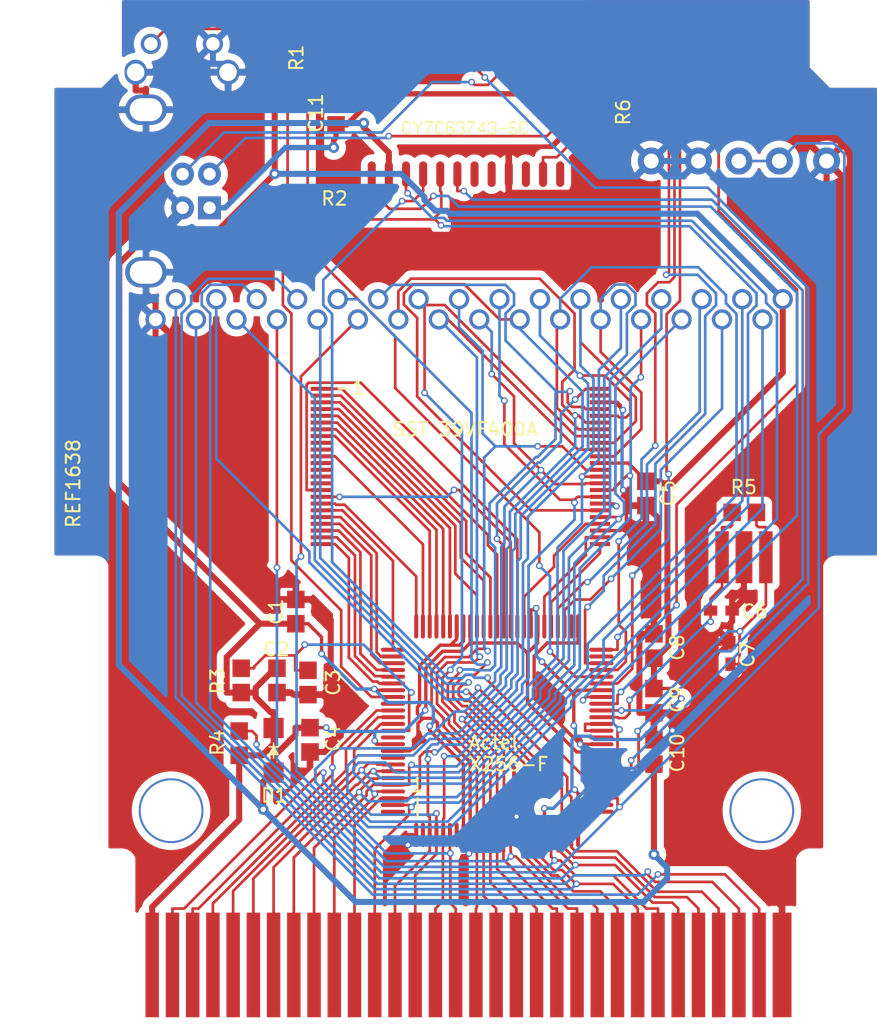
<source format=kicad_pcb>
(kicad_pcb (version 20221018) (generator pcbnew)
  (layers (0 "F.Cu" signal) (31 "B.Cu" signal) (34 "B.Paste" user) (35 "F.Paste" user) (36 "B.SilkS" user "B.Silkscreen") (37 "F.SilkS" user "F.Silkscreen") (38 "B.Mask" user) (39 "F.Mask" user) (44 "Edge.Cuts" user))
  (net 0 "")
  (net 1 "/GND")
  (net 2 "/Switch")
  (net 3 "/Button")
  (net 4 "/VCC")
  (net 5 "/VREG")
  (net 6 "/D-")
  (net 7 "/SST.A16")
  (net 8 "/Const.High")
  (net 9 "/AD15")
  (net 10 "/AD7")
  (net 11 "/AD14")
  (net 12 "/AD6")
  (net 13 "/AD13")
  (net 14 "/AD5")
  (net 15 "/AD12")
  (net 16 "/AD4")
  (net 17 "/AD11")
  (net 18 "/AD3")
  (net 19 "/AD10")
  (net 20 "/AD2")
  (net 21 "/AD9")
  (net 22 "/AD1")
  (net 23 "/AD8")
  (net 24 "/AD0")
  (net 25 "/SST.OE#")
  (net 26 "/SST.CE#")
  (net 27 "/SST.A0")
  (net 28 "/SST.A1")
  (net 29 "/SST.A2")
  (net 30 "/SST.A3")
  (net 31 "/SST.A4")
  (net 32 "/SST.A5")
  (net 33 "/SST.A6")
  (net 34 "/SST.A7")
  (net 35 "/VCC.USB")
  (net 36 "/X1.In")
  (net 37 "/X1.Out")
  (net 41 "/SST.WE#")
  (net 44 "/SST.A8")
  (net 45 "/SST.A9")
  (net 46 "/SST.A10")
  (net 47 "/SST.A11")
  (net 48 "/SST.A12")
  (net 49 "/SST.A13")
  (net 50 "/SST.A14")
  (net 51 "/SST.A15")
  (net 52 "/VBUS")
  (net 53 "/Clk")
  (net 54 "/Write")
  (net 55 "/Rd_Sys")
  (net 56 "/CS.Rom.Sys")
  (net 57 "/A16")
  (net 58 "/A17")
  (net 59 "/A18")
  (net 60 "/A19")
  (net 61 "/A20")
  (net 62 "/A21")
  (net 63 "/A22")
  (net 64 "/A23")
  (net 65 "/CS.SRAM")
  (net 66 "/REQ")
  (net 67 "/P0-0")
  (net 69 "/P0-2")
  (net 70 "/P0-3")
  (net 71 "/P1-0")
  (net 72 "/P1-2")
  (net 73 "/SST.A18")
  (net 74 "/SST.A17")
  (net 78 "/D+")
  (net 81 "/P1-3")
  (net 82 "/P1-1")
  (net 83 "/P0-7")
  (net 84 "/P0-6")
  (net 85 "/P0-5")
  (net 86 "/P0-4")
  (net 87 "/Rd_Game")
  (net 88 "/CS.Rom.Game")
  (net 92 "/Loop")
  (footprint "REF1638:Diode" (layer "F.Cu") (at 134.372 115.086)
    (fp_text reference "D1")
    (fp_text value "Diode" hide)
  )
  (footprint "Connector_USB:USB_B_OST_USB-B1HSxx_Horizontal" (layer "F.Cu") (at 129.622 74.906 180)
    (fp_text reference "J4" hide)
    (fp_text value "USB_B" hide)
  )
  (footprint "REF1638:Cartridge Slot, GBA" (layer "F.Cu") (at 148.1215 81.671)
    (fp_text reference "J2" hide)
    (fp_text value "Game_Edge_Connector" hide)
  )
  (footprint "REF1638:Switch_Wide" (layer "F.Cu") (at 168.872 71.438)
    (fp_text reference "J3" hide)
    (fp_text value "SW_DPDT_x2" hide)
  )
  (footprint "REF1638:Small SMD" (layer "F.Cu") (at 136.922 110.062)
    (fp_text reference "C3")
    (fp_text value "100 nF 0805" hide)
  )
  (footprint "REF1638:Actel X256-F" (layer "F.Cu") (at 150.947 113.637)
    (fp_text reference "U3" hide)
    (fp_text value "Actel X256-F T0100" hide)
  )
  (footprint "REF1638:Small SMD" (layer "F.Cu") (at 162.573 115.212)
    (fp_text reference "C10")
    (fp_text value "100 nF 0805" hide)
  )
  (footprint "REF1638:Small SMD" (layer "F.Cu") (at 139 67.861)
    (fp_text reference "C11")
    (fp_text value "390 nF 0805" hide)
  )
  (footprint "REF1638:Small SMD" (layer "F.Cu") (at 137.072 114.312)
    (fp_text reference "C4")
    (fp_text value "100 nF 0805" hide)
  )
  (footprint "REF1638:Small SMD" (layer "F.Cu") (at 136.022 104.812)
    (fp_text reference "C1")
    (fp_text value "470 nF 0805" hide)
  )
  (footprint "REF1638:Small SMD" (layer "F.Cu") (at 131.972 109.912)
    (fp_text reference "R3")
    (fp_text value "10k Ohm" hide)
  )
  (footprint "REF1638:0603 Caps" (layer "F.Cu") (at 167.572 104.737)
    (fp_text reference "C6")
    (fp_text value "15 pF 0603")
  )
  (footprint "REF1638:Small SMD" (layer "F.Cu") (at 138.8 75.761 -90)
    (fp_text reference "R2")
    (fp_text value "10k Ohm" hide)
  )
  (footprint "REF1638:0603 Caps" (layer "F.Cu") (at 168.247 107.912 90)
    (fp_text reference "C7")
    (fp_text value "15 pF 0603")
  )
  (footprint "REF1638:Small SMD" (layer "F.Cu") (at 134.622 109.912)
    (fp_text reference "C2")
    (fp_text value "100 nF 0805" hide)
  )
  (footprint "REF1638:Small SMD" (layer "F.Cu") (at 162.573 107.362)
    (fp_text reference "C8")
    (fp_text value "100 nF 0805" hide)
  )
  (footprint "REF1638:Small SMD" (layer "F.Cu") (at 158.72 67.861)
    (fp_text reference "R6")
    (fp_text value "1.5k Ohm" hide)
  )
  (footprint "REF1638:Small SMD" (layer "F.Cu") (at 134.45 63.811)
    (fp_text reference "R1")
    (fp_text value "10k Ohm" hide)
  )
  (footprint "REF1638:Crystal" (layer "F.Cu") (at 169.247 100.787)
    (fp_text reference "X1" hide)
    (fp_text value "40 MHz" hide)
  )
  (footprint "REF1638:1mm Side Push Button" (layer "F.Cu") (at 127.572 63.811 -90)
    (fp_text reference "SW1" hide)
    (fp_text value "SW_Push_Dual" hide)
  )
  (footprint "REF1638:Edge Connector" (layer "F.Cu") (at 148.622 130.987)
    (fp_text reference "J1" hide)
    (fp_text value "System_Edge_Connector" hide)
  )
  (footprint "REF1638:SST 39VF400A" (layer "F.Cu") (at 148.222 94.062)
    (fp_text reference "U2" hide)
    (fp_text value "SST39VF400A" hide)
  )
  (footprint "REF1638:CY7C63743" (layer "F.Cu") (at 148.635 67.562)
    (fp_text reference "U1" hide)
    (fp_text value "CY7C63743-PC" hide)
  )
  (footprint "REF1638:Small SMD" (layer "F.Cu") (at 161.972 96.062)
    (fp_text reference "C5")
    (fp_text value "100 nF 0805" hide)
  )
  (footprint "REF1638:Hole" (layer "F.Cu") (at 170.572 119.562)
    (fp_text reference "Hole2" hide)
    (fp_text value "Hole" hide)
  )
  (footprint "REF1638:Small SMD" (layer "F.Cu") (at 131.822 114.562)
    (fp_text reference "R4")
    (fp_text value "10k Ohm" hide)
  )
  (footprint "REF1638:Hole" (layer "F.Cu") (at 126.772 119.562)
    (fp_text reference "Hole1" hide)
    (fp_text value "Hole" hide)
  )
  (footprint "REF1638:Small SMD" (layer "F.Cu") (at 162.573 111.412)
    (fp_text reference "C9")
    (fp_text value "100 nF 0805" hide)
  )
  (footprint "REF1638:Small SMD" (layer "F.Cu") (at 169.272 97.462 -90)
    (fp_text reference "R5")
    (fp_text value "220k Ohm" hide)
  )
  (gr_line (start 152.0688 68.9765) (end 151.9354 68.921) (stroke (width 0.111)) (layer "F.SilkS"))
  (gr_line (start 145.6472 68.5321) (end 146.1805 68.5321) (stroke (width 0.111)) (layer "F.SilkS"))
  (gr_line (start 152.7131 69.3654) (end 152.6465 69.2543) (stroke (width 0.111)) (layer "F.SilkS"))
  (gr_line (start 147.5359 68.921) (end 147.6692 68.9765) (stroke (width 0.111)) (layer "F.SilkS"))
  (gr_line (start 150.6467 69.421) (end 150.5134 69.421) (stroke (width 0.111)) (layer "F.SilkS"))
  (gr_line (start 148.3136 68.5321) (end 148.4469 68.5876) (stroke (width 0.111)) (layer "F.SilkS"))
  (gr_line (start 148.8913 69.1988) (end 148.8913 69.421) (stroke (width 0.111)) (layer "F.SilkS"))
  (gr_line (start 152.6465 68.6988) (end 152.7131 68.5876) (stroke (width 0.111)) (layer "F.SilkS"))
  (gr_line (start 145.9805 68.8099) (end 145.8472 69.0321) (stroke (width 0.111)) (layer "F.SilkS"))
  (gr_line (start 151.0911 69.0321) (end 151.6244 69.0321) (stroke (width 0.111)) (layer "F.SilkS"))
  (gr_line (start 151.9354 68.5876) (end 152.0688 68.5321) (stroke (width 0.111)) (layer "F.SilkS"))
  (gr_line (start 144.2917 69.421) (end 144.1584 69.421) (stroke (width 0.111)) (layer "F.SilkS"))
  (gr_line (start 152.6465 69.2543) (end 152.6465 68.6988) (stroke (width 0.111)) (layer "F.SilkS"))
  (gr_line (start 150.38 69.3654) (end 150.3134 69.2543) (stroke (width 0.111)) (layer "F.SilkS"))
  (gr_line (start 147.6692 69.3654) (end 147.5359 69.421) (stroke (width 0.111)) (layer "F.SilkS"))
  (gr_line (start 143.9584 69.2543) (end 143.9584 68.6988) (stroke (width 0.111)) (layer "F.SilkS"))
  (gr_line (start 147.4026 68.5321) (end 147.2692 68.5876) (stroke (width 0.111)) (layer "F.SilkS"))
  (gr_line (start 146.7582 68.5321) (end 146.8915 68.5876) (stroke (width 0.111)) (layer "F.SilkS"))
  (gr_line (start 150.78 68.5876) (end 150.8467 68.6988) (stroke (width 0.111)) (layer "F.SilkS"))
  (gr_line (start 147.2026 68.9765) (end 147.2026 69.0321) (stroke (width 0.111)) (layer "F.SilkS"))
  (gr_line (start 148.4469 68.921) (end 148.3136 68.9765) (stroke (width 0.111)) (layer "F.SilkS"))
  (gr_line (start 152.2021 68.5321) (end 152.3354 68.5876) (stroke (width 0.111)) (layer "F.SilkS"))
  (gr_line (start 150.3134 68.6988) (end 150.38 68.5876) (stroke (width 0.111)) (layer "F.SilkS"))
  (gr_line (start 151.9354 69.3654) (end 152.0688 69.421) (stroke (width 0.111)) (layer "F.SilkS"))
  (gr_line (start 144.025 68.5876) (end 144.1584 68.5321) (stroke (width 0.111)) (layer "F.SilkS"))
  (gr_line (start 147.5359 68.5321) (end 147.4026 68.5321) (stroke (width 0.111)) (layer "F.SilkS"))
  (gr_line (start 152.0688 69.421) (end 152.2021 69.421) (stroke (width 0.111)) (layer "F.SilkS"))
  (gr_line (start 144.1584 69.421) (end 144.025 69.3654) (stroke (width 0.111)) (layer "F.SilkS"))
  (gr_line (start 148.5136 68.8099) (end 148.4469 68.921) (stroke (width 0.111)) (layer "F.SilkS"))
  (gr_line (start 152.3354 69.0321) (end 152.2021 68.9765) (stroke (width 0.111)) (layer "F.SilkS"))
  (gr_line (start 147.4026 69.421) (end 147.2692 69.3654) (stroke (width 0.111)) (layer "F.SilkS"))
  (gr_line (start 149.9357 68.5321) (end 149.5357 69.0876) (stroke (width 0.111)) (layer "F.SilkS"))
  (gr_line (start 145.7805 69.1988) (end 145.7805 69.421) (stroke (width 0.111)) (layer "F.SilkS"))
  (gr_line (start 150.8467 68.6988) (end 150.8467 68.8099) (stroke (width 0.111)) (layer "F.SilkS"))
  (gr_line (start 147.7359 68.6988) (end 147.6692 68.5876) (stroke (width 0.111)) (layer "F.SilkS"))
  (gr_line (start 150.78 68.921) (end 150.6467 68.9765) (stroke (width 0.111)) (layer "F.SilkS"))
  (gr_line (start 148.3136 68.9765) (end 148.4469 69.0321) (stroke (width 0.111)) (layer "F.SilkS"))
  (gr_line (start 148.1803 68.5321) (end 148.3136 68.5321) (stroke (width 0.111)) (layer "F.SilkS"))
  (gr_line (start 149.9357 69.421) (end 149.9357 68.5321) (stroke (width 0.111)) (layer "F.SilkS"))
  (gr_line (start 152.8465 69.421) (end 152.7131 69.3654) (stroke (width 0.111)) (layer "F.SilkS"))
  (gr_line (start 149.5357 69.1988) (end 150.069 69.1988) (stroke (width 0.111)) (layer "F.SilkS"))
  (gr_line (start 149.2913 68.5321) (end 149.2246 68.6432) (stroke (width 0.111)) (layer "F.SilkS"))
  (gr_line (start 148.1803 69.421) (end 148.0469 69.3654) (stroke (width 0.111)) (layer "F.SilkS"))
  (gr_line (start 150.78 69.0321) (end 150.8467 69.1432) (stroke (width 0.111)) (layer "F.SilkS"))
  (gr_line (start 152.8465 68.5321) (end 152.9798 68.5321) (stroke (width 0.111)) (layer "F.SilkS"))
  (gr_line (start 147.6692 68.9765) (end 147.7359 69.0876) (stroke (width 0.111)) (layer "F.SilkS"))
  (gr_line (start 151.8688 69.2543) (end 151.9354 69.3654) (stroke (width 0.111)) (layer "F.SilkS"))
  (gr_line (start 144.2917 68.5321) (end 144.425 68.5876) (stroke (width 0.111)) (layer "F.SilkS"))
  (gr_line (start 151.8688 68.6988) (end 151.9354 68.5876) (stroke (width 0.111)) (layer "F.SilkS"))
  (gr_line (start 146.7582 69.421) (end 146.6249 69.421) (stroke (width 0.111)) (layer "F.SilkS"))
  (gr_line (start 151.8688 68.8099) (end 151.8688 68.6988) (stroke (width 0.111)) (layer "F.SilkS"))
  (gr_line (start 151.9354 68.921) (end 151.8688 68.8099) (stroke (width 0.111)) (layer "F.SilkS"))
  (gr_line (start 152.2021 69.421) (end 152.3354 69.3654) (stroke (width 0.111)) (layer "F.SilkS"))
  (gr_line (start 146.8915 68.5876) (end 146.9582 68.6988) (stroke (width 0.111)) (layer "F.SilkS"))
  (gr_line (start 152.3354 68.5876) (end 152.4021 68.6988) (stroke (width 0.111)) (layer "F.SilkS"))
  (gr_line (start 147.4026 68.921) (end 147.5359 68.921) (stroke (width 0.111)) (layer "F.SilkS"))
  (gr_line (start 149.5357 69.0876) (end 149.5357 69.1988) (stroke (width 0.111)) (layer "F.SilkS"))
  (gr_line (start 150.78 69.3654) (end 150.6467 69.421) (stroke (width 0.111)) (layer "F.SilkS"))
  (gr_line (start 148.4469 69.0321) (end 148.5136 69.1432) (stroke (width 0.111)) (layer "F.SilkS"))
  (gr_line (start 150.8467 69.2543) (end 150.78 69.3654) (stroke (width 0.111)) (layer "F.SilkS"))
  (gr_line (start 148.4469 69.3654) (end 148.3136 69.421) (stroke (width 0.111)) (layer "F.SilkS"))
  (gr_line (start 146.4915 69.3654) (end 146.4249 69.2543) (stroke (width 0.111)) (layer "F.SilkS"))
  (gr_line (start 147.7359 69.2543) (end 147.6692 69.3654) (stroke (width 0.111)) (layer "F.SilkS"))
  (gr_line (start 146.1805 68.5321) (end 146.1138 68.6432) (stroke (width 0.111)) (layer "F.SilkS"))
  (gr_line (start 152.9798 69.421) (end 152.8465 69.421) (stroke (width 0.111)) (layer "F.SilkS"))
  (gr_line (start 144.4917 69.2543) (end 144.425 69.3654) (stroke (width 0.111)) (layer "F.SilkS"))
  (gr_line (start 144.7361 68.5321) (end 145.0694 68.9765) (stroke (width 0.111)) (layer "F.SilkS"))
  (gr_line (start 147.2026 69.2543) (end 147.2026 68.9765) (stroke (width 0.111)) (layer "F.SilkS"))
  (gr_line (start 147.9803 68.6988) (end 148.0469 68.5876) (stroke (width 0.111)) (layer "F.SilkS"))
  (gr_line (start 148.958 69.0321) (end 148.8913 69.1988) (stroke (width 0.111)) (layer "F.SilkS"))
  (gr_line (start 144.425 69.3654) (end 144.2917 69.421) (stroke (width 0.111)) (layer "F.SilkS"))
  (gr_line (start 150.6467 68.9765) (end 150.78 69.0321) (stroke (width 0.111)) (layer "F.SilkS"))
  (gr_line (start 153.1131 69.3654) (end 152.9798 69.421) (stroke (width 0.111)) (layer "F.SilkS"))
  (gr_line (start 144.425 68.5876) (end 144.4917 68.6988) (stroke (width 0.111)) (layer "F.SilkS"))
  (gr_line (start 148.5136 69.1432) (end 148.5136 69.2543) (stroke (width 0.111)) (layer "F.SilkS"))
  (gr_line (start 146.8915 69.3654) (end 146.7582 69.421) (stroke (width 0.111)) (layer "F.SilkS"))
  (gr_line (start 152.4021 69.1432) (end 152.3354 69.0321) (stroke (width 0.111)) (layer "F.SilkS"))
  (gr_line (start 145.0694 68.9765) (end 145.4027 68.5321) (stroke (width 0.111)) (layer "F.SilkS"))
  (gr_line (start 149.2246 68.6432) (end 149.0913 68.8099) (stroke (width 0.111)) (layer "F.SilkS"))
  (gr_line (start 148.5136 68.6988) (end 148.5136 68.8099) (stroke (width 0.111)) (layer "F.SilkS"))
  (gr_line (start 150.5134 68.5321) (end 150.6467 68.5321) (stroke (width 0.111)) (layer "F.SilkS"))
  (gr_line (start 150.5134 69.421) (end 150.38 69.3654) (stroke (width 0.111)) (layer "F.SilkS"))
  (gr_line (start 153.1798 69.2543) (end 153.1131 69.3654) (stroke (width 0.111)) (layer "F.SilkS"))
  (gr_line (start 147.2026 68.6988) (end 147.2026 68.9765) (stroke (width 0.111)) (layer "F.SilkS"))
  (gr_line (start 148.5136 69.2543) (end 148.4469 69.3654) (stroke (width 0.111)) (layer "F.SilkS"))
  (gr_line (start 153.1131 68.5876) (end 153.1798 68.6988) (stroke (width 0.111)) (layer "F.SilkS"))
  (gr_line (start 148.3136 69.421) (end 148.1803 69.421) (stroke (width 0.111)) (layer "F.SilkS"))
  (gr_line (start 146.6249 69.421) (end 146.4915 69.3654) (stroke (width 0.111)) (layer "F.SilkS"))
  (gr_line (start 147.2692 68.5876) (end 147.2026 68.6988) (stroke (width 0.111)) (layer "F.SilkS"))
  (gr_line (start 146.9582 69.2543) (end 146.8915 69.3654) (stroke (width 0.111)) (layer "F.SilkS"))
  (gr_line (start 146.1138 68.6432) (end 145.9805 68.8099) (stroke (width 0.111)) (layer "F.SilkS"))
  (gr_line (start 150.8467 69.1432) (end 150.8467 69.2543) (stroke (width 0.111)) (layer "F.SilkS"))
  (gr_line (start 152.2021 68.9765) (end 152.0688 68.9765) (stroke (width 0.111)) (layer "F.SilkS"))
  (gr_line (start 150.6467 68.5321) (end 150.78 68.5876) (stroke (width 0.111)) (layer "F.SilkS"))
  (gr_line (start 148.0469 69.3654) (end 147.9803 69.2543) (stroke (width 0.111)) (layer "F.SilkS"))
  (gr_line (start 152.0688 68.5321) (end 152.2021 68.5321) (stroke (width 0.111)) (layer "F.SilkS"))
  (gr_line (start 146.4915 68.5876) (end 146.6249 68.5321) (stroke (width 0.111)) (layer "F.SilkS"))
  (gr_line (start 147.2692 69.3654) (end 147.2026 69.2543) (stroke (width 0.111)) (layer "F.SilkS"))
  (gr_line (start 144.025 69.3654) (end 143.9584 69.2543) (stroke (width 0.111)) (layer "F.SilkS"))
  (gr_line (start 147.5359 69.421) (end 147.4026 69.421) (stroke (width 0.111)) (layer "F.SilkS"))
  (gr_line (start 152.3354 69.3654) (end 152.4021 69.2543) (stroke (width 0.111)) (layer "F.SilkS"))
  (gr_line (start 148.4469 68.5876) (end 148.5136 68.6988) (stroke (width 0.111)) (layer "F.SilkS"))
  (gr_line (start 143.9584 68.6988) (end 144.025 68.5876) (stroke (width 0.111)) (layer "F.SilkS"))
  (gr_line (start 152.7131 68.5876) (end 152.8465 68.5321) (stroke (width 0.111)) (layer "F.SilkS"))
  (gr_line (start 152.4021 69.2543) (end 152.4021 69.1432) (stroke (width 0.111)) (layer "F.SilkS"))
  (gr_line (start 150.8467 68.8099) (end 150.78 68.921) (stroke (width 0.111)) (layer "F.SilkS"))
  (gr_line (start 147.7359 69.0876) (end 147.7359 69.2543) (stroke (width 0.111)) (layer "F.SilkS"))
  (gr_line (start 144.1584 68.5321) (end 144.2917 68.5321) (stroke (width 0.111)) (layer "F.SilkS"))
  (gr_line (start 145.8472 69.0321) (end 145.7805 69.1988) (stroke (width 0.111)) (layer "F.SilkS"))
  (gr_line (start 148.0469 68.5876) (end 148.1803 68.5321) (stroke (width 0.111)) (layer "F.SilkS"))
  (gr_line (start 149.0913 68.8099) (end 148.958 69.0321) (stroke (width 0.111)) (layer "F.SilkS"))
  (gr_line (start 145.0694 68.9765) (end 145.0694 69.421) (stroke (width 0.111)) (layer "F.SilkS"))
  (gr_line (start 150.38 68.5876) (end 150.5134 68.5321) (stroke (width 0.111)) (layer "F.SilkS"))
  (gr_line (start 146.4249 68.6988) (end 146.4915 68.5876) (stroke (width 0.111)) (layer "F.SilkS"))
  (gr_line (start 147.2026 69.0321) (end 147.4026 68.921) (stroke (width 0.111)) (layer "F.SilkS"))
  (gr_line (start 146.4249 69.2543) (end 146.4249 68.6988) (stroke (width 0.111)) (layer "F.SilkS"))
  (gr_line (start 152.9798 68.5321) (end 153.1131 68.5876) (stroke (width 0.111)) (layer "F.SilkS"))
  (gr_line (start 148.758 68.5321) (end 149.2913 68.5321) (stroke (width 0.111)) (layer "F.SilkS"))
  (gr_line (start 147.6692 68.5876) (end 147.5359 68.5321) (stroke (width 0.111)) (layer "F.SilkS"))
  (gr_line (start 146.6249 68.5321) (end 146.7582 68.5321) (stroke (width 0.111)) (layer "F.SilkS"))
  (gr_line (start 123.1218 59.5116) (end 123.1218 64.5116) (stroke (width 0.002)) (layer "Edge.Cuts"))
  (gr_line (start 122.1218 122.356) (end 123.105052 122.356) (stroke (width 0.002)) (layer "Edge.Cuts"))
  (gr_arc (start 175.121801 101.407121) (mid 175.493506 100.862771) (end 176.121338 100.662) (stroke (width 0.002)) (layer "Edge.Cuts"))
  (gr_line (start 176.1218 100.662) (end 179.1218 100.662) (stroke (width 0.002)) (layer "Edge.Cuts"))
  (gr_line (start 175.1218 101.407121) (end 175.1218 122.356) (stroke (width 0.002)) (layer "Edge.Cuts"))
  (gr_arc (start 173.121801 123.08) (mid 173.518154 122.558575) (end 174.141005 122.356) (stroke (width 0.002)) (layer "Edge.Cuts"))
  (gr_line (start 118.1218 100.662) (end 118.1218 66.012) (stroke (width 0.002)) (layer "Edge.Cuts"))
  (gr_line (start 123.1218 59.5116) (end 174.1218 59.5116) (stroke (width 0.002)) (layer "Edge.Cuts"))
  (gr_line (start 122.1218 101.386) (end 122.1218 122.356) (stroke (width 0.002)) (layer "Edge.Cuts"))
  (gr_line (start 124.1218 123.08) (end 124.1218 135.3616) (stroke (width 0.002)) (layer "Edge.Cuts"))
  (gr_line (start 174.141 122.356) (end 175.1218 122.356) (stroke (width 0.002)) (layer "Edge.Cuts"))
  (gr_arc (start 121.122853 100.662) (mid 121.745535 100.854001) (end 122.121799 101.386) (stroke (width 0.002)) (layer "Edge.Cuts"))
  (gr_line (start 174.1218 64.5116) (end 175.6218 66.012) (stroke (width 0.002)) (layer "Edge.Cuts"))
  (gr_line (start 173.1218 135.3616) (end 124.1218 135.3616) (stroke (width 0.002)) (layer "Edge.Cuts"))
  (gr_line (start 123.1218 64.5116) (end 121.6218 66.012) (stroke (width 0.002)) (layer "Edge.Cuts"))
  (gr_arc (start 123.105052 122.356) (mid 123.726641 122.559007) (end 124.1218 123.08) (stroke (width 0.002)) (layer "Edge.Cuts"))
  (gr_line (start 175.6218 66.012) (end 179.1218 66.012) (stroke (width 0.002)) (layer "Edge.Cuts"))
  (gr_line (start 173.1218 123.08) (end 173.1218 135.3616) (stroke (width 0.002)) (layer "Edge.Cuts"))
  (gr_line (start 118.1218 100.662) (end 121.1218 100.662) (stroke (width 0.002)) (layer "Edge.Cuts"))
  (gr_line (start 179.1218 66.012) (end 179.1218 100.662) (stroke (width 0.002)) (layer "Edge.Cuts"))
  (gr_line (start 174.1218 59.5116) (end 174.1218 64.5116) (stroke (width 0.002)) (layer "Edge.Cuts"))
  (gr_line (start 118.1218 66.012) (end 121.6218 66.012) (stroke (width 0.002)) (layer "Edge.Cuts"))
  (gr_text "1\n|" (at 144.47 119.874) (layer "F.SilkS") (effects (font (size 1 1)) (justify left bottom)))
  (gr_text "SST 39VF400A" (at 143.087 91.899) (layer "F.SilkS") (effects (font (size 1 1)) (justify left bottom)))
  (gr_text "Actel\nX256-F" (at 148.748 116.704) (layer "F.SilkS") (effects (font (size 1 1)) (justify left bottom)))
  (gr_text "REF1638" (at 120.101 98.713 90) (layer "F.SilkS") (effects (font (size 1 1)) (justify left bottom)))
  (gr_text "-1" (at 138.852 88.812) (layer "F.SilkS") (effects (font (size 1 1)) (justify left bottom)))
  (segment (start 168.372 104.336) (end 168.372 104.737) (width 0.45) (layer "F.Cu") (net 1))
  (segment (start 161.972 96.962) (end 162.8999 97.8899) (width 0.45) (layer "F.Cu") (net 1))
  (segment (start 162.8999 105.0582) (end 162.573 105.3851) (width 0.45) (layer "F.Cu") (net 1))
  (segment (start 162.5711 106.462) (end 161.4961 106.462) (width 0.45) (layer "F.Cu") (net 1))
  (segment (start 165.8288 97.8245) (end 165.8288 105.8023) (width 0.45) (layer "F.Cu") (net 1))
  (segment (start 145.0351 112.372) (end 145.4145 112.7514) (width 0.25) (layer "F.Cu") (net 1))
  (segment (start 137.9 75.2225) (end 137.9 74.6841) (width 0.45) (layer "F.Cu") (net 1))
  (segment (start 152.447 120.1351) (end 152.3853 120.0734) (width 0.25) (layer "F.Cu") (net 1))
  (segment (start 147.4916 107.3019) (end 146.7183 107.3019) (width 0.25) (layer "F.Cu") (net 1))
  (segment (start 146.522 113.0546) (end 146.1841 112.7167) (width 0.25) (layer "F.Cu") (net 1))
  (segment (start 163.9422 118.5553) (end 163.9422 114.6043) (width 0.45) (layer "F.Cu") (net 1))
  (segment (start 148.6965 76.9024) (end 137.9645 76.9024) (width 0.45) (layer "F.Cu") (net 1))
  (segment (start 146.522 113.5484) (end 146.522 113.0546) (width 0.25) (layer "F.Cu") (net 1))
  (segment (start 168.247 105.6639) (end 168.247 106.1851) (width 0.45) (layer "F.Cu") (net 1))
  (segment (start 137.9 66.9841) (end 137.9231 66.961) (width 0.45) (layer "F.Cu") (net 1))
  (segment (start 163.946 112.853) (end 163.405 112.312) (width 0.25) (layer "F.Cu") (net 1))
  (segment (start 134.622 110.812) (end 135.6989 110.812) (width 0.45) (layer "F.Cu") (net 1))
  (segment (start 145.1966 111.7203) (end 145.0351 111.8818) (width 0.25) (layer "F.Cu") (net 1))
  (segment (start 162.0346 112.312) (end 161.4961 112.312) (width 0.45) (layer "F.Cu") (net 1))
  (segment (start 137.072 115.212) (end 138.1489 115.212) (width 0.45) (layer "F.Cu") (net 1))
  (segment (start 135.8451 110.9582) (end 135.6989 110.812) (width 0.45) (layer "F.Cu") (net 1))
  (segment (start 168.372 104.737) (end 168.372 105.5389) (width 0.45) (layer "F.Cu") (net 1))
  (segment (start 159.6951 89.312) (end 160.2697 89.8866) (width 0.25) (layer "F.Cu") (net 1))
  (segment (start 148.947 122.643) (end 148.8618 122.7282) (width 0.25) (layer "F.Cu") (net 1))
  (segment (start 160.5292 98.338) (end 160.0552 98.812) (width 0.25) (layer "F.Cu") (net 1))
  (segment (start 151.81 72.412) (end 151.81 73.7889) (width 0.45) (layer "F.Cu") (net 1))
  (segment (start 159.6489 89.312) (end 159.6951 89.312) (width 0.25) (layer "F.Cu") (net 1))
  (segment (start 147.947 105.912) (end 147.947 106.3792) (width 0.25) (layer "F.Cu") (net 1))
  (segment (start 160.5292 96.962) (end 160.5292 98.338) (width 0.25) (layer "F.Cu") (net 1))
  (segment (start 158.672 114.637) (end 157.4451 114.637) (width 0.25) (layer "F.Cu") (net 1))
  (segment (start 160.5292 98.338) (end 160.5292 96.0468) (width 0.25) (layer "F.Cu") (net 1))
  (segment (start 148.947 121.362) (end 148.947 122.5889) (width 0.25) (layer "F.Cu") (net 1))
  (segment (start 124.7832 66.2129) (end 124.147 66.2129) (width 0.45) (layer "F.Cu") (net 1))
  (segment (start 124.912 66.0841) (end 124.7832 66.2129) (width 0.45) (layer "F.Cu") (net 1))
  (segment (start 160.0211 73.7889) (end 151.81 73.7889) (width 0.45) (layer "F.Cu") (net 1))
  (segment (start 172.072 126.6851) (end 163.9422 118.5553) (width 0.45) (layer "F.Cu") (net 1))
  (segment (start 162.573 114.312) (end 163.6499 114.312) (width 0.45) (layer "F.Cu") (net 1))
  (segment (start 147.4916 107.3019) (end 148.147604 107.3019) (width 0.25) (layer "F.Cu") (net 1))
  (segment (start 127.622 74.906) (end 124.912 72.196) (width 0.45) (layer "F.Cu") (net 1))
  (segment (start 154.6589 107.1389) (end 156.947 107.1389) (width 0.25) (layer "F.Cu") (net 1))
  (segment (start 137.9 74.6841) (end 137.9 66.9841) (width 0.45) (layer "F.Cu") (net 1))
  (segment (start 144.3276 121.7094) (end 144.3276 122.099) (width 0.25) (layer "F.Cu") (net 1))
  (segment (start 160.0552 98.812) (end 159.5355 98.812) (width 0.25) (layer "F.Cu") (net 1))
  (segment (start 169.247 100.787) (end 169.247 103.1389) (width 0.45) (layer "F.Cu") (net 1))
  (segment (start 136.922 110.962) (end 137.9989 110.962) (width 0.45) (layer "F.Cu") (net 1))
  (segment (start 157.4451 114.637) (end 157.0996 114.637) (width 0.25) (layer "F.Cu") (net 1))
  (segment (start 147.947 106.8465) (end 147.4916 107.3019) (width 0.25) (layer "F.Cu") (net 1))
  (segment (start 124.912 67.636) (end 124.912 66.0841) (width 0.45) (layer "F.Cu") (net 1))
  (segment (start 162.573 112.312) (end 162.0346 112.312) (width 0.45) (layer "F.Cu") (net 1))
  (segment (start 167.1385 107.112) (end 167.4451 107.112) (width 0.45) (layer "F.Cu") (net 1))
  (segment (start 151.81 73.7889) (end 148.6965 76.9024) (width 0.45) (layer "F.Cu") (net 1))
  (segment (start 137.9989 110.962) (end 138.6085 110.3524) (width 0.45) (layer "F.Cu") (net 1))
  (segment (start 134.9451 102.8351) (end 136.022 102.8351) (width 0.45) (layer "F.Cu") (net 1))
  (segment (start 175.372 71.438) (end 175.372 88.2813) (width 0.45) (layer "F.Cu") (net 1))
  (segment (start 153.6903 108.1075) (end 154.6589 107.1389) (width 0.25) (layer "F.Cu") (net 1))
  (segment (start 168.372 104.336) (end 168.372 103.9351) (width 0.45) (layer "F.Cu") (net 1))
  (segment (start 136.922 110.962) (end 135.8451 110.962) (width 0.45) (layer "F.Cu") (net 1))
  (segment (start 157.0996 114.637) (end 153.6903 111.2277) (width 0.25) (layer "F.Cu") (net 1))
  (segment (start 124.912 72.196) (end 124.912 67.636) (width 0.45) (layer "F.Cu") (net 1))
  (segment (start 148.947 115.9734) (end 146.522 113.5484) (width 0.25) (layer "F.Cu") (net 1))
  (segment (start 167.1385 111.408) (end 167.1385 107.112) (width 0.45) (layer "F.Cu") (net 1))
  (segment (start 153.6903 111.2277) (end 153.6903 108.1075) (width 0.25) (layer "F.Cu") (net 1))
  (segment (start 163.946 113.6203) (end 163.946 112.853) (width 0.25) (layer "F.Cu") (net 1))
  (segment (start 148.947 122.5889) (end 148.947 122.643) (width 0.25) (layer "F.Cu") (net 1))
  (segment (start 125.6215 83.171) (end 125.6215 93.5115) (width 0.45) (layer "F.Cu") (net 1))
  (segment (start 146.7183 107.3019) (end 145.1966 108.8236) (width 0.25) (layer "F.Cu") (net 1))
  (segment (start 145.0765 114.5094) (end 144.4489 115.137) (width 0.25) (layer "F.Cu") (net 1))
  (segment (start 139.3608 114.0001) (end 139.3608 112.3239) (width 0.45) (layer "F.Cu") (net 1))
  (segment (start 124.912 81.2279) (end 125.6215 81.9374) (width 0.45) (layer "F.Cu") (net 1))
  (segment (start 163.405 112.312) (end 162.573 112.312) (width 0.25) (layer "F.Cu") (net 1))
  (segment (start 147.947 106.3792) (end 147.947 106.8465) (width 0.25) (layer "F.Cu") (net 1))
  (segment (start 175.372 88.2813) (end 165.8288 97.8245) (width 0.45) (layer "F.Cu") (net 1))
  (segment (start 137.9 75.2225) (end 137.9 75.761) (width 0.45) (layer "F.Cu") (net 1))
  (segment (start 162.5711 106.462) (end 162.573 106.462) (width 0.45) (layer "F.Cu") (net 1))
  (segment (start 169.1682 103.1389) (end 168.372 103.9351) (width 0.45) (layer "F.Cu") (net 1))
  (segment (start 158.572 89.312) (end 159.6489 89.312) (width 0.25) (layer "F.Cu") (net 1))
  (segment (start 168.247 107.112) (end 167.4451 107.112) (width 0.45) (layer "F.Cu") (net 1))
  (segment (start 165.8288 105.8023) (end 167.1385 107.112) (width 0.45) (layer "F.Cu") (net 1))
  (segment (start 148.947 121.362) (end 148.947 115.9734) (width 0.25) (layer "F.Cu") (net 1))
  (segment (start 137.9645 76.9024) (end 137.9 76.8379) (width 0.45) (layer "F.Cu") (net 1))
  (segment (start 158.572 98.812) (end 159.5355 98.812) (width 0.25) (layer "F.Cu") (net 1))
  (segment (start 138.6085 105.4216) (end 137.0989 103.912) (width 0.45) (layer "F.Cu") (net 1))
  (segment (start 152.447 121.362) (end 152.447 120.1351) (width 0.25) (layer "F.Cu") (net 1))
  (segment (start 162.8999 97.8899) (end 162.8999 105.0582) (width 0.45) (layer "F.Cu") (net 1))
  (segment (start 145.0351 111.8818) (end 145.0351 112.372) (width 0.25) (layer "F.Cu") (net 1))
  (segment (start 124.147 64.861) (end 124.147 66.2129) (width 0.45) (layer "F.Cu") (net 1))
  (segment (start 162.372 71.438) (end 160.0211 73.7889) (width 0.45) (layer "F.Cu") (net 1))
  (segment (start 148.147604 107.3019) (end 148.447 107.002504) (width 0.25) (layer "F.Cu") (net 1))
  (segment (start 139 66.961) (end 137.9231 66.961) (width 0.45) (layer "F.Cu") (net 1))
  (segment (start 148.447 107.002504) (end 148.447 105.912) (width 0.25) (layer "F.Cu") (net 1))
  (segment (start 138.1489 115.212) (end 139.3608 114.0001) (width 0.45) (layer "F.Cu") (net 1))
  (segment (start 125.6215 81.9374) (end 125.6215 83.171) (width 0.45) (layer "F.Cu") (net 1))
  (segment (start 143.222 115.137) (end 144.4489 115.137) (width 0.25) (layer "F.Cu") (net 1))
  (segment (start 161.4961 112.312) (end 161.4961 106.462) (width 0.45) (layer "F.Cu") (net 1))
  (segment (start 163.9422 114.6043) (end 163.6499 114.312) (width 0.45) (layer "F.Cu") (net 1))
  (segment (start 138.6085 110.3524) (end 138.6085 105.4216) (width 0.45) (layer "F.Cu") (net 1))
  (segment (start 145.4145 112.7514) (end 145.0765 113.0894) (width 0.25) (layer "F.Cu") (net 1))
  (segment (start 145.1966 108.8236) (end 145.1966 111.7203) (width 0.25) (layer "F.Cu") (net 1))
  (segment (start 161.972 96.962) (end 160.5292 96.962) (width 0.25) (layer "F.Cu") (net 1))
  (segment (start 145.0765 113.0894) (end 145.0765 114.5094) (width 0.25) (layer "F.Cu") (net 1))
  (segment (start 168.372 105.5389) (end 168.247 105.6639) (width 0.45) (layer "F.Cu") (net 1))
  (segment (start 135.8451 110.962) (end 135.8451 110.9582) (width 0.45) (layer "F.Cu") (net 1))
  (segment (start 137.9 75.761) (end 137.9 76.8379) (width 0.45) (layer "F.Cu") (net 1))
  (segment (start 136.022 103.912) (end 137.0989 103.912) (width 0.45) (layer "F.Cu") (net 1))
  (segment (start 172.072 130.987) (end 172.072 126.6851) (width 0.45) (layer "F.Cu") (net 1))
  (segment (start 162.573 106.462) (end 162.573 105.3851) (width 0.45) (layer "F.Cu") (net 1))
  (segment (start 125.6215 93.5115) (end 134.9451 102.8351) (width 0.45) (layer "F.Cu") (net 1))
  (segment (start 139.3608 112.3239) (end 137.9989 110.962) (width 0.45) (layer "F.Cu") (net 1))
  (segment (start 163.9422 114.6043) (end 167.1385 111.408) (width 0.45) (layer "F.Cu") (net 1))
  (segment (start 168.247 107.112) (end 168.247 106.1851) (width 0.45) (layer "F.Cu") (net 1))
  (segment (start 152.3853 120.0734) (end 152.3853 119.9962) (width 0.25) (layer "F.Cu") (net 1))
  (segment (start 144.947 121.362) (end 144.675 121.362) (width 0.25) (layer "F.Cu") (net 1))
  (segment (start 136.022 103.912) (end 136.022 102.8351) (width 0.45) (layer "F.Cu") (net 1))
  (segment (start 156.947 105.912) (end 156.947 107.1389) (width 0.25) (layer "F.Cu") (net 1))
  (segment (start 145.4492 112.7167) (end 145.4145 112.7514) (width 0.25) (layer "F.Cu") (net 1))
  (segment (start 144.675 121.362) (end 144.3276 121.7094) (width 0.25) (layer "F.Cu") (net 1))
  (segment (start 169.247 103.1389) (end 169.1682 103.1389) (width 0.45) (layer "F.Cu") (net 1))
  (segment (start 146.1841 112.7167) (end 145.4492 112.7167) (width 0.25) (layer "F.Cu") (net 1))
  (segment (start 162.573 112.312) (end 162.573 114.312) (width 0.45) (layer "F.Cu") (net 1))
  (segment (start 124.912 79.676) (end 124.912 81.2279) (width 0.45) (layer "F.Cu") (net 1))
  (segment (start 160.5292 96.0468) (end 160.2974 95.815) (width 0.25) (layer "F.Cu") (net 1))
  (via (at 144.3276 122.099) (size 0.5) (drill 0.3) (layers "F.Cu" "B.Cu") (net 1))
  (via (at 152.3853 119.9962) (size 0.5) (drill 0.3) (layers "F.Cu" "B.Cu") (net 1))
  (via (at 160.2697 89.8866) (size 0.5) (drill 0.3) (layers "F.Cu" "B.Cu") (net 1))
  (via (at 163.946 113.6203) (size 0.5) (drill 0.3) (layers "F.Cu" "B.Cu") (net 1))
  (via (at 157.0996 114.637) (size 0.5) (drill 0.3) (layers "F.Cu" "B.Cu") (net 1))
  (via (at 160.2974 95.815) (size 0.5) (drill 0.3) (layers "F.Cu" "B.Cu") (net 1))
  (via (at 148.8618 122.7282) (size 0.5) (drill 0.3) (layers "F.Cu" "B.Cu") (net 1))
  (segment (start 167.3238 72.8898) (end 165.872 71.438) (width 0.45) (layer "B.Cu") (net 1))
  (segment (start 155.5047 64.5707) (end 132.5392 64.5707) (width 0.45) (layer "B.Cu") (net 1))
  (segment (start 173.9202 72.8898) (end 167.3238 72.8898) (width 0.45) (layer "B.Cu") (net 1))
  (segment (start 124.912 79.676) (end 124.912 78.1241) (width 0.45) (layer "B.Cu") (net 1))
  (segment (start 126.0239 64.236) (end 125.3989 64.861) (width 0.45) (layer "B.Cu") (net 1))
  (segment (start 129.872 64.236) (end 126.0239 64.236) (width 0.45) (layer "B.Cu") (net 1))
  (segment (start 130.997 64.861) (end 130.997 64.236) (width 0.45) (layer "B.Cu") (net 1))
  (segment (start 129.872 64.236) (end 129.872 62.761) (width 0.45) (layer "B.Cu") (net 1))
  (segment (start 157.5347 117.9854) (end 157.5347 116.4233) (width 0.25) (layer "B.Cu") (net 1))
  (segment (start 160.2071 89.9492) (end 160.2697 89.8866) (width 0.25) (layer "B.Cu") (net 1))
  (segment (start 160.2071 95.7247) (end 160.2071 89.9492) (width 0.25) (layer "B.Cu") (net 1))
  (segment (start 152.3853 119.9962) (end 155.5239 119.9962) (width 0.25) (layer "B.Cu") (net 1))
  (segment (start 155.5239 119.9962) (end 157.5347 117.9854) (width 0.25) (layer "B.Cu") (net 1))
  (segment (start 150.2825 122.099) (end 148.8618 122.099) (width 0.25) (layer "B.Cu") (net 1))
  (segment (start 130.997 64.861) (end 132.2489 64.861) (width 0.45) (layer "B.Cu") (net 1))
  (segment (start 124.147 64.861) (end 125.3989 64.861) (width 0.45) (layer "B.Cu") (net 1))
  (segment (start 161.143 116.4233) (end 163.946 113.6203) (width 0.25) (layer "B.Cu") (net 1))
  (segment (start 130.997 64.236) (end 129.872 64.236) (width 0.45) (layer "B.Cu") (net 1))
  (segment (start 160.2974 95.815) (end 160.2071 95.7247) (width 0.25) (layer "B.Cu") (net 1))
  (segment (start 152.3853 119.9962) (end 150.2825 122.099) (width 0.25) (layer "B.Cu") (net 1))
  (segment (start 157.5347 116.4233) (end 161.143 116.4233) (width 0.25) (layer "B.Cu") (net 1))
  (segment (start 165.872 71.438) (end 162.372 71.438) (width 0.45) (layer "B.Cu") (net 1))
  (segment (start 157.5347 116.4233) (end 157.5347 115.0721) (width 0.25) (layer "B.Cu") (net 1))
  (segment (start 157.5347 115.0721) (end 157.0996 114.637) (width 0.25) (layer "B.Cu") (net 1))
  (segment (start 127.622 74.906) (end 127.622 75.4141) (width 0.45) (layer "B.Cu") (net 1))
  (segment (start 175.372 71.438) (end 173.9202 72.8898) (width 0.45) (layer "B.Cu") (net 1))
  (segment (start 148.8618 122.099) (end 144.3276 122.099) (width 0.25) (layer "B.Cu") (net 1))
  (segment (start 162.372 71.438) (end 155.5047 64.5707) (width 0.45) (layer "B.Cu") (net 1))
  (segment (start 127.622 75.4141) (end 124.912 78.1241) (width 0.45) (layer "B.Cu") (net 1))
  (segment (start 148.8618 122.099) (end 148.8618 122.7282) (width 0.25) (layer "B.Cu") (net 1))
  (segment (start 132.5392 64.5707) (end 132.2489 64.861) (width 0.45) (layer "B.Cu") (net 1))
  (segment (start 132.7739 113.662) (end 133.1041 113.9922) (width 0.2) (layer "F.Cu") (net 2))
  (segment (start 133.1041 113.9922) (end 133.1041 114.6421) (width 0.2) (layer "F.Cu") (net 2))
  (segment (start 159.8739 119.1313) (end 160.0327 119.2901) (width 0.2) (layer "F.Cu") (net 2))
  (segment (start 158.672 118.637) (end 159.8739 118.637) (width 0.2) (layer "F.Cu") (net 2))
  (segment (start 159.8739 118.637) (end 159.8739 119.1313) (width 0.2) (layer "F.Cu") (net 2))
  (segment (start 131.822 113.662) (end 132.7739 113.662) (width 0.2) (layer "F.Cu") (net 2))
  (via (at 133.1041 114.6421) (size 0.5) (drill 0.3) (layers "F.Cu" "B.Cu") (net 2))
  (via (at 160.0327 119.2901) (size 0.5) (drill 0.3) (layers "F.Cu" "B.Cu") (net 2))
  (segment (start 160.0327 119.2901) (end 174.7943 104.5285) (width 0.2) (layer "B.Cu") (net 2))
  (segment (start 176.6924 70.9128) (end 175.9065 70.1269) (width 0.2) (layer "B.Cu") (net 2))
  (segment (start 171.872 71.438) (end 168.872 71.438) (width 0.2) (layer "B.Cu") (net 2))
  (segment (start 173.1831 70.1269) (end 171.872 71.438) (width 0.2) (layer "B.Cu") (net 2))
  (segment (start 142.345 124.1241) (end 155.1987 124.1241) (width 0.2) (layer "B.Cu") (net 2))
  (segment (start 174.7943 104.5285) (end 174.7943 91.6582) (width 0.2) (layer "B.Cu") (net 2))
  (segment (start 174.7943 91.6582) (end 176.6924 89.7601) (width 0.2) (layer "B.Cu") (net 2))
  (segment (start 133.1041 114.8832) (end 142.345 124.1241) (width 0.2) (layer "B.Cu") (net 2))
  (segment (start 133.1041 114.6421) (end 133.1041 114.8832) (width 0.2) (layer "B.Cu") (net 2))
  (segment (start 155.1987 124.1241) (end 160.0327 119.2901) (width 0.2) (layer "B.Cu") (net 2))
  (segment (start 175.9065 70.1269) (end 173.1831 70.1269) (width 0.2) (layer "B.Cu") (net 2))
  (segment (start 176.6924 89.7601) (end 176.6924 70.9128) (width 0.2) (layer "B.Cu") (net 2))
  (segment (start 134.45 62.911) (end 133.4981 62.911) (width 0.2) (layer "F.Cu") (net 3))
  (segment (start 135.0623 82.1118) (end 135.0623 79.5914) (width 0.2) (layer "F.Cu") (net 3))
  (segment (start 132.2367 61.6496) (end 133.4981 62.911) (width 0.2) (layer "F.Cu") (net 3))
  (segment (start 126.3834 61.6496) (end 132.2367 61.6496) (width 0.2) (layer "F.Cu") (net 3))
  (segment (start 125.272 62.761) (end 126.3834 61.6496) (width 0.2) (layer "F.Cu") (net 3))
  (segment (start 135.6905 82.74) (end 135.0623 82.1118) (width 0.2) (layer "F.Cu") (net 3))
  (segment (start 135.0623 79.5914) (end 135.4131 79.2406) (width 0.2) (layer "F.Cu") (net 3))
  (segment (start 139.3849 108.8897) (end 139.3849 104.7201) (width 0.2) (layer "F.Cu") (net 3))
  (segment (start 135.4131 79.2406) (end 135.4131 63.8741) (width 0.2) (layer "F.Cu") (net 3))
  (segment (start 141.6322 111.137) (end 139.3849 108.8897) (width 0.2) (layer "F.Cu") (net 3))
  (segment (start 139.3849 104.7201) (end 135.6905 101.0257) (width 0.2) (layer "F.Cu") (net 3))
  (segment (start 135.4131 63.8741) (end 134.45 62.911) (width 0.2) (layer "F.Cu") (net 3))
  (segment (start 143.222 111.137) (end 141.6322 111.137) (width 0.2) (layer "F.Cu") (net 3))
  (segment (start 135.6905 101.0257) (end 135.6905 82.74) (width 0.2) (layer "F.Cu") (net 3))
  (segment (start 163.1997 95.3128) (end 163.0489 95.162) (width 0.45) (layer "F.Cu") (net 4))
  (segment (start 153.447 104.6851) (end 153.7155 104.6851) (width 0.25) (layer "F.Cu") (net 4))
  (segment (start 134.45 72.3883) (end 129.8393 76.999) (width 0.45) (layer "F.Cu") (net 4))
  (segment (start 131.972 110.812) (end 132.8855 110.812) (width 0.45) (layer "F.Cu") (net 4))
  (segment (start 148.447 116.1242) (end 148.447 121.362) (width 0.25) (layer "F.Cu") (net 4))
  (segment (start 163.8511 110.512) (end 162.573 110.512) (width 0.25) (layer "F.Cu") (net 4))
  (segment (start 172.1215 81.671) (end 172.1215 87.1242) (width 0.45) (layer "F.Cu") (net 4))
  (segment (start 172.1215 87.1242) (end 163.9329 95.3128) (width 0.45) (layer "F.Cu") (net 4))
  (segment (start 136.022 105.712) (end 134.9451 105.712) (width 0.45) (layer "F.Cu") (net 4))
  (segment (start 129.8393 76.999) (end 124.9451 76.999) (width 0.45) (layer "F.Cu") (net 4))
  (segment (start 133.0474 110.812) (end 133.0474 110.4584) (width 0.45) (layer "F.Cu") (net 4))
  (segment (start 164.596 111.2569) (end 163.8511 110.512) (width 0.25) (layer "F.Cu") (net 4))
  (segment (start 130.8951 110.812) (end 130.8951 108.1806) (width 0.45) (layer "F.Cu") (net 4))
  (segment (start 134.1513 112.2591) (end 133.0474 111.1552) (width 0.45) (layer "F.Cu") (net 4))
  (segment (start 131.822 115.462) (end 132.8989 115.462) (width 0.45) (layer "F.Cu") (net 4))
  (segment (start 145.9451 113.6223) (end 148.447 116.1242) (width 0.25) (layer "F.Cu") (net 4))
  (segment (start 131.822 120.2351) (end 125.372 126.6851) (width 0.45) (layer "F.Cu") (net 4))
  (segment (start 161.972 95.114027) (end 161.972 95.162) (width 0.25) (layer "F.Cu") (net 4))
  (segment (start 156.947 118.2618) (end 156.947 121.362) (width 0.25) (layer "F.Cu") (net 4))
  (segment (start 161.972 95.162) (end 163.0489 95.162) (width 0.45) (layer "F.Cu") (net 4))
  (segment (start 156.6296 110.887) (end 156.8796 110.637) (width 0.25) (layer "F.Cu") (net 4))
  (segment (start 133.5229 115.462) (end 134.372 114.6129) (width 0.45) (layer "F.Cu") (net 4))
  (segment (start 137.9316 106.7086) (end 137.9316 107.9418) (width 0.25) (layer "F.Cu") (net 4))
  (segment (start 134.372 113.436) (end 134.372 112.2591) (width 0.45) (layer "F.Cu") (net 4))
  (segment (start 133.0474 110.4584) (end 134.4938 109.012) (width 0.45) (layer "F.Cu") (net 4))
  (segment (start 163.5723 95.3128) (end 163.1997 95.3128) (width 0.45) (layer "F.Cu") (net 4))
  (segment (start 156.6296 110.887) (end 154.2672 108.5246) (width 0.25) (layer "F.Cu") (net 4))
  (segment (start 122.9305 95.2788) (end 133.3637 105.712) (width 0.45) (layer "F.Cu") (net 4))
  (segment (start 163.6499 107.3343) (end 162.7222 108.262) (width 0.45) (layer "F.Cu") (net 4))
  (segment (start 133.3637 105.712) (end 134.9451 105.712) (width 0.45) (layer "F.Cu") (net 4))
  (segment (start 162.7222 108.262) (end 162.573 108.4112) (width 0.45) (layer "F.Cu") (net 4))
  (segment (start 122.9305 79.0136) (end 122.9305 95.2788) (width 0.45) (layer "F.Cu") (net 4))
  (segment (start 141.9319 110.637) (end 143.222 110.637) (width 0.25) (layer "F.Cu") (net 4))
  (segment (start 153.7155 104.6851) (end 153.8413 104.5593) (width 0.25) (layer "F.Cu") (net 4))
  (segment (start 136.935 105.712) (end 137.9316 106.7086) (width 0.25) (layer "F.Cu") (net 4))
  (segment (start 131.822 116.5389) (end 131.822 120.2351) (width 0.45) (layer "F.Cu") (net 4))
  (segment (start 125.372 130.987) (end 125.372 126.6851) (width 0.45) (layer "F.Cu") (net 4))
  (segment (start 133.0474 111.1552) (end 133.0474 110.812) (width 0.45) (layer "F.Cu") (net 4))
  (segment (start 158.572 93.812) (end 160.669973 93.812) (width 0.25) (layer "F.Cu") (net 4))
  (segment (start 124.9451 76.999) (end 122.9305 79.0136) (width 0.45) (layer "F.Cu") (net 4))
  (segment (start 156.8796 110.637) (end 158.672 110.637) (width 0.25) (layer "F.Cu") (net 4))
  (segment (start 156.6947 118.0095) (end 156.947 118.2618) (width 0.25) (layer "F.Cu") (net 4))
  (segment (start 132.8989 115.462) (end 133.5229 115.462) (width 0.45) (layer "F.Cu") (net 4))
  (segment (start 145.9451 113.2936) (end 145.9451 113.6223) (width 0.25) (layer "F.Cu") (net 4))
  (segment (start 163.5723 95.3128) (end 163.5723 105.0332) (width 0.45) (layer "F.Cu") (net 4))
  (segment (start 130.8951 108.1806) (end 133.3637 105.712) (width 0.45) (layer "F.Cu") (net 4))
  (segment (start 134.45 65.7879) (end 134.45 72.3883) (width 0.45) (layer "F.Cu") (net 4))
  (segment (start 132.8855 110.812) (end 133.0474 110.812) (width 0.45) (layer "F.Cu") (net 4))
  (segment (start 134.4938 109.012) (end 134.622 109.012) (width 0.45) (layer "F.Cu") (net 4))
  (segment (start 134.372 114.0244) (end 134.372 113.436) (width 0.45) (layer "F.Cu") (net 4))
  (segment (start 163.6499 105.1108) (end 163.6499 107.3343) (width 0.45) (layer "F.Cu") (net 4))
  (segment (start 163.5723 105.0332) (end 163.6499 105.1108) (width 0.45) (layer "F.Cu") (net 4))
  (segment (start 134.372 112.2591) (end 134.1513 112.2591) (width 0.45) (layer "F.Cu") (net 4))
  (segment (start 162.573 108.262) (end 162.7222 108.262) (width 0.45) (layer "F.Cu") (net 4))
  (segment (start 134.372 114.0244) (end 134.372 114.6129) (width 0.45) (layer "F.Cu") (net 4))
  (segment (start 134.45 64.711) (end 134.45 65.7879) (width 0.45) (layer "F.Cu") (net 4))
  (segment (start 131.822 115.462) (end 131.822 116.5389) (width 0.45) (layer "F.Cu") (net 4))
  (segment (start 136.022 105.712) (end 136.935 105.712) (width 0.25) (layer "F.Cu") (net 4))
  (segment (start 154.447 121.362) (end 154.447 119.3824) (width 0.25) (layer "F.Cu") (net 4))
  (segment (start 141.84 110.5451) (end 141.9319 110.637) (width 0.25) (layer "F.Cu") (net 4))
  (segment (start 131.972 110.812) (end 130.8951 110.812) (width 0.45) (layer "F.Cu") (net 4))
  (segment (start 153.447 105.912) (end 153.447 104.6851) (width 0.25) (layer "F.Cu") (net 4))
  (segment (start 162.573 108.4112) (end 162.573 110.512) (width 0.45) (layer "F.Cu") (net 4))
  (segment (start 160.669973 93.812) (end 161.972 95.114027) (width 0.25) (layer "F.Cu") (net 4))
  (segment (start 156.6296 110.887) (end 156.6296 113.2571) (width 0.25) (layer "F.Cu") (net 4))
  (segment (start 163.9329 95.3128) (end 163.5723 95.3128) (width 0.45) (layer "F.Cu") (net 4))
  (via (at 164.596 111.2569) (size 0.5) (drill 0.3) (layers "F.Cu" "B.Cu") (net 4))
  (via (at 145.9451 113.2936) (size 0.5) (drill 0.3) (layers "F.Cu" "B.Cu") (net 4))
  (via (at 156.6296 113.2571) (size 0.5) (drill 0.3) (layers "F.Cu" "B.Cu") (net 4))
  (via (at 156.6947 118.0095) (size 0.5) (drill 0.3) (layers "F.Cu" "B.Cu") (net 4))
  (via (at 154.447 119.3824) (size 0.5) (drill 0.3) (layers "F.Cu" "B.Cu") (net 4))
  (via (at 137.9316 107.9418) (size 0.5) (drill 0.3) (layers "F.Cu" "B.Cu") (net 4))
  (via (at 141.84 110.5451) (size 0.5) (drill 0.3) (layers "F.Cu" "B.Cu") (net 4))
  (via (at 134.45 72.3883) (size 0.8) (drill 0.4) (layers "F.Cu" "B.Cu") (net 4))
  (via (at 153.8413 104.5593) (size 0.5) (drill 0.3) (layers "F.Cu" "B.Cu") (net 4))
  (via (at 154.2672 108.5246) (size 0.5) (drill 0.3) (layers "F.Cu" "B.Cu") (net 4))
  (segment (start 146.368 75.1242) (end 145.5492 74.3054) (width 0.45) (layer "B.Cu") (net 4))
  (segment (start 153.8413 104.5593) (end 153.8413 108.0987) (width 0.25) (layer "B.Cu") (net 4))
  (segment (start 145.5492 74.1034) (end 143.8341 72.3883) (width 0.45) (layer "B.Cu") (net 4))
  (segment (start 161.5646 114.2883) (end 158.1484 114.2883) (width 0.25) (layer "B.Cu") (net 4))
  (segment (start 164.596 111.2569) (end 161.5646 114.2883) (width 0.25) (layer "B.Cu") (net 4))
  (segment (start 140.5349 110.5451) (end 137.9316 107.9418) (width 0.25) (layer "B.Cu") (net 4))
  (segment (start 146.2108 111.8955) (end 146.2108 113.0279) (width 0.25) (layer "B.Cu") (net 4))
  (segment (start 142.8414 111.5465) (end 145.8618 111.5465) (width 0.25) (layer "B.Cu") (net 4))
  (segment (start 145.8618 111.5465) (end 146.2108 111.8955) (width 0.25) (layer "B.Cu") (net 4))
  (segment (start 156.6296 113.2571) (end 156.7536 113.3811) (width 0.25) (layer "B.Cu") (net 4))
  (segment (start 156.7536 113.3811) (end 156.7536 114.0424) (width 0.25) (layer "B.Cu") (net 4))
  (segment (start 156.4945 114.3015) (end 156.4945 118.0095) (width 0.25) (layer "B.Cu") (net 4))
  (segment (start 158.1484 114.2883) (end 157.9025 114.0424) (width 0.25) (layer "B.Cu") (net 4))
  (segment (start 156.4945 118.0095) (end 156.6947 118.0095) (width 0.25) (layer "B.Cu") (net 4))
  (segment (start 172.1215 81.671) (end 165.7895 75.339) (width 0.45) (layer "B.Cu") (net 4))
  (segment (start 141.84 110.5451) (end 140.5349 110.5451) (width 0.25) (layer "B.Cu") (net 4))
  (segment (start 157.9025 114.0424) (end 156.7536 114.0424) (width 0.25) (layer "B.Cu") (net 4))
  (segment (start 156.7536 114.0424) (end 156.4945 114.3015) (width 0.25) (layer "B.Cu") (net 4))
  (segment (start 147.2299 75.1242) (end 146.368 75.1242) (width 0.45) (layer "B.Cu") (net 4))
  (segment (start 155.1216 119.3824) (end 154.447 119.3824) (width 0.25) (layer "B.Cu") (net 4))
  (segment (start 156.4945 118.0095) (end 155.1216 119.3824) (width 0.25) (layer "B.Cu") (net 4))
  (segment (start 145.5492 74.3054) (end 145.5492 74.1034) (width 0.45) (layer "B.Cu") (net 4))
  (segment (start 143.8341 72.3883) (end 134.45 72.3883) (width 0.45) (layer "B.Cu") (net 4))
  (segment (start 165.7895 75.339) (end 147.4447 75.339) (width 0.45) (layer "B.Cu") (net 4))
  (segment (start 153.8413 108.0987) (end 154.2672 108.5246) (width 0.25) (layer "B.Cu") (net 4))
  (segment (start 146.2108 113.0279) (end 145.9451 113.2936) (width 0.25) (layer "B.Cu") (net 4))
  (segment (start 147.4447 75.339) (end 147.2299 75.1242) (width 0.45) (layer "B.Cu") (net 4))
  (segment (start 141.84 110.5451) (end 142.8414 111.5465) (width 0.25) (layer "B.Cu") (net 4))
  (segment (start 158.72 68.761) (end 157.7681 68.761) (width 0.2) (layer "F.Cu") (net 5))
  (segment (start 154.35 72.412) (end 154.35 71.1601) (width 0.2) (layer "F.Cu") (net 5))
  (segment (start 157.7681 68.761) (end 155.369 71.1601) (width 0.2) (layer "F.Cu") (net 5))
  (segment (start 155.369 71.1601) (end 154.35 71.1601) (width 0.2) (layer "F.Cu") (net 5))
  (segment (start 157.261 66.961) (end 154.6265 69.5955) (width 0.2) (layer "F.Cu") (net 6))
  (segment (start 158.72 66.961) (end 157.261 66.961) (width 0.2) (layer "F.Cu") (net 6))
  (segment (start 156.112 61.462) (end 158.72 64.07) (width 0.2) (layer "F.Cu") (net 6))
  (segment (start 153.08 62.062) (end 153.68 61.462) (width 0.2) (layer "F.Cu") (net 6))
  (segment (start 153.68 61.462) (end 156.112 61.462) (width 0.2) (layer "F.Cu") (net 6))
  (segment (start 153.08 62.712) (end 153.08 62.062) (width 0.2) (layer "F.Cu") (net 6))
  (segment (start 158.72 64.07) (end 158.72 66.961) (width 0.2) (layer "F.Cu") (net 6))
  (segment (start 142.9039 69.5955) (end 147.4484 69.5955) (width 0.2) (layer "F.Cu") (net 6))
  (segment (start 154.6265 69.5955) (end 147.4484 69.5955) (width 0.2) (layer "F.Cu") (net 6))
  (via (at 142.9039 69.5955) (size 0.5) (drill 0.3) (layers "F.Cu" "B.Cu") (net 6))
  (segment (start 132.2994 69.7286) (end 142.7708 69.7286) (width 0.2) (layer "B.Cu") (net 6))
  (segment (start 129.622 72.406) (end 132.2994 69.7286) (width 0.2) (layer "B.Cu") (net 6))
  (segment (start 142.7708 69.7286) (end 142.9039 69.5955) (width 0.2) (layer "B.Cu") (net 6))
  (segment (start 156.7322 89.0999) (end 156.7299 89.0999) (width 0.2) (layer "F.Cu") (net 7))
  (segment (start 151.447 99.9359) (end 150.9371 99.426) (width 0.2) (layer "F.Cu") (net 7))
  (segment (start 157.5201 88.312) (end 156.7322 89.0999) (width 0.2) (layer "F.Cu") (net 7))
  (segment (start 151.447 105.912) (end 151.447 99.9359) (width 0.2) (layer "F.Cu") (net 7))
  (segment (start 158.572 88.312) (end 157.5201 88.312) (width 0.2) (layer "F.Cu") (net 7))
  (via (at 156.7299 89.0999) (size 0.5) (drill 0.3) (layers "F.Cu" "B.Cu") (net 7))
  (via (at 150.9371 99.426) (size 0.5) (drill 0.3) (layers "F.Cu" "B.Cu") (net 7))
  (segment (start 156.7299 89.0999) (end 155.6771 90.1527) (width 0.2) (layer "B.Cu") (net 7))
  (segment (start 153.9685 93.7777) (end 150.9371 96.8091) (width 0.2) (layer "B.Cu") (net 7))
  (segment (start 155.6771 90.1527) (end 155.6771 92.2217) (width 0.2) (layer "B.Cu") (net 7))
  (segment (start 155.6771 92.2217) (end 154.1211 93.7777) (width 0.2) (layer "B.Cu") (net 7))
  (segment (start 150.9371 96.8091) (end 150.9371 99.426) (width 0.2) (layer "B.Cu") (net 7))
  (segment (start 154.1211 93.7777) (end 153.9685 93.7777) (width 0.2) (layer "B.Cu") (net 7))
  (segment (start 135.9701 108.0601) (end 133.7567 108.0601) (width 0.2) (layer "F.Cu") (net 8))
  (segment (start 135.9701 109.162) (end 135.9701 108.0601) (width 0.2) (layer "F.Cu") (net 8))
  (segment (start 131.972 109.012) (end 132.9239 109.012) (width 0.2) (layer "F.Cu") (net 8))
  (segment (start 144.4239 113.637) (end 144.4239 110.9686) (width 0.2) (layer "F.Cu") (net 8))
  (segment (start 135.9701 108.0601) (end 136.6758 107.3544) (width 0.2) (layer "F.Cu") (net 8))
  (segment (start 132.9239 108.8929) (end 132.9239 109.012) (width 0.2) (layer "F.Cu") (net 8))
  (segment (start 133.7567 108.0601) (end 132.9239 108.8929) (width 0.2) (layer "F.Cu") (net 8))
  (segment (start 136.922 109.162) (end 135.9701 109.162) (width 0.2) (layer "F.Cu") (net 8))
  (segment (start 143.222 113.637) (end 144.4239 113.637) (width 0.2) (layer "F.Cu") (net 8))
  (segment (start 136.6758 107.3544) (end 136.6758 107.2632) (width 0.2) (layer "F.Cu") (net 8))
  (segment (start 144.4239 110.9686) (end 144.5919 110.8006) (width 0.2) (layer "F.Cu") (net 8))
  (via (at 136.6758 107.2632) (size 0.5) (drill 0.3) (layers "F.Cu" "B.Cu") (net 8))
  (via (at 144.5919 110.8006) (size 0.5) (drill 0.3) (layers "F.Cu" "B.Cu") (net 8))
  (segment (start 141.0545 107.2632) (end 136.6758 107.2632) (width 0.2) (layer "B.Cu") (net 8))
  (segment (start 144.5919 110.8006) (end 141.0545 107.2632) (width 0.2) (layer "B.Cu") (net 8))
  (segment (start 148.1792 109.1422) (end 148.1792 109.3062) (width 0.2) (layer "F.Cu") (net 9))
  (segment (start 148.5641 112.2197) (end 151.447 115.1026) (width 0.2) (layer "F.Cu") (net 9))
  (segment (start 151.447 115.1026) (end 151.447 120.1601) (width 0.2) (layer "F.Cu") (net 9))
  (segment (start 148.1792 109.3062) (end 148.1791 109.3062) (width 0.2) (layer "F.Cu") (net 9))
  (segment (start 155.372 130.987) (end 155.372 126.8101) (width 0.2) (layer "F.Cu") (net 9))
  (segment (start 156.3506 88.4864) (end 156.178 88.659) (width 0.2) (layer "F.Cu") (net 9))
  (segment (start 151.4126 122.5983) (end 151.4126 123.1748) (width 0.2) (layer "F.Cu") (net 9))
  (segment (start 155.0479 126.8101) (end 155.372 126.8101) (width 0.2) (layer "F.Cu") (net 9))
  (segment (start 151.447 122.5639) (end 151.4126 122.5983) (width 0.2) (layer "F.Cu") (net 9))
  (segment (start 156.178 88.659) (end 156.178 89.3284) (width 0.2) (layer "F.Cu") (net 9))
  (segment (start 148.1966 112.2197) (end 148.5641 112.2197) (width 0.2) (layer "F.Cu") (net 9))
  (segment (start 151.447 121.362) (end 151.447 120.1601) (width 0.2) (layer "F.Cu") (net 9))
  (segment (start 148.1791 109.3062) (end 147.2924 110.1929) (width 0.2) (layer "F.Cu") (net 9))
  (segment (start 147.2924 110.1929) (end 147.2924 111.3155) (width 0.2) (layer "F.Cu") (net 9))
  (segment (start 156.178 89.3284) (end 156.5014 89.6518) (width 0.2) (layer "F.Cu") (net 9))
  (segment (start 147.2924 111.3155) (end 148.1966 112.2197) (width 0.2) (layer "F.Cu") (net 9))
  (segment (start 157.3599 89.6518) (end 157.5201 89.812) (width 0.2) (layer "F.Cu") (net 9))
  (segment (start 151.4126 123.1748) (end 155.0479 126.8101) (width 0.2) (layer "F.Cu") (net 9))
  (segment (start 158.572 89.812) (end 157.5201 89.812) (width 0.2) (layer "F.Cu") (net 9))
  (segment (start 156.5014 89.6518) (end 157.3599 89.6518) (width 0.2) (layer "F.Cu") (net 9))
  (segment (start 151.447 121.362) (end 151.447 122.5639) (width 0.2) (layer "F.Cu") (net 9))
  (via (at 156.3506 88.4864) (size 0.5) (drill 0.3) (layers "F.Cu" "B.Cu") (net 9))
  (via (at 148.1792 109.1422) (size 0.5) (drill 0.3) (layers "F.Cu" "B.Cu") (net 9))
  (segment (start 150.3852 99.6545) (end 150.7962 100.0655) (width 0.2) (layer "B.Cu") (net 9))
  (segment (start 151.5696 82.7353) (end 152.1981 82.1068) (width 0.2) (layer "B.Cu") (net 9))
  (segment (start 156.3025 88.5345) (end 156.3506 88.4864) (width 0.2) (layer "B.Cu") (net 9))
  (segment (start 155.3673 88.5345) (end 151.5696 84.7368) (width 0.2) (layer "B.Cu") (net 9))
  (segment (start 150.439 109.1553) (end 149.2822 109.1553) (width 0.2) (layer "B.Cu") (net 9))
  (segment (start 151.5696 84.7368) (end 151.5696 82.7353) (width 0.2) (layer "B.Cu") (net 9))
  (segment (start 152.1981 82.1068) (end 152.1981 81.2476) (width 0.2) (layer "B.Cu") (net 9))
  (segment (start 153.9308 93.3758) (end 153.8021 93.3758) (width 0.2) (layer "B.Cu") (net 9))
  (segment (start 155.3673 88.5345) (end 155.2752 88.6266) (width 0.2) (layer "B.Cu") (net 9))
  (segment (start 153.8021 93.3758) (end 150.3852 96.7927) (width 0.2) (layer "B.Cu") (net 9))
  (segment (start 150.7962 100.0655) (end 150.7962 108.7981) (width 0.2) (layer "B.Cu") (net 9))
  (segment (start 155.2752 92.0314) (end 153.9308 93.3758) (width 0.2) (layer "B.Cu") (net 9))
  (segment (start 143.1808 80.6117) (end 142.1215 81.671) (width 0.2) (layer "B.Cu") (net 9))
  (segment (start 150.3852 96.7927) (end 150.3852 99.6545) (width 0.2) (layer "B.Cu") (net 9))
  (segment (start 155.3673 88.5345) (end 156.3025 88.5345) (width 0.2) (layer "B.Cu") (net 9))
  (segment (start 151.5622 80.6117) (end 143.1808 80.6117) (width 0.2) (layer "B.Cu") (net 9))
  (segment (start 149.2822 109.1553) (end 149.2253 109.0984) (width 0.2) (layer "B.Cu") (net 9))
  (segment (start 152.1981 81.2476) (end 151.5622 80.6117) (width 0.2) (layer "B.Cu") (net 9))
  (segment (start 148.223 109.0984) (end 148.1792 109.1422) (width 0.2) (layer "B.Cu") (net 9))
  (segment (start 155.2752 88.6266) (end 155.2752 92.0314) (width 0.2) (layer "B.Cu") (net 9))
  (segment (start 149.2253 109.0984) (end 148.223 109.0984) (width 0.2) (layer "B.Cu") (net 9))
  (segment (start 150.7962 108.7981) (end 150.439 109.1553) (width 0.2) (layer "B.Cu") (net 9))
  (segment (start 160.8216 90.1152) (end 160.8216 89.23) (width 0.2) (layer "F.Cu") (net 10))
  (segment (start 160.8216 89.23) (end 158.9205 87.3289) (width 0.2) (layer "F.Cu") (net 10))
  (segment (start 145.947 121.362) (end 145.947 122.5639) (width 0.2) (layer "F.Cu") (net 10))
  (segment (start 158.9205 87.3289) (end 157.0847 87.3289) (width 0.2) (layer "F.Cu") (net 10))
  (segment (start 143.372 130.987) (end 143.372 125.1389) (width 0.2) (layer "F.Cu") (net 10))
  (segment (start 145.947 120.0502) (end 145.8157 119.9189) (width 0.2) (layer "F.Cu") (net 10))
  (segment (start 160.0167 90.4385) (end 160.4983 90.4385) (width 0.2) (layer "F.Cu") (net 10))
  (segment (start 145.947 121.362) (end 145.947 120.0502) (width 0.2) (layer "F.Cu") (net 10))
  (segment (start 143.372 125.1389) (end 145.947 122.5639) (width 0.2) (layer "F.Cu") (net 10))
  (segment (start 158.572 90.312) (end 159.8902 90.312) (width 0.2) (layer "F.Cu") (net 10))
  (segment (start 160.4983 90.4385) (end 160.8216 90.1152) (width 0.2) (layer "F.Cu") (net 10))
  (segment (start 159.8902 90.312) (end 160.0167 90.4385) (width 0.2) (layer "F.Cu") (net 10))
  (segment (start 145.8157 119.9189) (end 145.8157 115.7289) (width 0.2) (layer "F.Cu") (net 10))
  (via (at 145.8157 115.7289) (size 0.5) (drill 0.3) (layers "F.Cu" "B.Cu") (net 10))
  (via (at 157.0847 87.3289) (size 0.5) (drill 0.3) (layers "F.Cu" "B.Cu") (net 10))
  (segment (start 152.4613 101.0734) (end 152.6948 100.8399) (width 0.2) (layer "B.Cu") (net 10))
  (segment (start 157.6838 87.928) (end 157.0847 87.3289) (width 0.2) (layer "B.Cu") (net 10))
  (segment (start 145.7406 115.6538) (end 145.7406 115.0279) (width 0.2) (layer "B.Cu") (net 10))
  (segment (start 151.998 110.4581) (end 151.998 109.8715) (width 0.2) (layer "B.Cu") (net 10))
  (segment (start 146.5065 114.6493) (end 146.9217 114.2341) (width 0.2) (layer "B.Cu") (net 10))
  (segment (start 145.7406 115.0279) (end 146.1192 114.6493) (width 0.2) (layer "B.Cu") (net 10))
  (segment (start 157.6838 92.7615) (end 157.6838 87.928) (width 0.2) (layer "B.Cu") (net 10))
  (segment (start 157.0847 87.3289) (end 154.1215 84.3657) (width 0.2) (layer "B.Cu") (net 10))
  (segment (start 154.1215 84.3657) (end 154.1215 81.671) (width 0.2) (layer "B.Cu") (net 10))
  (segment (start 151.998 109.8715) (end 152.4613 109.4082) (width 0.2) (layer "B.Cu") (net 10))
  (segment (start 152.6948 97.7505) (end 157.6838 92.7615) (width 0.2) (layer "B.Cu") (net 10))
  (segment (start 146.1192 114.6493) (end 146.5065 114.6493) (width 0.2) (layer "B.Cu") (net 10))
  (segment (start 145.8157 115.7289) (end 145.7406 115.6538) (width 0.2) (layer "B.Cu") (net 10))
  (segment (start 152.4613 109.4082) (end 152.4613 101.0734) (width 0.2) (layer "B.Cu") (net 10))
  (segment (start 146.9217 114.2341) (end 148.222 114.2341) (width 0.2) (layer "B.Cu") (net 10))
  (segment (start 148.222 114.2341) (end 151.998 110.4581) (width 0.2) (layer "B.Cu") (net 10))
  (segment (start 152.6948 100.8399) (end 152.6948 97.7505) (width 0.2) (layer "B.Cu") (net 10))
  (segment (start 156.9905 90.2824) (end 157.5201 90.812) (width 0.2) (layer "F.Cu") (net 11))
  (segment (start 156.6869 86.8936) (end 155.7761 87.8044) (width 0.2) (layer "F.Cu") (net 11))
  (segment (start 154.1032 80.1527) (end 156.6869 82.7364) (width 0.2) (layer "F.Cu") (net 11))
  (segment (start 150.947 121.362) (end 150.947 123.8851) (width 0.2) (layer "F.Cu") (net 11))
  (segment (start 155.7761 89.4948) (end 156.5637 90.2824) (width 0.2) (layer "F.Cu") (net 11))
  (segment (start 158.572 90.812) (end 157.5201 90.812) (width 0.2) (layer "F.Cu") (net 11))
  (segment (start 156.7299 90.2824) (end 156.9905 90.2824) (width 0.2) (layer "F.Cu") (net 11))
  (segment (start 150.947 115.3831) (end 148.3355 112.7716) (width 0.2) (layer "F.Cu") (net 11))
  (segment (start 156.5637 90.2824) (end 156.7299 90.2824) (width 0.2) (layer "F.Cu") (net 11))
  (segment (start 150.947 123.8851) (end 153.872 126.8101) (width 0.2) (layer "F.Cu") (net 11))
  (segment (start 153.872 130.987) (end 153.872 126.8101) (width 0.2) (layer "F.Cu") (net 11))
  (segment (start 143.6215 83.171) (end 143.6215 81.0883) (width 0.2) (layer "F.Cu") (net 11))
  (segment (start 144.5571 80.1527) (end 154.1032 80.1527) (width 0.2) (layer "F.Cu") (net 11))
  (segment (start 150.947 121.362) (end 150.947 115.3831) (width 0.2) (layer "F.Cu") (net 11))
  (segment (start 143.6215 81.0883) (end 144.5571 80.1527) (width 0.2) (layer "F.Cu") (net 11))
  (segment (start 156.6869 82.7364) (end 156.6869 86.8936) (width 0.2) (layer "F.Cu") (net 11))
  (segment (start 155.7761 87.8044) (end 155.7761 89.4948) (width 0.2) (layer "F.Cu") (net 11))
  (via (at 156.7299 90.2824) (size 0.5) (drill 0.3) (layers "F.Cu" "B.Cu") (net 11))
  (via (at 148.3355 112.7716) (size 0.5) (drill 0.3) (layers "F.Cu" "B.Cu") (net 11))
  (segment (start 148.5479 112.7716) (end 148.3355 112.7716) (width 0.2) (layer "B.Cu") (net 11))
  (segment (start 156.7299 92.5788) (end 151.891 97.4177) (width 0.2) (layer "B.Cu") (net 11))
  (segment (start 151.891 99.9388) (end 151.656 100.1738) (width 0.2) (layer "B.Cu") (net 11))
  (segment (start 151.656 109.0749) (end 151.1942 109.5367) (width 0.2) (layer "B.Cu") (net 11))
  (segment (start 151.891 97.4177) (end 151.891 99.9388) (width 0.2) (layer "B.Cu") (net 11))
  (segment (start 151.1942 110.1253) (end 148.5479 112.7716) (width 0.2) (layer "B.Cu") (net 11))
  (segment (start 156.7299 90.2824) (end 156.7299 92.5788) (width 0.2) (layer "B.Cu") (net 11))
  (segment (start 151.656 100.1738) (end 151.656 109.0749) (width 0.2) (layer "B.Cu") (net 11))
  (segment (start 151.1942 109.5367) (end 151.1942 110.1253) (width 0.2) (layer "B.Cu") (net 11))
  (segment (start 144.4239 119.2958) (end 144.4239 119.137) (width 0.2) (layer "F.Cu") (net 12))
  (segment (start 141.872 130.987) (end 141.872 122.4093) (width 0.2) (layer "F.Cu") (net 12))
  (segment (start 155.6215 83.171) (end 155.3742 83.4183) (width 0.2) (layer "F.Cu") (net 12))
  (segment (start 141.872 122.4093) (end 144.4239 119.8574) (width 0.2) (layer "F.Cu") (net 12))
  (segment (start 156.9791 91.312) (end 158.572 91.312) (width 0.2) (layer "F.Cu") (net 12))
  (segment (start 143.222 119.137) (end 144.4239 119.137) (width 0.2) (layer "F.Cu") (net 12))
  (segment (start 144.4239 119.2958) (end 144.593 119.2958) (width 0.2) (layer "F.Cu") (net 12))
  (segment (start 155.3742 83.4183) (end 155.3742 89.7071) (width 0.2) (layer "F.Cu") (net 12))
  (segment (start 144.4239 119.8574) (end 144.4239 119.2958) (width 0.2) (layer "F.Cu") (net 12))
  (segment (start 155.3742 89.7071) (end 156.9791 91.312) (width 0.2) (layer "F.Cu") (net 12))
  (via (at 144.593 119.2958) (size 0.5) (drill 0.3) (layers "F.Cu" "B.Cu") (net 12))
  (segment (start 168.6965 96.1715) (end 157.655 107.213) (width 0.2) (layer "B.Cu") (net 12))
  (segment (start 155.6215 81.6442) (end 157.9622 79.3035) (width 0.2) (layer "B.Cu") (net 12))
  (segment (start 165.8539 79.3035) (end 167.9121 81.3617) (width 0.2) (layer "B.Cu") (net 12))
  (segment (start 144.9295 118.9593) (end 144.593 119.2958) (width 0.2) (layer "B.Cu") (net 12))
  (segment (start 155.6215 83.171) (end 155.6215 81.6442) (width 0.2) (layer "B.Cu") (net 12))
  (segment (start 155.6369 111.4483) (end 148.1259 118.9593) (width 0.2) (layer "B.Cu") (net 12))
  (segment (start 157.655 107.213) (end 157.655 109.0278) (width 0.2) (layer "B.Cu") (net 12))
  (segment (start 155.6369 111.0459) (end 155.6369 111.4483) (width 0.2) (layer "B.Cu") (net 12))
  (segment (start 167.9121 81.9739) (end 168.6965 82.7583) (width 0.2) (layer "B.Cu") (net 12))
  (segment (start 157.655 109.0278) (end 155.6369 111.0459) (width 0.2) (layer "B.Cu") (net 12))
  (segment (start 168.6965 82.7583) (end 168.6965 96.1715) (width 0.2) (layer "B.Cu") (net 12))
  (segment (start 157.9622 79.3035) (end 165.8539 79.3035) (width 0.2) (layer "B.Cu") (net 12))
  (segment (start 167.9121 81.3617) (end 167.9121 81.9739) (width 0.2) (layer "B.Cu") (net 12))
  (segment (start 148.1259 118.9593) (end 144.9295 118.9593) (width 0.2) (layer "B.Cu") (net 12))
  (segment (start 145.5691 88.6091) (end 145.5691 82.1069) (width 0.2) (layer "F.Cu") (net 13))
  (segment (start 152.372 126.8101) (end 150.447 124.8851) (width 0.2) (layer "F.Cu") (net 13))
  (segment (start 147.7836 113.0004) (end 150.447 115.6638) (width 0.2) (layer "F.Cu") (net 13))
  (segment (start 146.8905 109.7212) (end 146.8905 111.4819) (width 0.2) (layer "F.Cu") (net 13))
  (segment (start 150.447 115.6638) (end 150.447 121.362) (width 0.2) (layer "F.Cu") (net 13))
  (segment (start 145.5691 82.1069) (end 145.5574 82.1069) (width 0.2) (layer "F.Cu") (net 13))
  (segment (start 146.8905 111.4819) (end 147.7836 112.375) (width 0.2) (layer "F.Cu") (net 13))
  (segment (start 152.372 130.987) (end 152.372 126.8101) (width 0.2) (layer "F.Cu") (net 13))
  (segment (start 147.7836 112.375) (end 147.7836 113.0004) (width 0.2) (layer "F.Cu") (net 13))
  (segment (start 145.5574 82.1069) (end 145.1215 81.671) (width 0.2) (layer "F.Cu") (net 13))
  (segment (start 158.572 91.812) (end 156.7626 91.812) (width 0.2) (layer "F.Cu") (net 13))
  (segment (start 147.4772 109.1345) (end 146.8905 109.7212) (width 0.2) (layer "F.Cu") (net 13))
  (segment (start 147.0575 82.1069) (end 145.5691 82.1069) (width 0.2) (layer "F.Cu") (net 13))
  (segment (start 150.447 124.8851) (end 150.447 121.362) (width 0.2) (layer "F.Cu") (net 13))
  (segment (start 156.7626 91.812) (end 147.0575 82.1069) (width 0.2) (layer "F.Cu") (net 13))
  (via (at 145.5691 88.6091) (size 0.5) (drill 0.3) (layers "F.Cu" "B.Cu") (net 13))
  (via (at 147.4772 109.1345) (size 0.5) (drill 0.3) (layers "F.Cu" "B.Cu") (net 13))
  (segment (start 148.3354 108.2056) (end 147.4773 109.0637) (width 0.2) (layer "B.Cu") (net 13))
  (segment (start 147.4773 109.1345) (end 147.4772 109.1345) (width 0.2) (layer "B.Cu") (net 13))
  (segment (start 145.5691 88.6091) (end 148.3354 91.3754) (width 0.2) (layer "B.Cu") (net 13))
  (segment (start 147.4773 109.0637) (end 147.4773 109.1345) (width 0.2) (layer "B.Cu") (net 13))
  (segment (start 148.3354 91.3754) (end 148.3354 108.2056) (width 0.2) (layer "B.Cu") (net 13))
  (segment (start 161.2335 90.7024) (end 159.6239 92.312) (width 0.2) (layer "F.Cu") (net 14))
  (segment (start 159.6224 92.312) (end 159.6239 92.312) (width 0.2) (layer "F.Cu") (net 14))
  (segment (start 146.3156 115.236) (end 146.2566 115.177) (width 0.2) (layer "F.Cu") (net 14))
  (segment (start 158.572 92.312) (end 159.523 92.312) (width 0.2) (layer "F.Cu") (net 14))
  (segment (start 142.3329 118.637) (end 143.222 118.637) (width 0.2) (layer "F.Cu") (net 14))
  (segment (start 159.523 92.312) (end 159.6224 92.312) (width 0.2) (layer "F.Cu") (net 14))
  (segment (start 145.5872 115.177) (end 145.2141 115.5501) (width 0.2) (layer "F.Cu") (net 14))
  (segment (start 140.372 126.8101) (end 140.372 120.5979) (width 0.2) (layer "F.Cu") (net 14))
  (segment (start 145.2141 115.5501) (end 145.2141 117.8468) (width 0.2) (layer "F.Cu") (net 14))
  (segment (start 140.372 130.987) (end 140.372 126.8101) (width 0.2) (layer "F.Cu") (net 14))
  (segment (start 157.1215 84.8457) (end 161.2335 88.9577) (width 0.2) (layer "F.Cu") (net 14))
  (segment (start 146.2566 115.177) (end 145.5872 115.177) (width 0.2) (layer "F.Cu") (net 14))
  (segment (start 143.222 118.637) (end 144.4239 118.637) (width 0.2) (layer "F.Cu") (net 14))
  (segment (start 157.1215 81.671) (end 157.1215 84.8457) (width 0.2) (layer "F.Cu") (net 14))
  (segment (start 161.2335 88.9577) (end 161.2335 90.7024) (width 0.2) (layer "F.Cu") (net 14))
  (segment (start 145.2141 117.8468) (end 144.4239 118.637) (width 0.2) (layer "F.Cu") (net 14))
  (segment (start 140.372 120.5979) (end 142.3329 118.637) (width 0.2) (layer "F.Cu") (net 14))
  (via (at 146.3156 115.236) (size 0.5) (drill 0.3) (layers "F.Cu" "B.Cu") (net 14))
  (segment (start 152.3999 110.6265) (end 152.3999 110.0379) (width 0.2) (layer "B.Cu") (net 14))
  (segment (start 158.0857 87.5494) (end 157.1215 86.5852) (width 0.2) (layer "B.Cu") (net 14))
  (segment (start 153.2236 97.79) (end 158.0857 92.9279) (width 0.2) (layer "B.Cu") (net 14))
  (segment (start 152.3999 110.0379) (end 152.8632 109.5746) (width 0.2) (layer "B.Cu") (net 14))
  (segment (start 146.3156 115.236) (end 146.4881 115.236) (width 0.2) (layer "B.Cu") (net 14))
  (segment (start 157.1215 86.5852) (end 157.1215 81.671) (width 0.2) (layer "B.Cu") (net 14))
  (segment (start 153.2236 100.8794) (end 153.2236 97.79) (width 0.2) (layer "B.Cu") (net 14))
  (segment (start 148.3567 114.6697) (end 152.3999 110.6265) (width 0.2) (layer "B.Cu") (net 14))
  (segment (start 158.0857 92.9279) (end 158.0857 87.5494) (width 0.2) (layer "B.Cu") (net 14))
  (segment (start 146.4881 115.236) (end 147.0544 114.6697) (width 0.2) (layer "B.Cu") (net 14))
  (segment (start 152.8632 109.5746) (end 152.8632 101.2398) (width 0.2) (layer "B.Cu") (net 14))
  (segment (start 152.8632 101.2398) (end 153.2236 100.8794) (width 0.2) (layer "B.Cu") (net 14))
  (segment (start 147.0544 114.6697) (end 148.3567 114.6697) (width 0.2) (layer "B.Cu") (net 14))
  (segment (start 149.6674 108.1535) (end 149.2383 108.5826) (width 0.2) (layer "F.Cu") (net 15))
  (segment (start 147.3817 112.5414) (end 147.3817 113.1668) (width 0.2) (layer "F.Cu") (net 15))
  (segment (start 147.3002 83.171) (end 146.6215 83.171) (width 0.2) (layer "F.Cu") (net 15))
  (segment (start 150.872 126.8101) (end 149.947 125.8851) (width 0.2) (layer "F.Cu") (net 15))
  (segment (start 146.4886 109.3427) (end 146.4886 111.6483) (width 0.2) (layer "F.Cu") (net 15))
  (segment (start 150.872 130.987) (end 150.872 126.8101) (width 0.2) (layer "F.Cu") (net 15))
  (segment (start 158.572 92.812) (end 156.9412 92.812) (width 0.2) (layer "F.Cu") (net 15))
  (segment (start 149.947 115.7321) (end 149.947 121.362) (width 0.2) (layer "F.Cu") (net 15))
  (segment (start 146.4886 111.6483) (end 147.3817 112.5414) (width 0.2) (layer "F.Cu") (net 15))
  (segment (start 149.947 125.8851) (end 149.947 121.362) (width 0.2) (layer "F.Cu") (net 15))
  (segment (start 156.9412 92.812) (end 147.3002 83.171) (width 0.2) (layer "F.Cu") (net 15))
  (segment (start 149.2383 108.5826) (end 147.2487 108.5826) (width 0.2) (layer "F.Cu") (net 15))
  (segment (start 147.2487 108.5826) (end 146.4886 109.3427) (width 0.2) (layer "F.Cu") (net 15))
  (segment (start 147.3817 113.1668) (end 149.947 115.7321) (width 0.2) (layer "F.Cu") (net 15))
  (via (at 149.6674 108.1535) (size 0.5) (drill 0.3) (layers "F.Cu" "B.Cu") (net 15))
  (segment (start 146.6215 83.171) (end 149.449 85.9985) (width 0.2) (layer "B.Cu") (net 15))
  (segment (start 149.449 107.9351) (end 149.6674 108.1535) (width 0.2) (layer "B.Cu") (net 15))
  (segment (start 149.449 85.9985) (end 149.449 107.9351) (width 0.2) (layer "B.Cu") (net 15))
  (segment (start 158.6215 85.58) (end 161.6383 88.5968) (width 0.2) (layer "F.Cu") (net 16))
  (segment (start 161.6383 88.5968) (end 161.6383 91.2976) (width 0.2) (layer "F.Cu") (net 16))
  (segment (start 141.8663 118.5224) (end 138.872 121.5167) (width 0.2) (layer "F.Cu") (net 16))
  (segment (start 161.6383 91.2976) (end 159.6239 93.312) (width 0.2) (layer "F.Cu") (net 16))
  (segment (start 142.0201 118.137) (end 141.8663 118.2908) (width 0.2) (layer "F.Cu") (net 16))
  (segment (start 138.872 121.5167) (end 138.872 130.987) (width 0.2) (layer "F.Cu") (net 16))
  (segment (start 141.8663 118.2908) (end 141.8663 118.3103) (width 0.2) (layer "F.Cu") (net 16))
  (segment (start 158.572 93.312) (end 159.6239 93.312) (width 0.2) (layer "F.Cu") (net 16))
  (segment (start 141.8663 118.3103) (end 141.8663 118.5224) (width 0.2) (layer "F.Cu") (net 16))
  (segment (start 158.6215 83.171) (end 158.6215 85.58) (width 0.2) (layer "F.Cu") (net 16))
  (segment (start 143.222 118.137) (end 142.0201 118.137) (width 0.2) (layer "F.Cu") (net 16))
  (via (at 141.8663 118.3103) (size 0.5) (drill 0.3) (layers "F.Cu" "B.Cu") (net 16))
  (segment (start 160.5669 82.738) (end 161.2032 82.1017) (width 0.2) (layer "B.Cu") (net 16))
  (segment (start 153.6071 111.2049) (end 153.6071 110.5356) (width 0.2) (layer "B.Cu") (net 16))
  (segment (start 140.6747 115.9966) (end 142.6723 115.9966) (width 0.2) (layer "B.Cu") (net 16))
  (segment (start 159.6754 80.5859) (end 158.6215 81.6398) (width 0.2) (layer "B.Cu") (net 16))
  (segment (start 142.6723 115.9966) (end 143.3922 116.7165) (width 0.2) (layer "B.Cu") (net 16))
  (segment (start 143.3922 116.7165) (end 148.0955 116.7165) (width 0.2) (layer "B.Cu") (net 16))
  (segment (start 141.8663 118.3103) (end 140.2753 116.7193) (width 0.2) (layer "B.Cu") (net 16))
  (segment (start 140.2753 116.396) (end 140.6747 115.9966) (width 0.2) (layer "B.Cu") (net 16))
  (segment (start 155.8667 108.276) (end 155.8667 100.2994) (width 0.2) (layer "B.Cu") (net 16))
  (segment (start 158.6215 81.6398) (end 158.6215 83.171) (width 0.2) (layer "B.Cu") (net 16))
  (segment (start 160.5669 85.7817) (end 160.5669 82.738) (width 0.2) (layer "B.Cu") (net 16))
  (segment (start 160.545 80.5859) (end 159.6754 80.5859) (width 0.2) (layer "B.Cu") (net 16))
  (segment (start 158.8895 97.2766) (end 158.8895 87.4591) (width 0.2) (layer "B.Cu") (net 16))
  (segment (start 161.2032 81.2441) (end 160.545 80.5859) (width 0.2) (layer "B.Cu") (net 16))
  (segment (start 140.2753 116.7193) (end 140.2753 116.396) (width 0.2) (layer "B.Cu") (net 16))
  (segment (start 153.6071 110.5356) (end 155.8667 108.276) (width 0.2) (layer "B.Cu") (net 16))
  (segment (start 158.8895 87.4591) (end 160.5669 85.7817) (width 0.2) (layer "B.Cu") (net 16))
  (segment (start 161.2032 82.1017) (end 161.2032 81.2441) (width 0.2) (layer "B.Cu") (net 16))
  (segment (start 148.0955 116.7165) (end 153.6071 111.2049) (width 0.2) (layer "B.Cu") (net 16))
  (segment (start 155.8667 100.2994) (end 158.8895 97.2766) (width 0.2) (layer "B.Cu") (net 16))
  (segment (start 146.9798 113.3332) (end 146.9798 112.7078) (width 0.2) (layer "F.Cu") (net 17))
  (segment (start 149.447 120.1601) (end 149.447 115.8004) (width 0.2) (layer "F.Cu") (net 17))
  (segment (start 149.372 126.8101) (end 149.447 126.7351) (width 0.2) (layer "F.Cu") (net 17))
  (segment (start 158.572 94.312) (end 157.5201 94.312) (width 0.2) (layer "F.Cu") (net 17))
  (segment (start 147.0823 108.1807) (end 148.8598 108.1807) (width 0.2) (layer "F.Cu") (net 17))
  (segment (start 146.0867 111.8147) (end 146.0867 109.1763) (width 0.2) (layer "F.Cu") (net 17))
  (segment (start 153.953 92.5713) (end 155.7794 92.5713) (width 0.2) (layer "F.Cu") (net 17))
  (segment (start 149.447 121.362) (end 149.447 120.1601) (width 0.2) (layer "F.Cu") (net 17))
  (segment (start 149.4671 107.5734) (end 150.0847 107.5734) (width 0.2) (layer "F.Cu") (net 17))
  (segment (start 149.447 115.8004) (end 146.9798 113.3332) (width 0.2) (layer "F.Cu") (net 17))
  (segment (start 149.372 130.987) (end 149.372 126.8101) (width 0.2) (layer "F.Cu") (net 17))
  (segment (start 148.8598 108.1807) (end 149.4671 107.5734) (width 0.2) (layer "F.Cu") (net 17))
  (segment (start 149.447 126.7351) (end 149.447 121.362) (width 0.2) (layer "F.Cu") (net 17))
  (segment (start 146.0867 109.1763) (end 147.0823 108.1807) (width 0.2) (layer "F.Cu") (net 17))
  (segment (start 150.0847 107.5734) (end 150.2434 107.7321) (width 0.2) (layer "F.Cu") (net 17))
  (segment (start 146.9798 112.7078) (end 146.0867 111.8147) (width 0.2) (layer "F.Cu") (net 17))
  (segment (start 155.7794 92.5713) (end 157.5201 94.312) (width 0.2) (layer "F.Cu") (net 17))
  (via (at 150.2434 107.7321) (size 0.5) (drill 0.3) (layers "F.Cu" "B.Cu") (net 17))
  (via (at 153.953 92.5713) (size 0.5) (drill 0.3) (layers "F.Cu" "B.Cu") (net 17))
  (segment (start 149.9833 107.472) (end 150.2434 107.7321) (width 0.2) (layer "B.Cu") (net 17))
  (segment (start 148.1215 83.7612) (end 149.8683 85.508) (width 0.2) (layer "B.Cu") (net 17))
  (segment (start 148.1215 81.671) (end 148.1215 83.7612) (width 0.2) (layer "B.Cu") (net 17))
  (segment (start 149.9833 93.4054) (end 149.9833 107.472) (width 0.2) (layer "B.Cu") (net 17))
  (segment (start 150.8174 92.5713) (end 153.953 92.5713) (width 0.2) (layer "B.Cu") (net 17))
  (segment (start 149.8683 91.6222) (end 150.8174 92.5713) (width 0.2) (layer "B.Cu") (net 17))
  (segment (start 150.8174 92.5713) (end 149.9833 93.4054) (width 0.2) (layer "B.Cu") (net 17))
  (segment (start 149.8683 85.508) (end 149.8683 91.6222) (width 0.2) (layer "B.Cu") (net 17))
  (segment (start 143.222 117.637) (end 144.4239 117.637) (width 0.2) (layer "F.Cu") (net 18))
  (segment (start 141.2665 118.1294) (end 141.7589 117.637) (width 0.2) (layer "F.Cu") (net 18))
  (segment (start 137.372 130.987) (end 137.372 122.317) (width 0.2) (layer "F.Cu") (net 18))
  (segment (start 141.2665 118.4225) (end 141.2665 118.1294) (width 0.2) (layer "F.Cu") (net 18))
  (segment (start 137.372 122.317) (end 141.2665 118.4225) (width 0.2) (layer "F.Cu") (net 18))
  (segment (start 157.2391 94.812) (end 157.2367 94.8144) (width 0.2) (layer "F.Cu") (net 18))
  (segment (start 158.572 94.812) (end 157.5201 94.812) (width 0.2) (layer "F.Cu") (net 18))
  (segment (start 141.7589 117.637) (end 143.222 117.637) (width 0.2) (layer "F.Cu") (net 18))
  (segment (start 144.4239 117.637) (end 144.4239 116.3377) (width 0.2) (layer "F.Cu") (net 18))
  (segment (start 144.4239 116.3377) (end 144.6032 116.1584) (width 0.2) (layer "F.Cu") (net 18))
  (segment (start 157.5201 94.812) (end 157.2391 94.812) (width 0.2) (layer "F.Cu") (net 18))
  (via (at 144.6032 116.1584) (size 0.5) (drill 0.3) (layers "F.Cu" "B.Cu") (net 18))
  (via (at 157.2367 94.8144) (size 0.5) (drill 0.3) (layers "F.Cu" "B.Cu") (net 18))
  (segment (start 157.2367 98.2638) (end 157.2367 94.8144) (width 0.2) (layer "B.Cu") (net 18))
  (segment (start 160.1215 81.671) (end 160.1215 85.2829) (width 0.2) (layer "B.Cu") (net 18))
  (segment (start 158.4876 93.5635) (end 157.2367 94.8144) (width 0.2) (layer "B.Cu") (net 18))
  (segment (start 144.7257 116.2809) (end 147.9608 116.2809) (width 0.2) (layer "B.Cu") (net 18))
  (segment (start 158.4876 86.9168) (end 158.4876 93.5635) (width 0.2) (layer "B.Cu") (net 18))
  (segment (start 147.9608 116.2809) (end 153.2052 111.0365) (width 0.2) (layer "B.Cu") (net 18))
  (segment (start 144.6032 116.1584) (end 144.7257 116.2809) (width 0.2) (layer "B.Cu") (net 18))
  (segment (start 153.2052 111.0365) (end 153.2052 110.3692) (width 0.2) (layer "B.Cu") (net 18))
  (segment (start 160.1215 85.2829) (end 158.4876 86.9168) (width 0.2) (layer "B.Cu") (net 18))
  (segment (start 155.4228 108.1516) (end 155.4228 100.0777) (width 0.2) (layer "B.Cu") (net 18))
  (segment (start 153.2052 110.3692) (end 155.4228 108.1516) (width 0.2) (layer "B.Cu") (net 18))
  (segment (start 155.4228 100.0777) (end 157.2367 98.2638) (width 0.2) (layer "B.Cu") (net 18))
  (segment (start 147.872 126.8101) (end 147.4781 126.4162) (width 0.2) (layer "F.Cu") (net 19))
  (segment (start 152.2003 92.3335) (end 152.2003 88.8701) (width 0.2) (layer "F.Cu") (net 19))
  (segment (start 157.4658 95.3663) (end 155.2331 95.3663) (width 0.2) (layer "F.Cu") (net 19))
  (segment (start 147.872 130.987) (end 147.872 126.8101) (width 0.2) (layer "F.Cu") (net 19))
  (segment (start 157.5201 95.312) (end 157.4658 95.3663) (width 0.2) (layer "F.Cu") (net 19))
  (segment (start 147.4781 126.4162) (end 147.4781 122.7217) (width 0.2) (layer "F.Cu") (net 19))
  (segment (start 158.572 95.312) (end 157.5201 95.312) (width 0.2) (layer "F.Cu") (net 19))
  (segment (start 147.447 122.6906) (end 147.4781 122.7217) (width 0.2) (layer "F.Cu") (net 19))
  (segment (start 154.1975 94.3307) (end 152.2003 92.3335) (width 0.2) (layer "F.Cu") (net 19))
  (segment (start 147.447 121.362) (end 147.447 122.5639) (width 0.2) (layer "F.Cu") (net 19))
  (segment (start 152.2003 88.8701) (end 150.5448 87.2146) (width 0.2) (layer "F.Cu") (net 19))
  (segment (start 155.2331 95.3663) (end 154.1975 94.3307) (width 0.2) (layer "F.Cu") (net 19))
  (segment (start 147.447 122.5639) (end 147.447 122.6906) (width 0.2) (layer "F.Cu") (net 19))
  (via (at 150.5448 87.2146) (size 0.5) (drill 0.3) (layers "F.Cu" "B.Cu") (net 19))
  (via (at 147.4781 122.7217) (size 0.5) (drill 0.3) (layers "F.Cu" "B.Cu") (net 19))
  (via (at 154.1975 94.3307) (size 0.5) (drill 0.3) (layers "F.Cu" "B.Cu") (net 19))
  (segment (start 151.4891 99.7724) (end 151.4891 97.0391) (width 0.2) (layer "B.Cu") (net 19))
  (segment (start 147.7995 112.2197) (end 148.5315 112.2197) (width 0.2) (layer "B.Cu") (net 19))
  (segment (start 146.1737 113.8455) (end 147.7995 112.2197) (width 0.2) (layer "B.Cu") (net 19))
  (segment (start 147.4781 122.7217) (end 142.7549 122.7217) (width 0.2) (layer "B.Cu") (net 19))
  (segment (start 151.2479 100.0136) (end 151.4891 99.7724) (width 0.2) (layer "B.Cu") (net 19))
  (segment (start 145.7845 113.8455) (end 146.1737 113.8455) (width 0.2) (layer "B.Cu") (net 19))
  (segment (start 150.7923 109.9589) (end 150.7923 109.3703) (width 0.2) (layer "B.Cu") (net 19))
  (segment (start 150.7923 109.3703) (end 151.2479 108.9147) (width 0.2) (layer "B.Cu") (net 19))
  (segment (start 137.4654 117.4322) (end 137.4654 116.5074) (width 0.2) (layer "B.Cu") (net 19))
  (segment (start 144.6844 114.9456) (end 145.7845 113.8455) (width 0.2) (layer "B.Cu") (net 19))
  (segment (start 148.5315 112.2197) (end 150.7923 109.9589) (width 0.2) (layer "B.Cu") (net 19))
  (segment (start 150.5448 84.0943) (end 150.5448 87.2146) (width 0.2) (layer "B.Cu") (net 19))
  (segment (start 139.0272 114.9456) (end 144.6844 114.9456) (width 0.2) (layer "B.Cu") (net 19))
  (segment (start 142.7549 122.7217) (end 137.4654 117.4322) (width 0.2) (layer "B.Cu") (net 19))
  (segment (start 137.4654 116.5074) (end 139.0272 114.9456) (width 0.2) (layer "B.Cu") (net 19))
  (segment (start 151.4891 97.0391) (end 154.1975 94.3307) (width 0.2) (layer "B.Cu") (net 19))
  (segment (start 149.6215 83.171) (end 150.5448 84.0943) (width 0.2) (layer "B.Cu") (net 19))
  (segment (start 151.2479 108.9147) (end 151.2479 100.0136) (width 0.2) (layer "B.Cu") (net 19))
  (segment (start 135.872 130.987) (end 135.872 126.8101) (width 0.2) (layer "F.Cu") (net 20))
  (segment (start 158.572 95.812) (end 159.6239 95.812) (width 0.2) (layer "F.Cu") (net 20))
  (segment (start 142.0881 117.1889) (end 142.14 117.137) (width 0.2) (layer "F.Cu") (net 20))
  (segment (start 159.6239 95.6768) (end 159.6239 95.812) (width 0.2) (layer "F.Cu") (net 20))
  (segment (start 141.6387 117.1889) (end 142.0881 117.1889) (width 0.2) (layer "F.Cu") (net 20))
  (segment (start 161.6215 87.4272) (end 161.6215 83.171) (width 0.2) (layer "F.Cu") (net 20))
  (segment (start 161.5981 87.4506) (end 161.6215 87.4272) (width 0.2) (layer "F.Cu") (net 20))
  (segment (start 160.5497 94.751) (end 159.6239 95.6768) (width 0.2) (layer "F.Cu") (net 20))
  (segment (start 140.7146 118.113) (end 141.6387 117.1889) (width 0.2) (layer "F.Cu") (net 20))
  (segment (start 135.872 123.0365) (end 140.7146 118.1939) (width 0.2) (layer "F.Cu") (net 20))
  (segment (start 142.14 117.137) (end 143.222 117.137) (width 0.2) (layer "F.Cu") (net 20))
  (segment (start 140.7146 118.1939) (end 140.7146 118.113) (width 0.2) (layer "F.Cu") (net 20))
  (segment (start 160.7958 94.751) (end 160.5497 94.751) (width 0.2) (layer "F.Cu") (net 20))
  (segment (start 135.872 126.8101) (end 135.872 123.0365) (width 0.2) (layer "F.Cu") (net 20))
  (via (at 140.7146 118.1939) (size 0.5) (drill 0.3) (layers "F.Cu" "B.Cu") (net 20))
  (via (at 161.5981 87.4506) (size 0.5) (drill 0.3) (layers "F.Cu" "B.Cu") (net 20))
  (via (at 160.7958 94.751) (size 0.5) (drill 0.3) (layers "F.Cu" "B.Cu") (net 20))
  (segment (start 144.551 118.5574) (end 144.2462 118.8622) (width 0.2) (layer "B.Cu") (net 20))
  (segment (start 155.235 111.2819) (end 147.9595 118.5574) (width 0.2) (layer "B.Cu") (net 20))
  (segment (start 160.8499 88.1988) (end 161.5981 87.4506) (width 0.2) (layer "B.Cu") (net 20))
  (segment (start 157.0758 101.6164) (end 157.0758 109.0386) (width 0.2) (layer "B.Cu") (net 20))
  (segment (start 147.9595 118.5574) (end 144.551 118.5574) (width 0.2) (layer "B.Cu") (net 20))
  (segment (start 160.8499 94.751) (end 160.8499 88.1988) (width 0.2) (layer "B.Cu") (net 20))
  (segment (start 160.7958 94.751) (end 160.8499 94.751) (width 0.2) (layer "B.Cu") (net 20))
  (segment (start 160.8499 94.751) (end 160.8499 97.8423) (width 0.2) (layer "B.Cu") (net 20))
  (segment (start 160.8499 97.8423) (end 157.0758 101.6164) (width 0.2) (layer "B.Cu") (net 20))
  (segment (start 141.3829 118.8622) (end 140.7146 118.1939) (width 0.2) (layer "B.Cu") (net 20))
  (segment (start 155.235 110.8794) (end 155.235 111.2819) (width 0.2) (layer "B.Cu") (net 20))
  (segment (start 144.2462 118.8622) (end 141.3829 118.8622) (width 0.2) (layer "B.Cu") (net 20))
  (segment (start 157.0758 109.0386) (end 155.235 110.8794) (width 0.2) (layer "B.Cu") (net 20))
  (segment (start 147.0189 120.0882) (end 147.0189 115.5255) (width 0.2) (layer "F.Cu") (net 21))
  (segment (start 146.9262 121.3828) (end 146.9262 126.2559) (width 0.2) (layer "F.Cu") (net 21))
  (segment (start 146.372 130.987) (end 146.372 126.8101) (width 0.2) (layer "F.Cu") (net 21))
  (segment (start 146.9262 126.2559) (end 146.372 126.8101) (width 0.2) (layer "F.Cu") (net 21))
  (segment (start 156.9025 96.312) (end 156.6835 96.531) (width 0.2) (layer "F.Cu") (net 21))
  (segment (start 158.572 96.312) (end 156.9025 96.312) (width 0.2) (layer "F.Cu") (net 21))
  (segment (start 155.601 96.531) (end 151.4812 92.4112) (width 0.2) (layer "F.Cu") (net 21))
  (segment (start 146.947 121.362) (end 146.9262 121.3828) (width 0.2) (layer "F.Cu") (net 21))
  (segment (start 156.6835 96.531) (end 156.6835 96.7501) (width 0.2) (layer "F.Cu") (net 21))
  (segment (start 151.4812 92.4112) (end 151.4812 89.1898) (width 0.2) (layer "F.Cu") (net 21))
  (segment (start 146.947 120.1601) (end 147.0189 120.0882) (width 0.2) (layer "F.Cu") (net 21))
  (segment (start 146.947 121.362) (end 146.947 120.1601) (width 0.2) (layer "F.Cu") (net 21))
  (segment (start 156.6835 96.531) (end 155.601 96.531) (width 0.2) (layer "F.Cu") (net 21))
  (via (at 151.4812 89.1898) (size 0.5) (drill 0.3) (layers "F.Cu" "B.Cu") (net 21))
  (via (at 156.6835 96.7501) (size 0.5) (drill 0.3) (layers "F.Cu" "B.Cu") (net 21))
  (via (at 147.0189 115.5255) (size 0.5) (drill 0.3) (layers "F.Cu" "B.Cu") (net 21))
  (segment (start 156.6835 98.0065) (end 153.2772 101.4128) (width 0.2) (layer "B.Cu") (net 21))
  (segment (start 151.1215 81.671) (end 151.1215 88.8301) (width 0.2) (layer "B.Cu") (net 21))
  (segment (start 153.2772 101.4128) (end 153.2772 109.7289) (width 0.2) (layer "B.Cu") (net 21))
  (segment (start 148.1085 115.5255) (end 147.0189 115.5255) (width 0.2) (layer "B.Cu") (net 21))
  (segment (start 156.6835 96.7501) (end 156.6835 98.0065) (width 0.2) (layer "B.Cu") (net 21))
  (segment (start 151.1215 88.8301) (end 151.4812 89.1898) (width 0.2) (layer "B.Cu") (net 21))
  (segment (start 153.2772 109.7289) (end 152.8018 110.2043) (width 0.2) (layer "B.Cu") (net 21))
  (segment (start 152.8018 110.2043) (end 152.8018 110.8322) (width 0.2) (layer "B.Cu") (net 21))
  (segment (start 152.8018 110.8322) (end 148.1085 115.5255) (width 0.2) (layer "B.Cu") (net 21))
  (segment (start 141.5975 116.6371) (end 140.5926 117.642) (width 0.2) (layer "F.Cu") (net 22))
  (segment (start 140.4861 117.642) (end 134.372 123.7561) (width 0.2) (layer "F.Cu") (net 22))
  (segment (start 140.5926 117.642) (end 140.4861 117.642) (width 0.2) (layer "F.Cu") (net 22))
  (segment (start 141.5975 116.637) (end 141.5975 116.6371) (width 0.2) (layer "F.Cu") (net 22))
  (segment (start 141.7743 116.637) (end 141.5975 116.637) (width 0.2) (layer "F.Cu") (net 22))
  (segment (start 134.372 123.7561) (end 134.372 130.987) (width 0.2) (layer "F.Cu") (net 22))
  (segment (start 158.572 96.812) (end 159.6239 96.812) (width 0.2) (layer "F.Cu") (net 22))
  (segment (start 159.6239 96.8437) (end 159.7821 97.0019) (width 0.2) (layer "F.Cu") (net 22))
  (segment (start 159.6239 96.812) (end 159.6239 96.8437) (width 0.2) (layer "F.Cu") (net 22))
  (segment (start 143.222 116.637) (end 141.7743 116.637) (width 0.2) (layer "F.Cu") (net 22))
  (via (at 159.7821 97.0019) (size 0.5) (drill 0.3) (layers "F.Cu" "B.Cu") (net 22))
  (via (at 141.7743 116.637) (size 0.5) (drill 0.3) (layers "F.Cu" "B.Cu") (net 22))
  (segment (start 159.3158 97.0019) (end 159.7821 97.0019) (width 0.2) (layer "B.Cu") (net 22))
  (segment (start 159.3158 97.7845) (end 159.3158 97.0019) (width 0.2) (layer "B.Cu") (net 22))
  (segment (start 148.2575 117.1228) (end 154.1504 111.2299) (width 0.2) (layer "B.Cu") (net 22))
  (segment (start 141.7743 116.637) (end 142.2601 117.1228) (width 0.2) (layer "B.Cu") (net 22))
  (segment (start 154.1504 111.2299) (end 154.1504 110.5606) (width 0.2) (layer "B.Cu") (net 22))
  (segment (start 142.2601 117.1228) (end 148.2575 117.1228) (width 0.2) (layer "B.Cu") (net 22))
  (segment (start 156.2686 100.8317) (end 159.3158 97.7845) (width 0.2) (layer "B.Cu") (net 22))
  (segment (start 159.3158 87.6366) (end 163.1215 83.8309) (width 0.2) (layer "B.Cu") (net 22))
  (segment (start 159.3158 97.0019) (end 159.3158 87.6366) (width 0.2) (layer "B.Cu") (net 22))
  (segment (start 154.1504 110.5606) (end 156.2686 108.4424) (width 0.2) (layer "B.Cu") (net 22))
  (segment (start 156.2686 108.4424) (end 156.2686 100.8317) (width 0.2) (layer "B.Cu") (net 22))
  (segment (start 163.1215 83.8309) (end 163.1215 81.671) (width 0.2) (layer "B.Cu") (net 22))
  (segment (start 148.5177 80.5671) (end 151.1216 83.171) (width 0.2) (layer "F.Cu") (net 23))
  (segment (start 144.872 124.3439) (end 146.447 122.7689) (width 0.2) (layer "F.Cu") (net 23))
  (segment (start 145.0153 83.0523) (end 144.0319 82.0689) (width 0.2) (layer "F.Cu") (net 23))
  (segment (start 144.872 130.987) (end 144.872 124.3439) (width 0.2) (layer "F.Cu") (net 23))
  (segment (start 146.447 122.7689) (end 146.447 121.362) (width 0.2) (layer "F.Cu") (net 23))
  (segment (start 144.711 80.5671) (end 148.5177 80.5671) (width 0.2) (layer "F.Cu") (net 23))
  (segment (start 145.0153 88.8802) (end 145.0153 83.0523) (width 0.2) (layer "F.Cu") (net 23))
  (segment (start 153.4471 97.312) (end 145.0153 88.8802) (width 0.2) (layer "F.Cu") (net 23))
  (segment (start 151.1216 83.171) (end 152.6215 83.171) (width 0.2) (layer "F.Cu") (net 23))
  (segment (start 146.447 121.362) (end 146.447 119.7551) (width 0.2) (layer "F.Cu") (net 23))
  (segment (start 158.572 97.312) (end 157.5201 97.312) (width 0.2) (layer "F.Cu") (net 23))
  (segment (start 157.5201 97.312) (end 153.4471 97.312) (width 0.2) (layer "F.Cu") (net 23))
  (segment (start 144.0319 82.0689) (end 144.0319 81.2462) (width 0.2) (layer "F.Cu") (net 23))
  (segment (start 144.0319 81.2462) (end 144.711 80.5671) (width 0.2) (layer "F.Cu") (net 23))
  (via (at 146.447 119.7551) (size 0.5) (drill 0.3) (layers "F.Cu" "B.Cu") (net 23))
  (segment (start 157.2819 92.5951) (end 157.2819 88.5254) (width 0.2) (layer "B.Cu") (net 23))
  (segment (start 151.5961 110.2917) (end 151.5961 109.7051) (width 0.2) (layer "B.Cu") (net 23))
  (segment (start 139.843 118.1029) (end 139.843 116.2527) (width 0.2) (layer "B.Cu") (net 23))
  (segment (start 152.0579 109.2433) (end 152.0579 100.3402) (width 0.2) (layer "B.Cu") (net 23))
  (segment (start 146.447 119.7551) (end 146.3459 119.8562) (width 0.2) (layer "B.Cu") (net 23))
  (segment (start 139.843 116.2527) (end 140.6285 115.4672) (width 0.2) (layer "B.Cu") (net 23))
  (segment (start 152.2929 97.5841) (end 157.2819 92.5951) (width 0.2) (layer "B.Cu") (net 23))
  (segment (start 144.7311 115.4672) (end 145.9509 114.2474) (width 0.2) (layer "B.Cu") (net 23))
  (segment (start 151.5961 109.7051) (end 152.0579 109.2433) (width 0.2) (layer "B.Cu") (net 23))
  (segment (start 140.6285 115.4672) (end 144.7311 115.4672) (width 0.2) (layer "B.Cu") (net 23))
  (segment (start 146.3459 119.8562) (end 141.5963 119.8562) (width 0.2) (layer "B.Cu") (net 23))
  (segment (start 145.9509 114.2474) (end 146.3401 114.2474) (width 0.2) (layer "B.Cu") (net 23))
  (segment (start 141.5963 119.8562) (end 139.843 118.1029) (width 0.2) (layer "B.Cu") (net 23))
  (segment (start 146.7553 113.8322) (end 148.0556 113.8322) (width 0.2) (layer "B.Cu") (net 23))
  (segment (start 152.2929 100.1052) (end 152.2929 97.5841) (width 0.2) (layer "B.Cu") (net 23))
  (segment (start 157.2819 88.5254) (end 152.6215 83.865) (width 0.2) (layer "B.Cu") (net 23))
  (segment (start 146.3401 114.2474) (end 146.7553 113.8322) (width 0.2) (layer "B.Cu") (net 23))
  (segment (start 152.0579 100.3402) (end 152.2929 100.1052) (width 0.2) (layer "B.Cu") (net 23))
  (segment (start 148.0556 113.8322) (end 151.5961 110.2917) (width 0.2) (layer "B.Cu") (net 23))
  (segment (start 152.6215 83.865) (end 152.6215 83.171) (width 0.2) (layer "B.Cu") (net 23))
  (segment (start 142.0548 116.137) (end 141.9662 116.0484) (width 0.2) (layer "F.Cu") (net 24))
  (segment (start 159.8049 97.812) (end 158.572 97.812) (width 0.2) (layer "F.Cu") (net 24))
  (segment (start 141.4057 116.0484) (end 140.8975 116.5566) (width 0.2) (layer "F.Cu") (net 24))
  (segment (start 141.9662 116.0484) (end 141.4057 116.0484) (width 0.2) (layer "F.Cu") (net 24))
  (segment (start 143.222 116.137) (end 142.0548 116.137) (width 0.2) (layer "F.Cu") (net 24))
  (segment (start 140.8975 116.5578) (end 140.8975 116.5566) (width 0.2) (layer "F.Cu") (net 24))
  (segment (start 132.872 124.5833) (end 140.8975 116.5578) (width 0.2) (layer "F.Cu") (net 24))
  (segment (start 132.872 130.987) (end 132.872 124.5833) (width 0.2) (layer "F.Cu") (net 24))
  (segment (start 159.9523 97.9594) (end 159.8049 97.812) (width 0.2) (layer "F.Cu") (net 24))
  (via (at 159.9523 97.9594) (size 0.5) (drill 0.3) (layers "F.Cu" "B.Cu") (net 24))
  (via (at 140.8975 116.5566) (size 0.5) (drill 0.3) (layers "F.Cu" "B.Cu") (net 24))
  (segment (start 160.3571 97.5546) (end 160.3571 96.707) (width 0.2) (layer "B.Cu") (net 24))
  (segment (start 160.3571 96.707) (end 159.7177 96.0676) (width 0.2) (layer "B.Cu") (net 24))
  (segment (start 159.7177 88.0748) (end 164.6215 83.171) (width 0.2) (layer "B.Cu") (net 24))
  (segment (start 141.8964 117.5555) (end 140.8975 116.5566) (width 0.2) (layer "B.Cu") (net 24))
  (segment (start 156.6705 101.2412) (end 156.6705 108.7765) (width 0.2) (layer "B.Cu") (net 24))
  (segment (start 159.7177 96.0676) (end 159.7177 88.0748) (width 0.2) (layer "B.Cu") (net 24))
  (segment (start 159.9523 97.9594) (end 160.3571 97.5546) (width 0.2) (layer "B.Cu") (net 24))
  (segment (start 148.3931 117.5555) (end 141.8964 117.5555) (width 0.2) (layer "B.Cu") (net 24))
  (segment (start 156.6705 108.7765) (end 154.8128 110.6342) (width 0.2) (layer "B.Cu") (net 24))
  (segment (start 154.8128 111.1358) (end 148.3931 117.5555) (width 0.2) (layer "B.Cu") (net 24))
  (segment (start 154.8128 110.6342) (end 154.8128 111.1358) (width 0.2) (layer "B.Cu") (net 24))
  (segment (start 159.9523 97.9594) (end 156.6705 101.2412) (width 0.2) (layer "B.Cu") (net 24))
  (segment (start 157.5201 98.312) (end 155.1668 100.6653) (width 0.2) (layer "F.Cu") (net 25))
  (segment (start 158.572 98.312) (end 157.5201 98.312) (width 0.2) (layer "F.Cu") (net 25))
  (segment (start 152.947 103.7135) (end 152.947 105.912) (width 0.2) (layer "F.Cu") (net 25))
  (segment (start 155.1668 100.6653) (end 155.1668 101.4937) (width 0.2) (layer "F.Cu") (net 25))
  (segment (start 155.1668 101.4937) (end 152.947 103.7135) (width 0.2) (layer "F.Cu") (net 25))
  (segment (start 154.447 104.7101) (end 154.447 103.7146) (width 0.2) (layer "F.Cu") (net 26))
  (segment (start 154.447 103.7146) (end 157.5201 100.6415) (width 0.2) (layer "F.Cu") (net 26))
  (segment (start 158.572 99.312) (end 157.5201 99.312) (width 0.2) (layer "F.Cu") (net 26))
  (segment (start 157.5201 100.6415) (end 157.5201 99.312) (width 0.2) (layer "F.Cu") (net 26))
  (segment (start 154.447 105.912) (end 154.447 104.7101) (width 0.2) (layer "F.Cu") (net 26))
  (segment (start 154.947 104.1137) (end 154.947 105.912) (width 0.2) (layer "F.Cu") (net 27))
  (segment (start 158.572 99.812) (end 158.572 100.4887) (width 0.2) (layer "F.Cu") (net 27))
  (segment (start 158.572 100.4887) (end 154.947 104.1137) (width 0.2) (layer "F.Cu") (net 27))
  (segment (start 142.0686 109.9932) (end 141.7218 109.9932) (width 0.2) (layer "F.Cu") (net 28))
  (segment (start 137.872 99.812) (end 138.9239 99.812) (width 0.2) (layer "F.Cu") (net 28))
  (segment (start 139.9533 100.8414) (end 138.9239 99.812) (width 0.2) (layer "F.Cu") (net 28))
  (segment (start 142.2124 110.137) (end 142.0686 109.9932) (width 0.2) (layer "F.Cu") (net 28))
  (segment (start 141.7218 109.9932) (end 139.9533 108.2247) (width 0.2) (layer "F.Cu") (net 28))
  (segment (start 139.9533 108.2247) (end 139.9533 100.8414) (width 0.2) (layer "F.Cu") (net 28))
  (segment (start 143.222 110.137) (end 142.2124 110.137) (width 0.2) (layer "F.Cu") (net 28))
  (segment (start 140.4063 108.1038) (end 141.8938 109.5913) (width 0.2) (layer "F.Cu") (net 29))
  (segment (start 139.0616 99.312) (end 140.4063 100.6567) (width 0.2) (layer "F.Cu") (net 29))
  (segment (start 140.4063 100.6567) (end 140.4063 108.1038) (width 0.2) (layer "F.Cu") (net 29))
  (segment (start 137.872 99.312) (end 139.0616 99.312) (width 0.2) (layer "F.Cu") (net 29))
  (segment (start 143.1763 109.5913) (end 143.222 109.637) (width 0.2) (layer "F.Cu") (net 29))
  (segment (start 141.8938 109.5913) (end 143.1763 109.5913) (width 0.2) (layer "F.Cu") (net 29))
  (segment (start 140.8082 107.9251) (end 142.0201 109.137) (width 0.2) (layer "F.Cu") (net 30))
  (segment (start 143.222 109.137) (end 142.0201 109.137) (width 0.2) (layer "F.Cu") (net 30))
  (segment (start 140.8082 100.4198) (end 140.8082 107.9251) (width 0.2) (layer "F.Cu") (net 30))
  (segment (start 137.872 98.812) (end 139.2004 98.812) (width 0.2) (layer "F.Cu") (net 30))
  (segment (start 139.2004 98.812) (end 140.8082 100.4198) (width 0.2) (layer "F.Cu") (net 30))
  (segment (start 139.2687 98.312) (end 141.612 100.6553) (width 0.2) (layer "F.Cu") (net 31))
  (segment (start 137.872 98.312) (end 139.2687 98.312) (width 0.2) (layer "F.Cu") (net 31))
  (segment (start 141.612 100.6553) (end 141.612 107.9875) (width 0.2) (layer "F.Cu") (net 31))
  (segment (start 142.2615 108.637) (end 143.222 108.637) (width 0.2) (layer "F.Cu") (net 31))
  (segment (start 141.612 107.9875) (end 142.2615 108.637) (width 0.2) (layer "F.Cu") (net 31))
  (segment (start 139.3387 97.812) (end 142.0139 100.4872) (width 0.2) (layer "F.Cu") (net 32))
  (segment (start 142.0139 107.818) (end 142.3329 108.137) (width 0.2) (layer "F.Cu") (net 32))
  (segment (start 137.872 97.812) (end 138.9239 97.812) (width 0.2) (layer "F.Cu") (net 32))
  (segment (start 142.3329 108.137) (end 143.222 108.137) (width 0.2) (layer "F.Cu") (net 32))
  (segment (start 138.9239 97.812) (end 139.3387 97.812) (width 0.2) (layer "F.Cu") (net 32))
  (segment (start 142.0139 100.4872) (end 142.0139 107.818) (width 0.2) (layer "F.Cu") (net 32))
  (segment (start 139.4764 97.312) (end 138.9239 97.312) (width 0.2) (layer "F.Cu") (net 33))
  (segment (start 137.872 97.312) (end 138.9239 97.312) (width 0.2) (layer "F.Cu") (net 33))
  (segment (start 143.222 101.0576) (end 139.4764 97.312) (width 0.2) (layer "F.Cu") (net 33))
  (segment (start 143.222 107.637) (end 143.222 101.0576) (width 0.2) (layer "F.Cu") (net 33))
  (segment (start 144.947 102.2123) (end 139.6354 96.9007) (width 0.2) (layer "F.Cu") (net 34))
  (segment (start 139.6354 96.9007) (end 139.0126 96.9007) (width 0.2) (layer "F.Cu") (net 34))
  (segment (start 137.872 96.812) (end 138.9239 96.812) (width 0.2) (layer "F.Cu") (net 34))
  (segment (start 144.947 105.912) (end 144.947 104.7101) (width 0.2) (layer "F.Cu") (net 34))
  (segment (start 139.0126 96.9007) (end 138.9239 96.812) (width 0.2) (layer "F.Cu") (net 34))
  (segment (start 144.947 104.7101) (end 144.947 102.2123) (width 0.2) (layer "F.Cu") (net 34))
  (segment (start 156.8521 115.2143) (end 153.1971 111.5593) (width 0.25) (layer "F.Cu") (net 35))
  (segment (start 152.4472 107.1389) (end 148.947 107.1389) (width 0.25) (layer "F.Cu") (net 35))
  (segment (start 153.1971 107.8888) (end 153.947 107.1389) (width 0.25) (layer "F.Cu") (net 35))
  (segment (start 137.072 113.412) (end 135.9951 113.412) (width 0.45) (layer "F.Cu") (net 35))
  (segment (start 158.672 115.137) (end 157.4451 115.137) (width 0.25) (layer "F.Cu") (net 35))
  (segment (start 158.672 116.137) (end 157.4451 116.137) (width 0.25) (layer "F.Cu") (net 35))
  (segment (start 145.6598 112.0769) (end 145.6132 112.1235) (width 0.25) (layer "F.Cu") (net 35))
  (segment (start 141.0541 68.9496) (end 142.92 70.8155) (width 0.45) (layer "F.Cu") (net 35))
  (segment (start 134.372 116.474) (end 134.372 116.5374) (width 0.45) (layer "F.Cu") (net 35))
  (segment (start 148.947 105.912) (end 148.947 107.1389) (width 0.25) (layer "F.Cu") (net 35))
  (segment (start 141.9951 114.5051) (end 141.868 114.378) (width 0.25) (layer "F.Cu") (net 35))
  (segment (start 157.4451 115.2143) (end 156.8521 115.2143) (width 0.25) (layer "F.Cu") (net 35))
  (segment (start 142.92 70.8155) (end 142.92 72.412) (width 0.45) (layer "F.Cu") (net 35))
  (segment (start 145.6598 108.9995) (end 145.6598 112.0769) (width 0.25) (layer "F.Cu") (net 35))
  (segment (start 157.4451 115.2143) (end 157.4451 115.137) (width 0.25) (layer "F.Cu") (net 35))
  (segment (start 153.1971 107.8888) (end 152.4472 107.1389) (width 0.25) (layer "F.Cu") (net 35))
  (segment (start 148.3321 107.7538) (end 146.9055 107.7538) (width 0.25) (layer "F.Cu") (net 35))
  (segment (start 148.947 107.1389) (end 148.3321 107.7538) (width 0.25) (layer "F.Cu") (net 35))
  (segment (start 135.9951 113.936) (end 134.372 115.5591) (width 0.45) (layer "F.Cu") (net 35))
  (segment (start 134.372 116.736) (end 134.372 116.6367) (width 0.45) (layer "F.Cu") (net 35))
  (segment (start 143.222 114.637) (end 141.9951 114.637) (width 0.25) (layer "F.Cu") (net 35))
  (segment (start 133.6025 117.4062) (end 133.6025 119.4622) (width 0.45) (layer "F.Cu") (net 35))
  (segment (start 162.573 116.112) (end 162.573 122.802) (width 0.45) (layer "F.Cu") (net 35))
  (segment (start 141.0541 68.6248) (end 141.0541 68.9496) (width 0.45) (layer "F.Cu") (net 35))
  (segment (start 134.372 116.6367) (end 133.6025 117.4062) (width 0.45) (layer "F.Cu") (net 35))
  (segment (start 146.9055 107.7538) (end 145.6598 108.9995) (width 0.25) (layer "F.Cu") (net 35))
  (segment (start 134.372 116.6367) (end 134.372 116.5374) (width 0.45) (layer "F.Cu") (net 35))
  (segment (start 141.9951 114.637) (end 141.9951 114.5051) (width 0.25) (layer "F.Cu") (net 35))
  (segment (start 153.947 105.912) (end 153.947 107.1389) (width 0.25) (layer "F.Cu") (net 35))
  (segment (start 157.4451 116.137) (end 157.4451 115.2143) (width 0.25) (layer "F.Cu") (net 35))
  (segment (start 138.275 113.412) (end 137.072 113.412) (width 0.25) (layer "F.Cu") (net 35))
  (segment (start 135.9951 113.412) (end 135.9951 113.936) (width 0.45) (layer "F.Cu") (net 35))
  (segment (start 153.1971 111.5593) (end 153.1971 107.8888) (width 0.25) (layer "F.Cu") (net 35))
  (segment (start 134.372 116.474) (end 134.372 115.5591) (width 0.45) (layer "F.Cu") (net 35))
  (via (at 138.275 113.412) (size 0.5) (drill 0.3) (layers "F.Cu" "B.Cu") (net 35))
  (via (at 141.0541 68.6248) (size 0.8) (drill 0.4) (layers "F.Cu" "B.Cu") (net 35))
  (via (at 141.868 114.378) (size 0.5) (drill 0.3) (layers "F.Cu" "B.Cu") (net 35))
  (via (at 133.6025 119.4622) (size 0.8) (drill 0.4) (layers "F.Cu" "B.Cu") (net 35))
  (via (at 162.573 122.802) (size 0.8) (drill 0.4) (layers "F.Cu" "B.Cu") (net 35))
  (via (at 145.6132 112.1235) (size 0.5) (drill 0.3) (layers "F.Cu" "B.Cu") (net 35))
  (segment (start 141.0541 68.6248) (end 129.5728 68.6248) (width 0.45) (layer "B.Cu") (net 35))
  (segment (start 161.798 126.3212) (end 163.5534 124.5658) (width 0.45) (layer "B.Cu") (net 35))
  (segment (start 163.5534 123.7824) (end 162.573 122.802) (width 0.45) (layer "B.Cu") (net 35))
  (segment (start 141.868 113.6873) (end 141.868 114.378) (width 0.25) (layer "B.Cu") (net 35))
  (segment (start 122.8979 75.2997) (end 122.8979 108.7576) (width 0.45) (layer "B.Cu") (net 35))
  (segment (start 129.5728 68.6248) (end 122.8979 75.2997) (width 0.45) (layer "B.Cu") (net 35))
  (segment (start 133.6025 119.4622) (end 140.4615 126.3212) (width 0.45) (layer "B.Cu") (net 35))
  (segment (start 163.5534 124.5658) (end 163.5534 123.7824) (width 0.45) (layer "B.Cu") (net 35))
  (segment (start 138.5503 113.6873) (end 141.868 113.6873) (width 0.25) (layer "B.Cu") (net 35))
  (segment (start 122.8979 108.7576) (end 133.6025 119.4622) (width 0.45) (layer "B.Cu") (net 35))
  (segment (start 141.868 113.6873) (end 144.0494 113.6873) (width 0.25) (layer "B.Cu") (net 35))
  (segment (start 144.0494 113.6873) (end 145.6132 112.1235) (width 0.25) (layer "B.Cu") (net 35))
  (segment (start 138.275 113.412) (end 138.5503 113.6873) (width 0.25) (layer "B.Cu") (net 35))
  (segment (start 140.4615 126.3212) (end 161.798 126.3212) (width 0.45) (layer "B.Cu") (net 35))
  (segment (start 160.4157 112.7037) (end 160.7586 112.3608) (width 0.2) (layer "F.Cu") (net 36))
  (segment (start 159.9406 112.7037) (end 160.4157 112.7037) (width 0.2) (layer "F.Cu") (net 36))
  (segment (start 159.8739 112.637) (end 159.9406 112.7037) (width 0.2) (layer "F.Cu") (net 36))
  (segment (start 166.772 105.4139) (end 166.772 105.5644) (width 0.2) (layer "F.Cu") (net 36))
  (segment (start 160.7586 112.3608) (end 160.7586 111.3624) (width 0.2) (layer "F.Cu") (net 36))
  (segment (start 168.2258 98.5601) (end 167.622 98.5601) (width 0.2) (layer "F.Cu") (net 36))
  (segment (start 167.622 100.787) (end 167.622 98.5601) (width 0.2) (layer "F.Cu") (net 36))
  (segment (start 166.772 103.8639) (end 166.772 104.737) (width 0.2) (layer "F.Cu") (net 36))
  (segment (start 166.772 104.737) (end 166.772 105.4139) (width 0.2) (layer "F.Cu") (net 36))
  (segment (start 167.622 103.0139) (end 166.772 103.8639) (width 0.2) (layer "F.Cu") (net 36))
  (segment (start 158.672 112.637) (end 159.8739 112.637) (width 0.2) (layer "F.Cu") (net 36))
  (segment (start 168.372 97.462) (end 168.372 98.4139) (width 0.2) (layer "F.Cu") (net 36))
  (segment (start 168.372 98.4139) (end 168.2258 98.5601) (width 0.2) (layer "F.Cu") (net 36))
  (segment (start 167.622 100.787) (end 167.622 103.0139) (width 0.2) (layer "F.Cu") (net 36))
  (via (at 166.772 105.5644) (size 0.5) (drill 0.3) (layers "F.Cu" "B.Cu") (net 36))
  (via (at 160.7586 111.3624) (size 0.5) (drill 0.3) (layers "F.Cu" "B.Cu") (net 36))
  (segment (start 166.5566 105.5644) (end 166.772 105.5644) (width 0.2) (layer "B.Cu") (net 36))
  (segment (start 160.7586 111.3624) (end 166.5566 105.5644) (width 0.2) (layer "B.Cu") (net 36))
  (segment (start 158.672 112.137) (end 159.8739 112.137) (width 0.2) (layer "F.Cu") (net 37))
  (segment (start 170.872 100.787) (end 170.872 104.3569) (width 0.2) (layer "F.Cu") (net 37))
  (segment (start 170.172 98.4139) (end 170.3182 98.5601) (width 0.2) (layer "F.Cu") (net 37))
  (segment (start 170.172 97.462) (end 170.172 98.4139) (width 0.2) (layer "F.Cu") (net 37))
  (segment (start 168.9239 108.712) (end 168.9239 106.305) (width 0.2) (layer "F.Cu") (net 37))
  (segment (start 170.3182 98.5601) (end 170.872 98.5601) (width 0.2) (layer "F.Cu") (net 37))
  (segment (start 159.8739 112.137) (end 160.1558 112.137) (width 0.2) (layer "F.Cu") (net 37))
  (segment (start 168.247 108.712) (end 168.9239 108.712) (width 0.2) (layer "F.Cu") (net 37))
  (segment (start 170.872 104.3569) (end 168.9521 106.2768) (width 0.2) (layer "F.Cu") (net 37))
  (segment (start 168.9239 106.305) (end 168.9521 106.2768) (width 0.2) (layer "F.Cu") (net 37))
  (segment (start 170.872 100.787) (end 170.872 98.5601) (width 0.2) (layer "F.Cu") (net 37))
  (via (at 160.1558 112.137) (size 0.5) (drill 0.3) (layers "F.Cu" "B.Cu") (net 37))
  (via (at 168.9521 106.2768) (size 0.5) (drill 0.3) (layers "F.Cu" "B.Cu") (net 37))
  (segment (start 168.9521 106.2768) (end 168.0689 106.2768) (width 0.2) (layer "B.Cu") (net 37))
  (segment (start 168.0689 106.2768) (end 162.2087 112.137) (width 0.2) (layer "B.Cu") (net 37))
  (segment (start 162.2087 112.137) (end 160.1558 112.137) (width 0.2) (layer "B.Cu") (net 37))
  (segment (start 145.447 99.8351) (end 145.447 105.912) (width 0.2) (layer "F.Cu") (net 41))
  (segment (start 138.9239 93.312) (end 145.447 99.8351) (width 0.2) (layer "F.Cu") (net 41))
  (segment (start 137.872 93.312) (end 138.9239 93.312) (width 0.2) (layer "F.Cu") (net 41))
  (segment (start 138.9239 91.812) (end 145.947 98.8351) (width 0.2) (layer "F.Cu") (net 44))
  (segment (start 145.947 98.8351) (end 145.947 105.912) (width 0.2) (layer "F.Cu") (net 44))
  (segment (start 137.872 91.812) (end 138.9239 91.812) (width 0.2) (layer "F.Cu") (net 44))
  (segment (start 138.9988 91.312) (end 146.447 98.7602) (width 0.2) (layer "F.Cu") (net 45))
  (segment (start 146.447 98.7602) (end 146.447 105.912) (width 0.2) (layer "F.Cu") (net 45))
  (segment (start 137.872 91.312) (end 138.9988 91.312) (width 0.2) (layer "F.Cu") (net 45))
  (segment (start 137.872 90.812) (end 139.0716 90.812) (width 0.2) (layer "F.Cu") (net 46))
  (segment (start 139.0716 90.812) (end 146.947 98.6874) (width 0.2) (layer "F.Cu") (net 46))
  (segment (start 146.947 98.6874) (end 146.947 105.912) (width 0.2) (layer "F.Cu") (net 46))
  (segment (start 147.4454 104.7085) (end 147.447 104.7101) (width 0.2) (layer "F.Cu") (net 47))
  (segment (start 139.1399 90.312) (end 147.4454 98.6175) (width 0.2) (layer "F.Cu") (net 47))
  (segment (start 147.447 105.912) (end 147.447 104.7101) (width 0.2) (layer "F.Cu") (net 47))
  (segment (start 147.4454 98.6175) (end 147.4454 104.7085) (width 0.2) (layer "F.Cu") (net 47))
  (segment (start 137.872 90.312) (end 138.9239 90.312) (width 0.2) (layer "F.Cu") (net 47))
  (segment (start 138.9239 90.312) (end 139.1399 90.312) (width 0.2) (layer "F.Cu") (net 47))
  (segment (start 137.872 89.812) (end 139.2082 89.812) (width 0.2) (layer "F.Cu") (net 48))
  (segment (start 149.447 103.6034) (end 149.447 105.912) (width 0.2) (layer "F.Cu") (net 48))
  (segment (start 147.8473 98.4511) (end 147.8473 102.0037) (width 0.2) (layer "F.Cu") (net 48))
  (segment (start 147.8473 102.0037) (end 149.447 103.6034) (width 0.2) (layer "F.Cu") (net 48))
  (segment (start 139.2082 89.812) (end 147.8473 98.4511) (width 0.2) (layer "F.Cu") (net 48))
  (segment (start 139.2906 89.312) (end 137.872 89.312) (width 0.2) (layer "F.Cu") (net 49))
  (segment (start 148.2493 98.2707) (end 139.2906 89.312) (width 0.2) (layer "F.Cu") (net 49))
  (segment (start 149.947 102.5162) (end 148.2493 100.8185) (width 0.2) (layer "F.Cu") (net 49))
  (segment (start 148.2493 100.8185) (end 148.2493 98.2707) (width 0.2) (layer "F.Cu") (net 49))
  (segment (start 149.947 105.912) (end 149.947 102.5162) (width 0.2) (layer "F.Cu") (net 49))
  (segment (start 139.3608 88.812) (end 137.872 88.812) (width 0.2) (layer "F.Cu") (net 50))
  (segment (start 150.447 102.2835) (end 148.6512 100.4877) (width 0.2) (layer "F.Cu") (net 50))
  (segment (start 148.6512 98.1024) (end 139.3608 88.812) (width 0.2) (layer "F.Cu") (net 50))
  (segment (start 148.6512 100.4877) (end 148.6512 98.1024) (width 0.2) (layer "F.Cu") (net 50))
  (segment (start 150.447 105.912) (end 150.447 102.2835) (width 0.2) (layer "F.Cu") (net 50))
  (segment (start 150.947 104.7101) (end 150.947 100.5886) (width 0.2) (layer "F.Cu") (net 51))
  (segment (start 150.947 105.912) (end 150.947 104.7101) (width 0.2) (layer "F.Cu") (net 51))
  (segment (start 150.947 100.5886) (end 150.2584 99.9) (width 0.2) (layer "F.Cu") (net 51))
  (segment (start 150.2584 99.1193) (end 139.4511 88.312) (width 0.2) (layer "F.Cu") (net 51))
  (segment (start 150.2584 99.9) (end 150.2584 99.1193) (width 0.2) (layer "F.Cu") (net 51))
  (segment (start 137.872 88.312) (end 138.9239 88.312) (width 0.2) (layer "F.Cu") (net 51))
  (segment (start 139.4511 88.312) (end 138.9239 88.312) (width 0.2) (layer "F.Cu") (net 51))
  (segment (start 139.786529 68.761) (end 142.086529 66.461) (width 0.4) (layer "F.Cu") (net 52))
  (segment (start 154.35 64.479) (end 154.35 62.712) (width 0.4) (layer "F.Cu") (net 52))
  (segment (start 139 69.7129) (end 138.83 69.8829) (width 0.4) (layer "F.Cu") (net 52))
  (segment (start 138.83 69.8829) (end 138.83 70.4404) (width 0.4) (layer "F.Cu") (net 52))
  (segment (start 139 68.761) (end 139.786529 68.761) (width 0.4) (layer "F.Cu") (net 52))
  (segment (start 142.086529 66.461) (end 152.368 66.461) (width 0.4) (layer "F.Cu") (net 52))
  (segment (start 152.368 66.461) (end 154.35 64.479) (width 0.4) (layer "F.Cu") (net 52))
  (segment (start 139 68.761) (end 139 69.7129) (width 0.4) (layer "F.Cu") (net 52))
  (via (at 138.83 70.4404) (size 0.8) (drill 0.4) (layers "F.Cu" "B.Cu") (net 52))
  (segment (start 129.622 74.906) (end 130.7739 74.906) (width 0.4) (layer "B.Cu") (net 52))
  (segment (start 135.2395 70.4404) (end 138.83 70.4404) (width 0.4) (layer "B.Cu") (net 52))
  (segment (start 130.7739 74.906) (end 135.2395 70.4404) (width 0.4) (layer "B.Cu") (net 52))
  (segment (start 126.872 126.8101) (end 127.7416 126.8101) (width 0.2) (layer "F.Cu") (net 53))
  (segment (start 126.872 130.987) (end 126.872 126.8101) (width 0.2) (layer "F.Cu") (net 53))
  (segment (start 127.7416 126.8101) (end 137.812 116.7397) (width 0.2) (layer "F.Cu") (net 53))
  (segment (start 137.812 116.7397) (end 138.0666 116.7397) (width 0.2) (layer "F.Cu") (net 53))
  (via (at 138.0666 116.7397) (size 0.5) (drill 0.3) (layers "F.Cu" "B.Cu") (net 53))
  (segment (start 138.0666 117.4651) (end 138.0666 116.7397) (width 0.2) (layer "B.Cu") (net 53))
  (segment (start 156.4577 111.8415) (end 147.5216 120.7776) (width 0.2) (layer "B.Cu") (net 53))
  (segment (start 160.5327 107.2763) (end 160.5327 107.3666) (width 0.2) (layer "B.Cu") (net 53))
  (segment (start 170.6215 83.171) (end 170.6215 97.1875) (width 0.2) (layer "B.Cu") (net 53))
  (segment (start 147.5216 120.7776) (end 141.3791 120.7776) (width 0.2) (layer "B.Cu") (net 53))
  (segment (start 170.6215 97.1875) (end 160.5327 107.2763) (width 0.2) (layer "B.Cu") (net 53))
  (segment (start 141.3791 120.7776) (end 138.0666 117.4651) (width 0.2) (layer "B.Cu") (net 53))
  (segment (start 156.4577 111.4416) (end 156.4577 111.8415) (width 0.2) (layer "B.Cu") (net 53))
  (segment (start 160.5327 107.3666) (end 156.4577 111.4416) (width 0.2) (layer "B.Cu") (net 53))
  (segment (start 143.222 112.137) (end 142.0201 112.137) (width 0.2) (layer "F.Cu") (net 54))
  (segment (start 128.372 130.987) (end 128.372 126.8101) (width 0.2) (layer "F.Cu") (net 54))
  (segment (start 138.7346 115.4225) (end 142.0201 112.137) (width 0.2) (layer "F.Cu") (net 54))
  (segment (start 138.7346 116.3626) (end 138.7346 115.4225) (width 0.2) (layer "F.Cu") (net 54))
  (segment (start 128.7998 126.8101) (end 138.7346 116.8753) (width 0.2) (layer "F.Cu") (net 54))
  (segment (start 128.372 126.8101) (end 128.7998 126.8101) (width 0.2) (layer "F.Cu") (net 54))
  (segment (start 138.7346 116.8753) (end 138.7346 116.3626) (width 0.2) (layer "F.Cu") (net 54))
  (via (at 138.7346 116.3626) (size 0.5) (drill 0.3) (layers "F.Cu" "B.Cu") (net 54))
  (segment (start 158.8364 108.489) (end 156.0388 111.2866) (width 0.2) (layer "B.Cu") (net 54))
  (segment (start 169.1215 96.6168) (end 158.8364 106.9019) (width 0.2) (layer "B.Cu") (net 54))
  (segment (start 158.8364 106.9019) (end 158.8364 108.489) (width 0.2) (layer "B.Cu") (net 54))
  (segment (start 156.0388 111.2866) (end 156.0388 111.6148) (width 0.2) (layer "B.Cu") (net 54))
  (segment (start 156.0388 111.6148) (end 147.2792 120.3744) (width 0.2) (layer "B.Cu") (net 54))
  (segment (start 138.7346 117.5628) (end 138.7346 116.3626) (width 0.2) (layer "B.Cu") (net 54))
  (segment (start 141.5462 120.3744) (end 138.7346 117.5628) (width 0.2) (layer "B.Cu") (net 54))
  (segment (start 169.1215 81.671) (end 169.1215 96.6168) (width 0.2) (layer "B.Cu") (net 54))
  (segment (start 147.2792 120.3744) (end 141.5462 120.3744) (width 0.2) (layer "B.Cu") (net 54))
  (segment (start 129.872 130.987) (end 129.872 126.4467) (width 0.2) (layer "F.Cu") (net 55))
  (segment (start 139.7435 116.5752) (end 139.7435 115.0143) (width 0.2) (layer "F.Cu") (net 55))
  (segment (start 129.872 126.4467) (end 139.7435 116.5752) (width 0.2) (layer "F.Cu") (net 55))
  (segment (start 139.7435 115.0143) (end 142.1208 112.637) (width 0.2) (layer "F.Cu") (net 55))
  (segment (start 142.1208 112.637) (end 143.222 112.637) (width 0.2) (layer "F.Cu") (net 55))
  (segment (start 131.372 125.515) (end 140.3455 116.5415) (width 0.2) (layer "F.Cu") (net 56))
  (segment (start 131.372 130.987) (end 131.372 125.515) (width 0.2) (layer "F.Cu") (net 56))
  (segment (start 142.3233 113.137) (end 143.222 113.137) (width 0.2) (layer "F.Cu") (net 56))
  (segment (start 140.3455 116.5415) (end 140.3455 115.1148) (width 0.2) (layer "F.Cu") (net 56))
  (segment (start 140.3455 115.1148) (end 142.3233 113.137) (width 0.2) (layer "F.Cu") (net 56))
  (segment (start 136.3989 87.3936) (end 136.3989 100.728) (width 0.2) (layer "F.Cu") (net 57))
  (segment (start 140.6215 83.171) (end 136.3989 87.3936) (width 0.2) (layer "F.Cu") (net 57))
  (segment (start 152.3294 122.9463) (end 151.9645 122.9463) (width 0.2) (layer "F.Cu") (net 57))
  (segment (start 151.9645 122.5814) (end 151.947 122.5639) (width 0.2) (layer "F.Cu") (net 57))
  (segment (start 151.947 121.362) (end 151.947 122.5639) (width 0.2) (layer "F.Cu") (net 57))
  (segment (start 156.872 130.987) (end 156.872 126.8101) (width 0.2) (layer "F.Cu") (net 57))
  (segment (start 156.872 126.8101) (end 156.1932 126.8101) (width 0.2) (layer "F.Cu") (net 57))
  (segment (start 156.1932 126.8101) (end 152.3294 122.9463) (width 0.2) (layer "F.Cu") (net 57))
  (segment (start 151.9645 122.9463) (end 151.9645 122.5814) (width 0.2) (layer "F.Cu") (net 57))
  (via (at 136.3989 100.728) (size 0.5) (drill 0.3) (layers "F.Cu" "B.Cu") (net 57))
  (via (at 151.9645 122.9463) (size 0.5) (drill 0.3) (layers "F.Cu" "B.Cu") (net 57))
  (segment (start 151.9645 122.9463) (end 151.6117 123.2991) (width 0.2) (layer "B.Cu") (net 57))
  (segment (start 136.0754 116.6126) (end 136.0754 101.0515) (width 0.2) (layer "B.Cu") (net 57))
  (segment (start 142.7619 123.2991) (end 136.0754 116.6126) (width 0.2) (layer "B.Cu") (net 57))
  (segment (start 136.0754 101.0515) (end 136.3989 100.728) (width 0.2) (layer "B.Cu") (net 57))
  (segment (start 151.6117 123.2991) (end 142.7619 123.2991) (width 0.2) (layer "B.Cu") (net 57))
  (segment (start 152.947 122.5639) (end 152.947 122.8985) (width 0.2) (layer "F.Cu") (net 58))
  (segment (start 147.6943 110.3593) (end 147.6943 111.1491) (width 0.2) (layer "F.Cu") (net 58))
  (segment (start 156.254 126.2055) (end 157.7674 126.2055) (width 0.2) (layer "F.Cu") (net 58))
  (segment (start 158.372 130.987) (end 158.372 126.8101) (width 0.2) (layer "F.Cu") (net 58))
  (segment (start 148.6018 109.5003) (end 148.3017 109.8004) (width 0.2) (layer "F.Cu") (net 58))
  (segment (start 148.7305 111.8178) (end 152.947 116.0343) (width 0.2) (layer "F.Cu") (net 58))
  (segment (start 152.947 121.9629) (end 152.947 121.362) (width 0.2) (layer "F.Cu") (net 58))
  (segment (start 148.363 111.8178) (end 148.7305 111.8178) (width 0.2) (layer "F.Cu") (net 58))
  (segment (start 149.3134 109.5003) (end 148.6018 109.5003) (width 0.2) (layer "F.Cu") (net 58))
  (segment (start 148.3017 109.8004) (end 148.2532 109.8004) (width 0.2) (layer "F.Cu") (net 58))
  (segment (start 157.7674 126.2055) (end 158.372 126.8101) (width 0.2) (layer "F.Cu") (net 58))
  (segment (start 152.947 122.8985) (end 156.254 126.2055) (width 0.2) (layer "F.Cu") (net 58))
  (segment (start 147.6943 111.1491) (end 148.363 111.8178) (width 0.2) (layer "F.Cu") (net 58))
  (segment (start 148.2532 109.8004) (end 147.6943 110.3593) (width 0.2) (layer "F.Cu") (net 58))
  (segment (start 150.2256 108.5881) (end 149.3134 109.5003) (width 0.2) (layer "F.Cu") (net 58))
  (segment (start 152.947 121.9629) (end 152.947 122.5639) (width 0.2) (layer "F.Cu") (net 58))
  (segment (start 152.947 116.0343) (end 152.947 121.362) (width 0.2) (layer "F.Cu") (net 58))
  (via (at 150.2256 108.5881) (size 0.5) (drill 0.3) (layers "F.Cu" "B.Cu") (net 58))
  (segment (start 139.1215 81.671) (end 140.6187 81.671) (width 0.2) (layer "B.Cu") (net 58))
  (segment (start 140.6187 81.671) (end 149.047 90.0993) (width 0.2) (layer "B.Cu") (net 58))
  (segment (start 150.0741 108.7396) (end 150.2256 108.5881) (width 0.2) (layer "B.Cu") (net 58))
  (segment (start 149.4731 108.7396) (end 150.0741 108.7396) (width 0.2) (layer "B.Cu") (net 58))
  (segment (start 149.047 90.0993) (end 149.047 108.3135) (width 0.2) (layer "B.Cu") (net 58))
  (segment (start 149.047 108.3135) (end 149.4731 108.7396) (width 0.2) (layer "B.Cu") (net 58))
  (segment (start 148.5294 111.4159) (end 148.8969 111.4159) (width 0.2) (layer "F.Cu") (net 59))
  (segment (start 153.4469 115.9659) (end 153.4469 120.1601) (width 0.2) (layer "F.Cu") (net 59))
  (segment (start 155.4258 124.3589) (end 155.4258 124.359) (width 0.2) (layer "F.Cu") (net 59))
  (segment (start 159.872 130.987) (end 159.872 126.8101) (width 0.2) (layer "F.Cu") (net 59))
  (segment (start 148.8969 111.4159) (end 153.4469 115.9659) (width 0.2) (layer "F.Cu") (net 59))
  (segment (start 155.4258 124.359) (end 156.6034 125.5366) (width 0.2) (layer "F.Cu") (net 59))
  (segment (start 156.6034 125.5366) (end 158.5985 125.5366) (width 0.2) (layer "F.Cu") (net 59))
  (segment (start 153.4469 120.1601) (end 153.447 120.1601) (width 0.2) (layer "F.Cu") (net 59))
  (segment (start 154.9757 124.3589) (end 155.4258 124.3589) (width 0.2) (layer "F.Cu") (net 59))
  (segment (start 148.0962 110.9827) (end 148.5294 111.4159) (width 0.2) (layer "F.Cu") (net 59))
  (segment (start 148.4196 110.2023) (end 148.0962 110.5257) (width 0.2) (layer "F.Cu") (net 59))
  (segment (start 153.447 121.362) (end 153.447 122.8302) (width 0.2) (layer "F.Cu") (net 59))
  (segment (start 153.447 121.362) (end 153.447 120.1601) (width 0.2) (layer "F.Cu") (net 59))
  (segment (start 148.6802 110.2023) (end 148.4196 110.2023) (width 0.2) (layer "F.Cu") (net 59))
  (segment (start 148.8303 110.0522) (end 148.6802 110.2023) (width 0.2) (layer "F.Cu") (net 59))
  (segment (start 153.447 122.8302) (end 154.9757 124.3589) (width 0.2) (layer "F.Cu") (net 59))
  (segment (start 158.5985 125.5366) (end 159.872 126.8101) (width 0.2) (layer "F.Cu") (net 59))
  (segment (start 148.0962 110.5257) (end 148.0962 110.9827) (width 0.2) (layer "F.Cu") (net 59))
  (via (at 148.8303 110.0522) (size 0.5) (drill 0.3) (layers "F.Cu" "B.Cu") (net 59))
  (segment (start 148.7315 110.151) (end 147.145 110.151) (width 0.2) (layer "B.Cu") (net 59))
  (segment (start 137.8297 83.3792) (end 137.6215 83.171) (width 0.2) (layer "B.Cu") (net 59))
  (segment (start 147.145 110.151) (end 137.8297 100.8357) (width 0.2) (layer "B.Cu") (net 59))
  (segment (start 148.8303 110.0522) (end 148.7315 110.151) (width 0.2) (layer "B.Cu") (net 59))
  (segment (start 137.8297 100.8357) (end 137.8297 83.3792) (width 0.2) (layer "B.Cu") (net 59))
  (segment (start 153.947 121.362) (end 153.947 122.5639) (width 0.2) (layer "F.Cu") (net 60))
  (segment (start 156.8319 124.9847) (end 159.5466 124.9847) (width 0.2) (layer "F.Cu") (net 60))
  (segment (start 153.947 122.7619) (end 155.1421 123.957) (width 0.2) (layer "F.Cu") (net 60))
  (segment (start 161.372 130.987) (end 161.372 126.8101) (width 0.2) (layer "F.Cu") (net 60))
  (segment (start 155.7661 123.957) (end 156.7938 124.9847) (width 0.2) (layer "F.Cu") (net 60))
  (segment (start 155.1421 123.957) (end 155.7661 123.957) (width 0.2) (layer "F.Cu") (net 60))
  (segment (start 159.5466 124.9847) (end 161.372 126.8101) (width 0.2) (layer "F.Cu") (net 60))
  (segment (start 153.947 122.5639) (end 153.947 122.7619) (width 0.2) (layer "F.Cu") (net 60))
  (segment (start 156.7938 124.9847) (end 156.8319 124.9847) (width 0.2) (layer "F.Cu") (net 60))
  (via (at 156.8319 124.9847) (size 0.5) (drill 0.3) (layers "F.Cu" "B.Cu") (net 60))
  (segment (start 134.6145 80.164) (end 136.1215 81.671) (width 0.2) (layer "B.Cu") (net 60))
  (segment (start 141.893 125.377) (end 127.5467 111.0307) (width 0.2) (layer "B.Cu") (net 60))
  (segment (start 156.8319 124.9847) (end 156.4396 125.377) (width 0.2) (layer "B.Cu") (net 60))
  (segment (start 156.4396 125.377) (end 141.893 125.377) (width 0.2) (layer "B.Cu") (net 60))
  (segment (start 128.2657 81.425) (end 129.5267 80.164) (width 0.2) (layer "B.Cu") (net 60))
  (segment (start 129.5267 80.164) (end 134.6145 80.164) (width 0.2) (layer "B.Cu") (net 60))
  (segment (start 127.5467 82.7458) (end 128.2657 82.0268) (width 0.2) (layer "B.Cu") (net 60))
  (segment (start 127.5467 111.0307) (end 127.5467 82.7458) (width 0.2) (layer "B.Cu") (net 60))
  (segment (start 128.2657 82.0268) (end 128.2657 81.425) (width 0.2) (layer "B.Cu") (net 60))
  (segment (start 162.0042 126.8101) (end 159.5413 124.3472) (width 0.2) (layer "F.Cu") (net 61))
  (segment (start 162.872 130.987) (end 162.872 126.8101) (width 0.2) (layer "F.Cu") (net 61))
  (segment (start 155.6281 123.2463) (end 155.2118 123.2463) (width 0.2) (layer "F.Cu") (net 61))
  (segment (start 162.872 126.8101) (end 162.0042 126.8101) (width 0.2) (layer "F.Cu") (net 61))
  (segment (start 134.6215 83.171) (end 134.6215 101.5507) (width 0.2) (layer "F.Cu") (net 61))
  (segment (start 159.5413 124.3472) (end 156.729 124.3472) (width 0.2) (layer "F.Cu") (net 61))
  (segment (start 154.947 122.9815) (end 155.2118 123.2463) (width 0.2) (layer "F.Cu") (net 61))
  (segment (start 156.729 124.3472) (end 155.6281 123.2463) (width 0.2) (layer "F.Cu") (net 61))
  (segment (start 154.947 121.362) (end 154.947 122.9815) (width 0.2) (layer "F.Cu") (net 61))
  (via (at 155.2118 123.2463) (size 0.5) (drill 0.3) (layers "F.Cu" "B.Cu") (net 61))
  (via (at 134.6215 101.5507) (size 0.5) (drill 0.3) (layers "F.Cu" "B.Cu") (net 61))
  (segment (start 154.7359 123.7222) (end 155.2118 123.2463) (width 0.2) (layer "B.Cu") (net 61))
  (segment (start 134.6215 101.5507) (end 134.6215 115.7796) (width 0.2) (layer "B.Cu") (net 61))
  (segment (start 134.6215 115.7796) (end 142.5641 123.7222) (width 0.2) (layer "B.Cu") (net 61))
  (segment (start 142.5641 123.7222) (end 154.7359 123.7222) (width 0.2) (layer "B.Cu") (net 61))
  (segment (start 159.6947 123.5852) (end 156.7475 123.5852) (width 0.2) (layer "F.Cu") (net 62))
  (segment (start 163.9304 126.3685) (end 162.478 126.3685) (width 0.2) (layer "F.Cu") (net 62))
  (segment (start 156.6266 123.5852) (end 155.6053 122.5639) (width 0.2) (layer "F.Cu") (net 62))
  (segment (start 164.372 130.987) (end 164.372 126.8101) (width 0.2) (layer "F.Cu") (net 62))
  (segment (start 164.372 126.8101) (end 163.9304 126.3685) (width 0.2) (layer "F.Cu") (net 62))
  (segment (start 155.6053 122.5639) (end 155.447 122.5639) (width 0.2) (layer "F.Cu") (net 62))
  (segment (start 162.478 126.3685) (end 159.6947 123.5852) (width 0.2) (layer "F.Cu") (net 62))
  (segment (start 156.7475 123.5852) (end 156.6266 123.5852) (width 0.2) (layer "F.Cu") (net 62))
  (segment (start 155.447 121.362) (end 155.447 122.5639) (width 0.2) (layer "F.Cu") (net 62))
  (via (at 156.7475 123.5852) (size 0.5) (drill 0.3) (layers "F.Cu" "B.Cu") (net 62))
  (segment (start 129.6734 82.7352) (end 129.6734 112.0208) (width 0.2) (layer "B.Cu") (net 62))
  (segment (start 132.0515 80.601) (end 129.6673 80.601) (width 0.2) (layer "B.Cu") (net 62))
  (segment (start 129.6734 112.0208) (end 142.2258 124.5732) (width 0.2) (layer "B.Cu") (net 62))
  (segment (start 129.043 82.1048) (end 129.6734 82.7352) (width 0.2) (layer "B.Cu") (net 62))
  (segment (start 155.7595 124.5732) (end 156.7475 123.5852) (width 0.2) (layer "B.Cu") (net 62))
  (segment (start 129.6673 80.601) (end 129.043 81.2253) (width 0.2) (layer "B.Cu") (net 62))
  (segment (start 142.2258 124.5732) (end 155.7595 124.5732) (width 0.2) (layer "B.Cu") (net 62))
  (segment (start 129.043 81.2253) (end 129.043 82.1048) (width 0.2) (layer "B.Cu") (net 62))
  (segment (start 133.1215 81.671) (end 132.0515 80.601) (width 0.2) (layer "B.Cu") (net 62))
  (segment (start 155.947 121.362) (end 155.947 120.1601) (width 0.2) (layer "F.Cu") (net 63))
  (segment (start 155.7409 119.954) (end 155.947 120.1601) (width 0.2) (layer "F.Cu") (net 63))
  (segment (start 165.027 125.9651) (end 162.6449 125.9651) (width 0.2) (layer "F.Cu") (net 63))
  (segment (start 148.6481 110.7542) (end 148.815 110.7542) (width 0.2) (layer "F.Cu") (net 63))
  (segment (start 165.872 130.987) (end 165.872 126.8101) (width 0.2) (layer "F.Cu") (net 63))
  (segment (start 155.947 122.3373) (end 155.947 121.362) (width 0.2) (layer "F.Cu") (net 63))
  (segment (start 155.7409 117.6801) (end 155.7409 119.954) (width 0.2) (layer "F.Cu") (net 63))
  (segment (start 162.6449 125.9651) (end 159.7131 123.0333) (width 0.2) (layer "F.Cu") (net 63))
  (segment (start 159.7131 123.0333) (end 156.643 123.0333) (width 0.2) (layer "F.Cu") (net 63))
  (segment (start 165.872 126.8101) (end 165.027 125.9651) (width 0.2) (layer "F.Cu") (net 63))
  (segment (start 156.643 123.0333) (end 155.947 122.3373) (width 0.2) (layer "F.Cu") (net 63))
  (segment (start 148.815 110.7542) (end 155.7409 117.6801) (width 0.2) (layer "F.Cu") (net 63))
  (via (at 148.6481 110.7542) (size 0.5) (drill 0.3) (layers "F.Cu" "B.Cu") (net 63))
  (segment (start 137.4278 88.9773) (end 131.6215 83.171) (width 0.2) (layer "B.Cu") (net 63))
  (segment (start 147.1799 110.7542) (end 137.4278 101.0021) (width 0.2) (layer "B.Cu") (net 63))
  (segment (start 137.4278 101.0021) (end 137.4278 88.9773) (width 0.2) (layer "B.Cu") (net 63))
  (segment (start 148.6481 110.7542) (end 147.1799 110.7542) (width 0.2) (layer "B.Cu") (net 63))
  (segment (start 167.372 130.987) (end 167.372 126.8101) (width 0.2) (layer "F.Cu") (net 64))
  (segment (start 167.372 126.8101) (end 166.1251 125.5632) (width 0.2) (layer "F.Cu") (net 64))
  (segment (start 159.812 122.5639) (end 156.7419 122.5639) (width 0.2) (layer "F.Cu") (net 64))
  (segment (start 156.7419 122.5639) (end 156.447 122.269) (width 0.2) (layer "F.Cu") (net 64))
  (segment (start 156.447 122.269) (end 156.447 121.362) (width 0.2) (layer "F.Cu") (net 64))
  (segment (start 156.1428 118.238) (end 156.447 118.5422) (width 0.2) (layer "F.Cu") (net 64))
  (segment (start 166.1251 125.5632) (end 162.8113 125.5632) (width 0.2) (layer "F.Cu") (net 64))
  (segment (start 149.5209 110.4496) (end 156.1428 117.0715) (width 0.2) (layer "F.Cu") (net 64))
  (segment (start 162.8113 125.5632) (end 159.812 122.5639) (width 0.2) (layer "F.Cu") (net 64))
  (segment (start 156.1428 117.0715) (end 156.1428 118.238) (width 0.2) (layer "F.Cu") (net 64))
  (segment (start 156.447 118.5422) (end 156.447 121.362) (width 0.2) (layer "F.Cu") (net 64))
  (via (at 149.5209 110.4496) (size 0.5) (drill 0.3) (layers "F.Cu" "B.Cu") (net 64))
  (segment (start 137.0259 100.3724) (end 130.1215 93.468) (width 0.2) (layer "B.Cu") (net 64))
  (segment (start 149.5209 110.4496) (end 149.5209 110.662) (width 0.2) (layer "B.Cu") (net 64))
  (segment (start 137.0259 101.1685) (end 137.0259 100.3724) (width 0.2) (layer "B.Cu") (net 64))
  (segment (start 130.1215 93.468) (end 130.1215 81.671) (width 0.2) (layer "B.Cu") (net 64))
  (segment (start 148.8604 111.3225) (end 147.1799 111.3225) (width 0.2) (layer "B.Cu") (net 64))
  (segment (start 149.5209 110.662) (end 148.8604 111.3225) (width 0.2) (layer "B.Cu") (net 64))
  (segment (start 147.1799 111.3225) (end 137.0259 101.1685) (width 0.2) (layer "B.Cu") (net 64))
  (segment (start 166.8971 124.8352) (end 162.6516 124.8352) (width 0.2) (layer "F.Cu") (net 65))
  (segment (start 168.872 130.987) (end 168.872 126.8101) (width 0.2) (layer "F.Cu") (net 65))
  (segment (start 162.6516 124.8352) (end 162.1164 124.3) (width 0.2) (layer "F.Cu") (net 65))
  (segment (start 162.1164 124.3) (end 162.1164 124.068) (width 0.2) (layer "F.Cu") (net 65))
  (segment (start 168.872 126.8101) (end 166.8971 124.8352) (width 0.2) (layer "F.Cu") (net 65))
  (via (at 162.1164 124.068) (size 0.5) (drill 0.3) (layers "F.Cu" "B.Cu") (net 65))
  (segment (start 156.0167 124.9751) (end 156.6461 124.3457) (width 0.2) (layer "B.Cu") (net 65))
  (segment (start 142.0594 124.9751) (end 156.0167 124.9751) (width 0.2) (layer "B.Cu") (net 65))
  (segment (start 128.6215 111.5372) (end 142.0594 124.9751) (width 0.2) (layer "B.Cu") (net 65))
  (segment (start 156.6461 124.3457) (end 161.8387 124.3457) (width 0.2) (layer "B.Cu") (net 65))
  (segment (start 128.6215 83.171) (end 128.6215 111.5372) (width 0.2) (layer "B.Cu") (net 65))
  (segment (start 161.8387 124.3457) (end 162.1164 124.068) (width 0.2) (layer "B.Cu") (net 65))
  (segment (start 170.372 130.987) (end 170.372 126.8101) (width 0.2) (layer "F.Cu") (net 66))
  (segment (start 170.372 126.8101) (end 167.8397 124.2778) (width 0.2) (layer "F.Cu") (net 66))
  (segment (start 167.8397 124.2778) (end 162.8748 124.2778) (width 0.2) (layer "F.Cu") (net 66))
  (via (at 162.8748 124.2778) (size 0.5) (drill 0.3) (layers "F.Cu" "B.Cu") (net 66))
  (segment (start 127.1215 111.1758) (end 127.1215 81.671) (width 0.2) (layer "B.Cu") (net 66))
  (segment (start 141.7261 125.7804) (end 127.1215 111.1758) (width 0.2) (layer "B.Cu") (net 66))
  (segment (start 162.8748 124.2778) (end 161.3722 125.7804) (width 0.2) (layer "B.Cu") (net 66))
  (segment (start 161.3722 125.7804) (end 141.7261 125.7804) (width 0.2) (layer "B.Cu") (net 66))
  (segment (start 159.8739 111.015) (end 160.1232 110.7657) (width 0.2) (layer "F.Cu") (net 67))
  (segment (start 142.9638 74.9777) (end 145.2735 74.9777) (width 0.2) (layer "F.Cu") (net 67))
  (segment (start 158.672 111.637) (end 159.8739 111.637) (width 0.2) (layer "F.Cu") (net 67))
  (segment (start 141.65 72.412) (end 141.65 73.6639) (width 0.2) (layer "F.Cu") (net 67))
  (segment (start 141.65 73.6639) (end 142.9638 74.9777) (width 0.2) (layer "F.Cu") (net 67))
  (segment (start 159.8739 111.637) (end 159.8739 111.015) (width 0.2) (layer "F.Cu") (net 67))
  (segment (start 145.2735 74.9777) (end 146.2261 74.0251) (width 0.2) (layer "F.Cu") (net 67))
  (via (at 146.2261 74.0251) (size 0.5) (drill 0.3) (layers "F.Cu" "B.Cu") (net 67))
  (via (at 160.1232 110.7657) (size 0.5) (drill 0.3) (layers "F.Cu" "B.Cu") (net 67))
  (segment (start 166.7817 74.8121) (end 148.1 74.8121) (width 0.2) (layer "B.Cu") (net 67))
  (segment (start 160.1232 110.7657) (end 173.1898 97.6991) (width 0.2) (layer "B.Cu") (net 67))
  (segment (start 147.313 74.0251) (end 146.2261 74.0251) (width 0.2) (layer "B.Cu") (net 67))
  (segment (start 148.1 74.8121) (end 147.313 74.0251) (width 0.2) (layer "B.Cu") (net 67))
  (segment (start 173.1898 81.2202) (end 166.7817 74.8121) (width 0.2) (layer "B.Cu") (net 67))
  (segment (start 173.1898 97.6991) (end 173.1898 81.2202) (width 0.2) (layer "B.Cu") (net 67))
  (segment (start 158.672 116.637) (end 159.8739 116.637) (width 0.2) (layer "F.Cu") (net 69))
  (segment (start 159.8739 113.7012) (end 160.0255 113.5496) (width 0.2) (layer "F.Cu") (net 69))
  (segment (start 144.19 72.412) (end 144.19 73.6639) (width 0.2) (layer "F.Cu") (net 69))
  (segment (start 159.8739 116.637) (end 159.8739 113.7012) (width 0.2) (layer "F.Cu") (net 69))
  (segment (start 144.19 73.7036) (end 144.313 73.8266) (width 0.2) (layer "F.Cu") (net 69))
  (segment (start 144.19 73.6639) (end 144.19 73.7036) (width 0.2) (layer "F.Cu") (net 69))
  (via (at 144.313 73.8266) (size 0.5) (drill 0.3) (layers "F.Cu" "B.Cu") (net 69))
  (via (at 160.0255 113.5496) (size 0.5) (drill 0.3) (layers "F.Cu" "B.Cu") (net 69))
  (segment (start 159.5562 113.0803) (end 159.5562 110.0757) (width 0.2) (layer "B.Cu") (net 69))
  (segment (start 170.8864 81.3615) (end 165.3908 75.8659) (width 0.2) (layer "B.Cu") (net 69))
  (segment (start 147.0117 75.6511) (end 146.1375 75.6511) (width 0.2) (layer "B.Cu") (net 69))
  (segment (start 165.3908 75.8659) (end 147.2265 75.8659) (width 0.2) (layer "B.Cu") (net 69))
  (segment (start 160.0255 113.5496) (end 159.5562 113.0803) (width 0.2) (layer "B.Cu") (net 69))
  (segment (start 171.6952 97.9367) (end 171.6952 82.7447) (width 0.2) (layer "B.Cu") (net 69))
  (segment (start 170.8864 81.9359) (end 170.8864 81.3615) (width 0.2) (layer "B.Cu") (net 69))
  (segment (start 146.1375 75.6511) (end 144.313 73.8266) (width 0.2) (layer "B.Cu") (net 69))
  (segment (start 159.5562 110.0757) (end 171.6952 97.9367) (width 0.2) (layer "B.Cu") (net 69))
  (segment (start 147.2265 75.8659) (end 147.0117 75.6511) (width 0.2) (layer "B.Cu") (net 69))
  (segment (start 171.6952 82.7447) (end 170.8864 81.9359) (width 0.2) (layer "B.Cu") (net 69))
  (segment (start 145.46 73.6639) (end 144.7198 74.4041) (width 0.2) (layer "F.Cu") (net 70))
  (segment (start 144.7198 74.4041) (end 143.8977 74.4041) (width 0.2) (layer "F.Cu") (net 70))
  (segment (start 150.2403 109.9072) (end 157.4701 117.137) (width 0.2) (layer "F.Cu") (net 70))
  (segment (start 158.672 117.137) (end 157.4701 117.137) (width 0.2) (layer "F.Cu") (net 70))
  (segment (start 145.46 72.412) (end 145.46 73.6639) (width 0.2) (layer "F.Cu") (net 70))
  (segment (start 150.2403 109.7155) (end 150.2403 109.9072) (width 0.2) (layer "F.Cu") (net 70))
  (via (at 150.2403 109.7155) (size 0.5) (drill 0.3) (layers "F.Cu" "B.Cu") (net 70))
  (via (at 143.8977 74.4041) (size 0.5) (drill 0.3) (layers "F.Cu" "B.Cu") (net 70))
  (segment (start 150.2403 109.7155) (end 149.2741 109.7155) (width 0.2) (layer "B.Cu") (net 70))
  (segment (start 148.353 109.7491) (end 147.3114 109.7491) (width 0.2) (layer "B.Cu") (net 70))
  (segment (start 138.0566 80.2452) (end 143.8977 74.4041) (width 0.2) (layer "B.Cu") (net 70))
  (segment (start 149.0589 109.5003) (end 148.6018 109.5003) (width 0.2) (layer "B.Cu") (net 70))
  (segment (start 149.2741 109.7155) (end 149.0589 109.5003) (width 0.2) (layer "B.Cu") (net 70))
  (segment (start 138.0566 82.1061) (end 138.0566 80.2452) (width 0.2) (layer "B.Cu") (net 70))
  (segment (start 148.6018 109.5003) (end 148.353 109.7491) (width 0.2) (layer "B.Cu") (net 70))
  (segment (start 147.3114 109.7491) (end 138.7101 101.1478) (width 0.2) (layer "B.Cu") (net 70))
  (segment (start 138.7101 82.7596) (end 138.0566 82.1061) (width 0.2) (layer "B.Cu") (net 70))
  (segment (start 138.7101 101.1478) (end 138.7101 82.7596) (width 0.2) (layer "B.Cu") (net 70))
  (segment (start 146.807 73.7409) (end 146.73 73.6639) (width 0.2) (layer "F.Cu") (net 71))
  (segment (start 158.672 107.637) (end 159.8739 107.637) (width 0.2) (layer "F.Cu") (net 71))
  (segment (start 146.73 72.412) (end 146.73 73.6639) (width 0.2) (layer "F.Cu") (net 71))
  (segment (start 139.7 75.761) (end 146.195 75.761) (width 0.2) (layer "F.Cu") (net 71))
  (segment (start 146.807 75.149) (end 146.807 73.7409) (width 0.2) (layer "F.Cu") (net 71))
  (segment (start 159.8739 106.699) (end 159.8739 107.637) (width 0.2) (layer "F.Cu") (net 71))
  (segment (start 146.195 75.761) (end 146.2681 75.6879) (width 0.2) (layer "F.Cu") (net 71))
  (segment (start 146.2681 75.6879) (end 146.807 75.149) (width 0.2) (layer "F.Cu") (net 71))
  (segment (start 146.2681 75.6879) (end 146.7831 76.203) (width 0.2) (layer "F.Cu") (net 71))
  (via (at 159.8739 106.699) (size 0.5) (drill 0.3) (layers "F.Cu" "B.Cu") (net 71))
  (via (at 146.7831 76.203) (size 0.5) (drill 0.3) (layers "F.Cu" "B.Cu") (net 71))
  (segment (start 169.5465 82.7584) (end 169.5465 97.0264) (width 0.2) (layer "B.Cu") (net 71))
  (segment (start 169.5465 97.0264) (end 159.8739 106.699) (width 0.2) (layer "B.Cu") (net 71))
  (segment (start 146.7831 76.203) (end 146.8479 76.2678) (width 0.2) (layer "B.Cu") (net 71))
  (segment (start 146.8479 76.2678) (end 165.2142 76.2678) (width 0.2) (layer "B.Cu") (net 71))
  (segment (start 170.1752 82.1297) (end 169.5465 82.7584) (width 0.2) (layer "B.Cu") (net 71))
  (segment (start 170.1752 81.2288) (end 170.1752 82.1297) (width 0.2) (layer "B.Cu") (net 71))
  (segment (start 165.2142 76.2678) (end 170.1752 81.2288) (width 0.2) (layer "B.Cu") (net 71))
  (segment (start 161.438 113.7438) (end 161.3591 113.6649) (width 0.2) (layer "F.Cu") (net 72))
  (segment (start 148 72.412) (end 148 73.6639) (width 0.2) (layer "F.Cu") (net 72))
  (segment (start 161.438 116.5729) (end 161.438 113.7438) (width 0.2) (layer "F.Cu") (net 72))
  (segment (start 158.672 118.137) (end 159.8739 118.137) (width 0.2) (layer "F.Cu") (net 72))
  (segment (start 148 73.6639) (end 148.4824 73.6639) (width 0.2) (layer "F.Cu") (net 72))
  (segment (start 159.8739 118.137) (end 161.438 116.5729) (width 0.2) (layer "F.Cu") (net 72))
  (via (at 148.4824 73.6639) (size 0.5) (drill 0.3) (layers "F.Cu" "B.Cu") (net 72))
  (via (at 161.3591 113.6649) (size 0.5) (drill 0.3) (layers "F.Cu" "B.Cu") (net 72))
  (segment (start 173.6033 81.0359) (end 173.6033 102.4073) (width 0.2) (layer "B.Cu") (net 72))
  (segment (start 166.8657 74.2983) (end 173.6033 81.0359) (width 0.2) (layer "B.Cu") (net 72))
  (segment (start 148.4824 73.6639) (end 149.1168 74.2983) (width 0.2) (layer "B.Cu") (net 72))
  (segment (start 167.2736 107.7504) (end 161.3591 113.6649) (width 0.2) (layer "B.Cu") (net 72))
  (segment (start 173.6033 102.4073) (end 168.2602 107.7504) (width 0.2) (layer "B.Cu") (net 72))
  (segment (start 168.2602 107.7504) (end 167.2736 107.7504) (width 0.2) (layer "B.Cu") (net 72))
  (segment (start 149.1168 74.2983) (end 166.8657 74.2983) (width 0.2) (layer "B.Cu") (net 72))
  (segment (start 136.8201 88.0033) (end 136.8201 95.812) (width 0.2) (layer "F.Cu") (net 73))
  (segment (start 137.872 95.812) (end 136.8201 95.812) (width 0.2) (layer "F.Cu") (net 73))
  (segment (start 136.9633 87.8601) (end 136.8201 88.0033) (width 0.2) (layer "F.Cu") (net 73))
  (segment (start 140.8378 87.8601) (end 136.9633 87.8601) (width 0.2) (layer "F.Cu") (net 73))
  (segment (start 152.447 105.912) (end 152.447 104.7101) (width 0.2) (layer "F.Cu") (net 73))
  (segment (start 152.447 99.4693) (end 140.8378 87.8601) (width 0.2) (layer "F.Cu") (net 73))
  (segment (start 152.447 104.7101) (end 152.447 99.4693) (width 0.2) (layer "F.Cu") (net 73))
  (segment (start 148.0923 95.797) (end 147.7502 95.797) (width 0.2) (layer "F.Cu") (net 74))
  (segment (start 151.947 99.6517) (end 148.0923 95.797) (width 0.2) (layer "F.Cu") (net 74))
  (segment (start 137.872 96.312) (end 139.263 96.312) (width 0.2) (layer "F.Cu") (net 74))
  (segment (start 151.947 105.912) (end 151.947 99.6517) (width 0.2) (layer "F.Cu") (net 74))
  (via (at 147.7502 95.797) (size 0.5) (drill 0.3) (layers "F.Cu" "B.Cu") (net 74))
  (via (at 139.263 96.312) (size 0.5) (drill 0.3) (layers "F.Cu" "B.Cu") (net 74))
  (segment (start 147.7502 95.797) (end 147.2352 96.312) (width 0.2) (layer "B.Cu") (net 74))
  (segment (start 147.2352 96.312) (end 139.263 96.312) (width 0.2) (layer "B.Cu") (net 74))
  (segment (start 149.2602 65.7995) (end 150.2632 65.7995) (width 0.2) (layer "F.Cu") (net 78))
  (segment (start 151.81 62.712) (end 151.81 63.9639) (width 0.2) (layer "F.Cu") (net 78))
  (segment (start 150.2632 65.7995) (end 151.81 64.2527) (width 0.2) (layer "F.Cu") (net 78))
  (segment (start 151.81 64.2527) (end 151.81 63.9639) (width 0.2) (layer "F.Cu") (net 78))
  (segment (start 149.0528 65.5921) (end 149.2602 65.7995) (width 0.2) (layer "F.Cu") (net 78))
  (via (at 149.0528 65.5921) (size 0.5) (drill 0.3) (layers "F.Cu" "B.Cu") (net 78))
  (segment (start 146.1269 65.5921) (end 149.0528 65.5921) (width 0.2) (layer "B.Cu") (net 78))
  (segment (start 127.622 72.406) (end 130.7013 69.3267) (width 0.2) (layer "B.Cu") (net 78))
  (segment (start 142.3923 69.3267) (end 146.1269 65.5921) (width 0.2) (layer "B.Cu") (net 78))
  (segment (start 130.7013 69.3267) (end 142.3923 69.3267) (width 0.2) (layer "B.Cu") (net 78))
  (segment (start 148.7509 63.9639) (end 150.0346 65.2476) (width 0.2) (layer "F.Cu") (net 81))
  (segment (start 160.8861 116.3593) (end 160.8861 115.8349) (width 0.2) (layer "F.Cu") (net 81))
  (segment (start 159.6084 117.637) (end 160.8861 116.3593) (width 0.2) (layer "F.Cu") (net 81))
  (segment (start 158.672 117.637) (end 159.6084 117.637) (width 0.2) (layer "F.Cu") (net 81))
  (segment (start 148 62.712) (end 148 63.9639) (width 0.2) (layer "F.Cu") (net 81))
  (segment (start 148 63.9639) (end 148.7509 63.9639) (width 0.2) (layer "F.Cu") (net 81))
  (via (at 150.0346 65.2476) (size 0.5) (drill 0.3) (layers "F.Cu" "B.Cu") (net 81))
  (via (at 160.8861 115.8349) (size 0.5) (drill 0.3) (layers "F.Cu" "B.Cu") (net 81))
  (segment (start 158.2022 73.4152) (end 166.5755 73.4152) (width 0.2) (layer "B.Cu") (net 81))
  (segment (start 174.0059 102.7151) (end 160.8861 115.8349) (width 0.2) (layer "B.Cu") (net 81))
  (segment (start 166.5755 73.4152) (end 174.0059 80.8456) (width 0.2) (layer "B.Cu") (net 81))
  (segment (start 174.0059 80.8456) (end 174.0059 102.7151) (width 0.2) (layer "B.Cu") (net 81))
  (segment (start 150.0346 65.2476) (end 158.2022 73.4152) (width 0.2) (layer "B.Cu") (net 81))
  (segment (start 163.6852 79.663) (end 163.4831 79.8651) (width 0.2) (layer "F.Cu") (net 82))
  (segment (start 147.148 61.062) (end 156.277685 61.062) (width 0.2) (layer "F.Cu") (net 82))
  (segment (start 158.672 108.637) (end 157.4701 108.637) (width 0.2) (layer "F.Cu") (net 82))
  (segment (start 146.73 61.48) (end 147.148 61.062) (width 0.2) (layer "F.Cu") (net 82))
  (segment (start 146.73 62.712) (end 146.73 61.48) (width 0.2) (layer "F.Cu") (net 82))
  (segment (start 157.4701 104.6543) (end 157.6523 104.4721) (width 0.2) (layer "F.Cu") (net 82))
  (segment (start 156.277685 61.062) (end 163.6852 68.469514) (width 0.2) (layer "F.Cu") (net 82))
  (segment (start 163.6852 68.469514) (end 163.6852 79.663) (width 0.2) (layer "F.Cu") (net 82))
  (segment (start 157.4701 108.637) (end 157.4701 104.6543) (width 0.2) (layer "F.Cu") (net 82))
  (via (at 163.4831 79.8651) (size 0.5) (drill 0.3) (layers "F.Cu" "B.Cu") (net 82))
  (via (at 157.6523 104.4721) (size 0.5) (drill 0.3) (layers "F.Cu" "B.Cu") (net 82))
  (segment (start 165.8106 79.8651) (end 167.1748 81.2293) (width 0.2) (layer "B.Cu") (net 82))
  (segment (start 163.4831 79.8651) (end 165.8106 79.8651) (width 0.2) (layer "B.Cu") (net 82))
  (segment (start 167.1748 81.2293) (end 167.1748 82.1177) (width 0.2) (layer "B.Cu") (net 82))
  (segment (start 162.6812 93.8618) (end 162.6812 98.3219) (width 0.2) (layer "B.Cu") (net 82))
  (segment (start 167.1748 82.1177) (end 166.3747 82.9178) (width 0.2) (layer "B.Cu") (net 82))
  (segment (start 162.6812 98.3219) (end 158.8498 102.1533) (width 0.2) (layer "B.Cu") (net 82))
  (segment (start 158.8498 102.1533) (end 158.8498 103.2746) (width 0.2) (layer "B.Cu") (net 82))
  (segment (start 166.3747 90.1683) (end 162.6812 93.8618) (width 0.2) (layer "B.Cu") (net 82))
  (segment (start 158.8498 103.2746) (end 157.6523 104.4721) (width 0.2) (layer "B.Cu") (net 82))
  (segment (start 166.3747 82.9178) (end 166.3747 90.1683) (width 0.2) (layer "B.Cu") (net 82))
  (segment (start 162.0517 82.1012) (end 162.6742 82.7237) (width 0.2) (layer "F.Cu") (net 83))
  (segment (start 162.0517 81.25) (end 162.0517 82.1012) (width 0.2) (layer "F.Cu") (net 83))
  (segment (start 145.46 62.712) (end 145.46 61.4601) (width 0.2) (layer "F.Cu") (net 83))
  (segment (start 164.0983 68.316928) (end 164.0983 80.0304) (width 0.2) (layer "F.Cu") (net 83))
  (segment (start 162.8847 80.417) (end 162.0517 81.25) (width 0.2) (layer "F.Cu") (net 83))
  (segment (start 160.4907 108.5202) (end 160.4907 106.3185) (width 0.2) (layer "F.Cu") (net 83))
  (segment (start 162.6742 82.7237) (end 162.6742 92.5198) (width 0.2) (layer "F.Cu") (net 83))
  (segment (start 159.9621 105.7899) (end 159.9621 99.6052) (width 0.2) (layer "F.Cu") (net 83))
  (segment (start 156.44337 60.662) (end 164.0983 68.316928) (width 0.2) (layer "F.Cu") (net 83))
  (segment (start 158.672 109.137) (end 159.8739 109.137) (width 0.2) (layer "F.Cu") (net 83))
  (segment (start 160.4907 106.3185) (end 159.9621 105.7899) (width 0.2) (layer "F.Cu") (net 83))
  (segment (start 145.46 61.4601) (end 146.2581 60.662) (width 0.2) (layer "F.Cu") (net 83))
  (segment (start 163.7117 80.417) (end 162.8847 80.417) (width 0.2) (layer "F.Cu") (net 83))
  (segment (start 164.0983 80.0304) (end 163.7117 80.417) (width 0.2) (layer "F.Cu") (net 83))
  (segment (start 159.8739 109.137) (end 160.4907 108.5202) (width 0.2) (layer "F.Cu") (net 83))
  (segment (start 146.2581 60.662) (end 156.44337 60.662) (width 0.2) (layer "F.Cu") (net 83))
  (via (at 162.6742 92.5198) (size 0.5) (drill 0.3) (layers "F.Cu" "B.Cu") (net 83))
  (via (at 159.9621 99.6052) (size 0.5) (drill 0.3) (layers "F.Cu" "B.Cu") (net 83))
  (segment (start 161.6516 93.5424) (end 162.6742 92.5198) (width 0.2) (layer "B.Cu") (net 83))
  (segment (start 161.6516 97.9157) (end 161.6516 93.5424) (width 0.2) (layer "B.Cu") (net 83))
  (segment (start 159.9621 99.6052) (end 161.6516 97.9157) (width 0.2) (layer "B.Cu") (net 83))
  (segment (start 143.3899 84.4394) (end 143.3899 88.2549) (width 0.2) (layer "F.Cu") (net 84))
  (segment (start 156.7303 109.637) (end 154.8632 107.7699) (width 0.2) (layer "F.Cu") (net 84))
  (segment (start 144.19 63.9639) (end 140.1748 63.9639) (width 0.2) (layer "F.Cu") (net 84))
  (segment (start 143.3899 88.2549) (end 154.0755 98.9405) (width 0.2) (layer "F.Cu") (net 84))
  (segment (start 144.19 62.712) (end 144.19 63.9639) (width 0.2) (layer "F.Cu") (net 84))
  (segment (start 154.0755 98.9405) (end 154.0755 101.4156) (width 0.2) (layer "F.Cu") (net 84))
  (segment (start 158.672 109.637) (end 156.7303 109.637) (width 0.2) (layer "F.Cu") (net 84))
  (segment (start 140.1748 63.9639) (end 136.8978 67.2409) (width 0.2) (layer "F.Cu") (net 84))
  (segment (start 136.8978 67.2409) (end 136.8978 77.9473) (width 0.2) (layer "F.Cu") (net 84))
  (segment (start 136.8978 77.9473) (end 143.3899 84.4394) (width 0.2) (layer "F.Cu") (net 84))
  (via (at 154.0755 101.4156) (size 0.5) (drill 0.3) (layers "F.Cu" "B.Cu") (net 84))
  (via (at 154.8632 107.7699) (size 0.5) (drill 0.3) (layers "F.Cu" "B.Cu") (net 84))
  (segment (start 154.8632 102.2033) (end 154.8632 107.7699) (width 0.2) (layer "B.Cu") (net 84))
  (segment (start 154.0755 101.4156) (end 154.8632 102.2033) (width 0.2) (layer "B.Cu") (net 84))
  (segment (start 163.513 82.7795) (end 163.513 94.4753) (width 0.2) (layer "F.Cu") (net 85))
  (segment (start 160.9681 109.0428) (end 160.9681 102.1467) (width 0.2) (layer "F.Cu") (net 85))
  (segment (start 142.92 62.712) (end 142.92 61.4601) (width 0.2) (layer "F.Cu") (net 85))
  (segment (start 156.609056 60.262) (end 164.5017 68.154643) (width 0.2) (layer "F.Cu") (net 85))
  (segment (start 163.513 94.4753) (end 163.6616 94.6239) (width 0.2) (layer "F.Cu") (net 85))
  (segment (start 158.672 110.137) (end 159.8739 110.137) (width 0.2) (layer "F.Cu") (net 85))
  (segment (start 144.1181 60.262) (end 156.609056 60.262) (width 0.2) (layer "F.Cu") (net 85))
  (segment (start 164.5017 81.7908) (end 163.513 82.7795) (width 0.2) (layer "F.Cu") (net 85))
  (segment (start 164.5017 68.154643) (end 164.5017 81.7908) (width 0.2) (layer "F.Cu") (net 85))
  (segment (start 159.8739 110.137) (end 160.9681 109.0428) (width 0.2) (layer "F.Cu") (net 85))
  (segment (start 142.92 61.4601) (end 144.1181 60.262) (width 0.2) (layer "F.Cu") (net 85))
  (via (at 160.9681 102.1467) (size 0.5) (drill 0.3) (layers "F.Cu" "B.Cu") (net 85))
  (via (at 163.6616 94.6239) (size 0.5) (drill 0.3) (layers "F.Cu" "B.Cu") (net 85))
  (segment (start 163.6616 94.6239) (end 163.6616 99.4532) (width 0.2) (layer "B.Cu") (net 85))
  (segment (start 163.6616 99.4532) (end 160.9681 102.1467) (width 0.2) (layer "B.Cu") (net 85))
  (segment (start 167.3721 75.1566) (end 173.1757 80.9602) (width 0.2) (layer "F.Cu") (net 86))
  (segment (start 141.65 61.4601) (end 143.2481 59.862) (width 0.2) (layer "F.Cu") (net 86))
  (segment (start 141.65 62.712) (end 141.65 61.4601) (width 0.2) (layer "F.Cu") (net 86))
  (segment (start 143.2481 59.862) (end 156.774742 59.862) (width 0.2) (layer "F.Cu") (net 86))
  (segment (start 157.4701 111.2172) (end 157.311 111.3763) (width 0.2) (layer "F.Cu") (net 86))
  (segment (start 164.2503 96.8913) (end 164.2503 104.3392) (width 0.2) (layer "F.Cu") (net 86))
  (segment (start 157.4701 111.137) (end 157.4701 111.2172) (width 0.2) (layer "F.Cu") (net 86))
  (segment (start 167.3721 70.459358) (end 167.3721 75.1566) (width 0.2) (layer "F.Cu") (net 86))
  (segment (start 173.1757 80.9602) (end 173.1757 87.9659) (width 0.2) (layer "F.Cu") (net 86))
  (segment (start 158.672 111.137) (end 157.4701 111.137) (width 0.2) (layer "F.Cu") (net 86))
  (segment (start 156.774742 59.862) (end 167.3721 70.459358) (width 0.2) (layer "F.Cu") (net 86))
  (segment (start 173.1757 87.9659) (end 164.2503 96.8913) (width 0.2) (layer "F.Cu") (net 86))
  (via (at 164.2503 104.3392) (size 0.5) (drill 0.3) (layers "F.Cu" "B.Cu") (net 86))
  (via (at 157.311 111.3763) (size 0.5) (drill 0.3) (layers "F.Cu" "B.Cu") (net 86))
  (segment (start 157.311 111.2785) (end 164.2503 104.3392) (width 0.2) (layer "B.Cu") (net 86))
  (segment (start 157.311 111.3763) (end 157.311 111.2785) (width 0.2) (layer "B.Cu") (net 86))
  (segment (start 156.737 103.9201) (end 157.8634 103.9201) (width 0.2) (layer "F.Cu") (net 87))
  (segment (start 157.8634 103.9201) (end 159.4017 102.3818) (width 0.2) (layer "F.Cu") (net 87))
  (segment (start 155.947 105.912) (end 155.947 104.7101) (width 0.2) (layer "F.Cu") (net 87))
  (segment (start 155.947 104.7101) (end 156.737 103.9201) (width 0.2) (layer "F.Cu") (net 87))
  (via (at 159.4017 102.3818) (size 0.5) (drill 0.3) (layers "F.Cu" "B.Cu") (net 87))
  (segment (start 167.6215 89.7728) (end 167.6215 83.171) (width 0.2) (layer "B.Cu") (net 87))
  (segment (start 159.4017 102.3818) (end 163.0831 98.7004) (width 0.2) (layer "B.Cu") (net 87))
  (segment (start 163.0831 98.7004) (end 163.0831 94.3112) (width 0.2) (layer "B.Cu") (net 87))
  (segment (start 163.0831 94.3112) (end 167.6215 89.7728) (width 0.2) (layer "B.Cu") (net 87))
  (segment (start 157.4135 102.6184) (end 157.6408 102.6184) (width 0.2) (layer "F.Cu") (net 88))
  (segment (start 155.447 104.5849) (end 157.4135 102.6184) (width 0.2) (layer "F.Cu") (net 88))
  (segment (start 155.447 105.912) (end 155.447 104.5849) (width 0.2) (layer "F.Cu") (net 88))
  (via (at 157.6408 102.6184) (size 0.5) (drill 0.3) (layers "F.Cu" "B.Cu") (net 88))
  (segment (start 166.1215 81.671) (end 165.9648 81.8277) (width 0.2) (layer "B.Cu") (net 88))
  (segment (start 162.0536 98.2945) (end 157.7297 102.6184) (width 0.2) (layer "B.Cu") (net 88))
  (segment (start 162.0536 93.9211) (end 162.0536 98.2945) (width 0.2) (layer "B.Cu") (net 88))
  (segment (start 165.9648 81.8277) (end 165.9648 90.0099) (width 0.2) (layer "B.Cu") (net 88))
  (segment (start 157.7297 102.6184) (end 157.6408 102.6184) (width 0.2) (layer "B.Cu") (net 88))
  (segment (start 165.9648 90.0099) (end 162.0536 93.9211) (width 0.2) (layer "B.Cu") (net 88))
  (segment (start 158.672 113.137) (end 157.4701 113.137) (width 0.2) (layer "F.Cu") (net 92))
  (segment (start 157.4701 113.637) (end 157.4701 113.137) (width 0.2) (layer "F.Cu") (net 92))
  (segment (start 158.672 113.637) (end 157.4701 113.637) (width 0.2) (layer "F.Cu") (net 92))
  (zone (net 1) (net_name "/GND") (layers "F&B.Cu") (connect_pads (clearance 0.508)) (min_thickness 0.25) (fill yes (thermal_gap 0.5) (thermal_bridge_width 0.5))
    (polygon (pts (xy 123.122 59.512) (xy 174.122 59.512) (xy 174.122 64.512) (xy 175.622 66.012) (xy 179.122 66.012) (xy 179.122 100.662) (xy 176.123 100.662) (xy 175.122 101.408) (xy 175.122 122.356) (xy 174.142 122.356) (xy 173.122 123.081) (xy 173.122 135.362) (xy 124.122 135.362) (xy 124.122 123.081) (xy 123.104 122.356) (xy 122.122 122.356) (xy 122.122 101.387) (xy 121.121 100.662) (xy 118.122 100.662) (xy 118.122 66.012) (xy 121.622 66.012) (xy 123.122 64.511)))
  )
)
</source>
